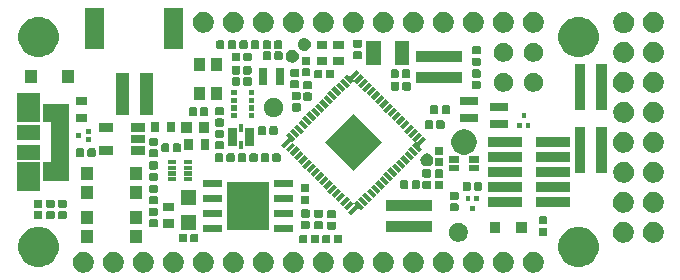
<source format=gbr>
G04 #@! TF.GenerationSoftware,KiCad,Pcbnew,5.1.4+dfsg1-1~bpo10+1*
G04 #@! TF.CreationDate,2020-01-10T16:49:25+01:00*
G04 #@! TF.ProjectId,quicklogic-quick-feather-board,71756963-6b6c-46f6-9769-632d71756963,rev?*
G04 #@! TF.SameCoordinates,Original*
G04 #@! TF.FileFunction,Soldermask,Top*
G04 #@! TF.FilePolarity,Negative*
%FSLAX46Y46*%
G04 Gerber Fmt 4.6, Leading zero omitted, Abs format (unit mm)*
G04 Created by KiCad (PCBNEW 5.1.4+dfsg1-1~bpo10+1) date 2020-01-10 16:49:25*
%MOMM*%
%LPD*%
G04 APERTURE LIST*
%ADD10C,0.100000*%
G04 APERTURE END LIST*
D10*
G36*
X167810312Y-114308164D02*
G01*
X167877326Y-114335922D01*
X167972098Y-114375178D01*
X168117703Y-114472468D01*
X168241532Y-114596297D01*
X168338822Y-114741902D01*
X168405836Y-114903689D01*
X168440000Y-115075441D01*
X168440000Y-115250559D01*
X168405836Y-115422311D01*
X168338822Y-115584098D01*
X168241532Y-115729703D01*
X168117703Y-115853532D01*
X167972098Y-115950822D01*
X167877326Y-115990078D01*
X167810312Y-116017836D01*
X167638559Y-116052000D01*
X167463441Y-116052000D01*
X167291688Y-116017836D01*
X167224674Y-115990078D01*
X167129902Y-115950822D01*
X166984297Y-115853532D01*
X166860468Y-115729703D01*
X166763178Y-115584098D01*
X166696164Y-115422311D01*
X166662000Y-115250559D01*
X166662000Y-115075441D01*
X166696164Y-114903689D01*
X166763178Y-114741902D01*
X166860468Y-114596297D01*
X166984297Y-114472468D01*
X167129902Y-114375178D01*
X167224674Y-114335922D01*
X167291688Y-114308164D01*
X167463441Y-114274000D01*
X167638559Y-114274000D01*
X167810312Y-114308164D01*
X167810312Y-114308164D01*
G37*
G36*
X147490312Y-114308164D02*
G01*
X147557326Y-114335922D01*
X147652098Y-114375178D01*
X147797703Y-114472468D01*
X147921532Y-114596297D01*
X148018822Y-114741902D01*
X148085836Y-114903689D01*
X148120000Y-115075441D01*
X148120000Y-115250559D01*
X148085836Y-115422311D01*
X148018822Y-115584098D01*
X147921532Y-115729703D01*
X147797703Y-115853532D01*
X147652098Y-115950822D01*
X147557326Y-115990078D01*
X147490312Y-116017836D01*
X147318559Y-116052000D01*
X147143441Y-116052000D01*
X146971688Y-116017836D01*
X146904674Y-115990078D01*
X146809902Y-115950822D01*
X146664297Y-115853532D01*
X146540468Y-115729703D01*
X146443178Y-115584098D01*
X146376164Y-115422311D01*
X146342000Y-115250559D01*
X146342000Y-115075441D01*
X146376164Y-114903689D01*
X146443178Y-114741902D01*
X146540468Y-114596297D01*
X146664297Y-114472468D01*
X146809902Y-114375178D01*
X146904674Y-114335922D01*
X146971688Y-114308164D01*
X147143441Y-114274000D01*
X147318559Y-114274000D01*
X147490312Y-114308164D01*
X147490312Y-114308164D01*
G37*
G36*
X152570312Y-114308164D02*
G01*
X152637326Y-114335922D01*
X152732098Y-114375178D01*
X152877703Y-114472468D01*
X153001532Y-114596297D01*
X153098822Y-114741902D01*
X153165836Y-114903689D01*
X153200000Y-115075441D01*
X153200000Y-115250559D01*
X153165836Y-115422311D01*
X153098822Y-115584098D01*
X153001532Y-115729703D01*
X152877703Y-115853532D01*
X152732098Y-115950822D01*
X152637326Y-115990078D01*
X152570312Y-116017836D01*
X152398559Y-116052000D01*
X152223441Y-116052000D01*
X152051688Y-116017836D01*
X151984674Y-115990078D01*
X151889902Y-115950822D01*
X151744297Y-115853532D01*
X151620468Y-115729703D01*
X151523178Y-115584098D01*
X151456164Y-115422311D01*
X151422000Y-115250559D01*
X151422000Y-115075441D01*
X151456164Y-114903689D01*
X151523178Y-114741902D01*
X151620468Y-114596297D01*
X151744297Y-114472468D01*
X151889902Y-114375178D01*
X151984674Y-114335922D01*
X152051688Y-114308164D01*
X152223441Y-114274000D01*
X152398559Y-114274000D01*
X152570312Y-114308164D01*
X152570312Y-114308164D01*
G37*
G36*
X160190312Y-114308164D02*
G01*
X160257326Y-114335922D01*
X160352098Y-114375178D01*
X160497703Y-114472468D01*
X160621532Y-114596297D01*
X160718822Y-114741902D01*
X160785836Y-114903689D01*
X160820000Y-115075441D01*
X160820000Y-115250559D01*
X160785836Y-115422311D01*
X160718822Y-115584098D01*
X160621532Y-115729703D01*
X160497703Y-115853532D01*
X160352098Y-115950822D01*
X160257326Y-115990078D01*
X160190312Y-116017836D01*
X160018559Y-116052000D01*
X159843441Y-116052000D01*
X159671688Y-116017836D01*
X159604674Y-115990078D01*
X159509902Y-115950822D01*
X159364297Y-115853532D01*
X159240468Y-115729703D01*
X159143178Y-115584098D01*
X159076164Y-115422311D01*
X159042000Y-115250559D01*
X159042000Y-115075441D01*
X159076164Y-114903689D01*
X159143178Y-114741902D01*
X159240468Y-114596297D01*
X159364297Y-114472468D01*
X159509902Y-114375178D01*
X159604674Y-114335922D01*
X159671688Y-114308164D01*
X159843441Y-114274000D01*
X160018559Y-114274000D01*
X160190312Y-114308164D01*
X160190312Y-114308164D01*
G37*
G36*
X142410312Y-114308164D02*
G01*
X142477326Y-114335922D01*
X142572098Y-114375178D01*
X142717703Y-114472468D01*
X142841532Y-114596297D01*
X142938822Y-114741902D01*
X143005836Y-114903689D01*
X143040000Y-115075441D01*
X143040000Y-115250559D01*
X143005836Y-115422311D01*
X142938822Y-115584098D01*
X142841532Y-115729703D01*
X142717703Y-115853532D01*
X142572098Y-115950822D01*
X142477326Y-115990078D01*
X142410312Y-116017836D01*
X142238559Y-116052000D01*
X142063441Y-116052000D01*
X141891688Y-116017836D01*
X141824674Y-115990078D01*
X141729902Y-115950822D01*
X141584297Y-115853532D01*
X141460468Y-115729703D01*
X141363178Y-115584098D01*
X141296164Y-115422311D01*
X141262000Y-115250559D01*
X141262000Y-115075441D01*
X141296164Y-114903689D01*
X141363178Y-114741902D01*
X141460468Y-114596297D01*
X141584297Y-114472468D01*
X141729902Y-114375178D01*
X141824674Y-114335922D01*
X141891688Y-114308164D01*
X142063441Y-114274000D01*
X142238559Y-114274000D01*
X142410312Y-114308164D01*
X142410312Y-114308164D01*
G37*
G36*
X139870312Y-114308164D02*
G01*
X139937326Y-114335922D01*
X140032098Y-114375178D01*
X140177703Y-114472468D01*
X140301532Y-114596297D01*
X140398822Y-114741902D01*
X140465836Y-114903689D01*
X140500000Y-115075441D01*
X140500000Y-115250559D01*
X140465836Y-115422311D01*
X140398822Y-115584098D01*
X140301532Y-115729703D01*
X140177703Y-115853532D01*
X140032098Y-115950822D01*
X139937326Y-115990078D01*
X139870312Y-116017836D01*
X139698559Y-116052000D01*
X139523441Y-116052000D01*
X139351688Y-116017836D01*
X139284674Y-115990078D01*
X139189902Y-115950822D01*
X139044297Y-115853532D01*
X138920468Y-115729703D01*
X138823178Y-115584098D01*
X138756164Y-115422311D01*
X138722000Y-115250559D01*
X138722000Y-115075441D01*
X138756164Y-114903689D01*
X138823178Y-114741902D01*
X138920468Y-114596297D01*
X139044297Y-114472468D01*
X139189902Y-114375178D01*
X139284674Y-114335922D01*
X139351688Y-114308164D01*
X139523441Y-114274000D01*
X139698559Y-114274000D01*
X139870312Y-114308164D01*
X139870312Y-114308164D01*
G37*
G36*
X144950312Y-114308164D02*
G01*
X145017326Y-114335922D01*
X145112098Y-114375178D01*
X145257703Y-114472468D01*
X145381532Y-114596297D01*
X145478822Y-114741902D01*
X145545836Y-114903689D01*
X145580000Y-115075441D01*
X145580000Y-115250559D01*
X145545836Y-115422311D01*
X145478822Y-115584098D01*
X145381532Y-115729703D01*
X145257703Y-115853532D01*
X145112098Y-115950822D01*
X145017326Y-115990078D01*
X144950312Y-116017836D01*
X144778559Y-116052000D01*
X144603441Y-116052000D01*
X144431688Y-116017836D01*
X144364674Y-115990078D01*
X144269902Y-115950822D01*
X144124297Y-115853532D01*
X144000468Y-115729703D01*
X143903178Y-115584098D01*
X143836164Y-115422311D01*
X143802000Y-115250559D01*
X143802000Y-115075441D01*
X143836164Y-114903689D01*
X143903178Y-114741902D01*
X144000468Y-114596297D01*
X144124297Y-114472468D01*
X144269902Y-114375178D01*
X144364674Y-114335922D01*
X144431688Y-114308164D01*
X144603441Y-114274000D01*
X144778559Y-114274000D01*
X144950312Y-114308164D01*
X144950312Y-114308164D01*
G37*
G36*
X150030312Y-114308164D02*
G01*
X150097326Y-114335922D01*
X150192098Y-114375178D01*
X150337703Y-114472468D01*
X150461532Y-114596297D01*
X150558822Y-114741902D01*
X150625836Y-114903689D01*
X150660000Y-115075441D01*
X150660000Y-115250559D01*
X150625836Y-115422311D01*
X150558822Y-115584098D01*
X150461532Y-115729703D01*
X150337703Y-115853532D01*
X150192098Y-115950822D01*
X150097326Y-115990078D01*
X150030312Y-116017836D01*
X149858559Y-116052000D01*
X149683441Y-116052000D01*
X149511688Y-116017836D01*
X149444674Y-115990078D01*
X149349902Y-115950822D01*
X149204297Y-115853532D01*
X149080468Y-115729703D01*
X148983178Y-115584098D01*
X148916164Y-115422311D01*
X148882000Y-115250559D01*
X148882000Y-115075441D01*
X148916164Y-114903689D01*
X148983178Y-114741902D01*
X149080468Y-114596297D01*
X149204297Y-114472468D01*
X149349902Y-114375178D01*
X149444674Y-114335922D01*
X149511688Y-114308164D01*
X149683441Y-114274000D01*
X149858559Y-114274000D01*
X150030312Y-114308164D01*
X150030312Y-114308164D01*
G37*
G36*
X157650312Y-114308164D02*
G01*
X157717326Y-114335922D01*
X157812098Y-114375178D01*
X157957703Y-114472468D01*
X158081532Y-114596297D01*
X158178822Y-114741902D01*
X158245836Y-114903689D01*
X158280000Y-115075441D01*
X158280000Y-115250559D01*
X158245836Y-115422311D01*
X158178822Y-115584098D01*
X158081532Y-115729703D01*
X157957703Y-115853532D01*
X157812098Y-115950822D01*
X157717326Y-115990078D01*
X157650312Y-116017836D01*
X157478559Y-116052000D01*
X157303441Y-116052000D01*
X157131688Y-116017836D01*
X157064674Y-115990078D01*
X156969902Y-115950822D01*
X156824297Y-115853532D01*
X156700468Y-115729703D01*
X156603178Y-115584098D01*
X156536164Y-115422311D01*
X156502000Y-115250559D01*
X156502000Y-115075441D01*
X156536164Y-114903689D01*
X156603178Y-114741902D01*
X156700468Y-114596297D01*
X156824297Y-114472468D01*
X156969902Y-114375178D01*
X157064674Y-114335922D01*
X157131688Y-114308164D01*
X157303441Y-114274000D01*
X157478559Y-114274000D01*
X157650312Y-114308164D01*
X157650312Y-114308164D01*
G37*
G36*
X162730312Y-114308164D02*
G01*
X162797326Y-114335922D01*
X162892098Y-114375178D01*
X163037703Y-114472468D01*
X163161532Y-114596297D01*
X163258822Y-114741902D01*
X163325836Y-114903689D01*
X163360000Y-115075441D01*
X163360000Y-115250559D01*
X163325836Y-115422311D01*
X163258822Y-115584098D01*
X163161532Y-115729703D01*
X163037703Y-115853532D01*
X162892098Y-115950822D01*
X162797326Y-115990078D01*
X162730312Y-116017836D01*
X162558559Y-116052000D01*
X162383441Y-116052000D01*
X162211688Y-116017836D01*
X162144674Y-115990078D01*
X162049902Y-115950822D01*
X161904297Y-115853532D01*
X161780468Y-115729703D01*
X161683178Y-115584098D01*
X161616164Y-115422311D01*
X161582000Y-115250559D01*
X161582000Y-115075441D01*
X161616164Y-114903689D01*
X161683178Y-114741902D01*
X161780468Y-114596297D01*
X161904297Y-114472468D01*
X162049902Y-114375178D01*
X162144674Y-114335922D01*
X162211688Y-114308164D01*
X162383441Y-114274000D01*
X162558559Y-114274000D01*
X162730312Y-114308164D01*
X162730312Y-114308164D01*
G37*
G36*
X165270312Y-114308164D02*
G01*
X165337326Y-114335922D01*
X165432098Y-114375178D01*
X165577703Y-114472468D01*
X165701532Y-114596297D01*
X165798822Y-114741902D01*
X165865836Y-114903689D01*
X165900000Y-115075441D01*
X165900000Y-115250559D01*
X165865836Y-115422311D01*
X165798822Y-115584098D01*
X165701532Y-115729703D01*
X165577703Y-115853532D01*
X165432098Y-115950822D01*
X165337326Y-115990078D01*
X165270312Y-116017836D01*
X165098559Y-116052000D01*
X164923441Y-116052000D01*
X164751688Y-116017836D01*
X164684674Y-115990078D01*
X164589902Y-115950822D01*
X164444297Y-115853532D01*
X164320468Y-115729703D01*
X164223178Y-115584098D01*
X164156164Y-115422311D01*
X164122000Y-115250559D01*
X164122000Y-115075441D01*
X164156164Y-114903689D01*
X164223178Y-114741902D01*
X164320468Y-114596297D01*
X164444297Y-114472468D01*
X164589902Y-114375178D01*
X164684674Y-114335922D01*
X164751688Y-114308164D01*
X164923441Y-114274000D01*
X165098559Y-114274000D01*
X165270312Y-114308164D01*
X165270312Y-114308164D01*
G37*
G36*
X132240312Y-114308164D02*
G01*
X132307326Y-114335922D01*
X132402098Y-114375178D01*
X132547703Y-114472468D01*
X132671532Y-114596297D01*
X132768822Y-114741902D01*
X132835836Y-114903689D01*
X132870000Y-115075441D01*
X132870000Y-115250559D01*
X132835836Y-115422311D01*
X132768822Y-115584098D01*
X132671532Y-115729703D01*
X132547703Y-115853532D01*
X132402098Y-115950822D01*
X132307326Y-115990078D01*
X132240312Y-116017836D01*
X132068559Y-116052000D01*
X131893441Y-116052000D01*
X131721688Y-116017836D01*
X131654674Y-115990078D01*
X131559902Y-115950822D01*
X131414297Y-115853532D01*
X131290468Y-115729703D01*
X131193178Y-115584098D01*
X131126164Y-115422311D01*
X131092000Y-115250559D01*
X131092000Y-115075441D01*
X131126164Y-114903689D01*
X131193178Y-114741902D01*
X131290468Y-114596297D01*
X131414297Y-114472468D01*
X131559902Y-114375178D01*
X131654674Y-114335922D01*
X131721688Y-114308164D01*
X131893441Y-114274000D01*
X132068559Y-114274000D01*
X132240312Y-114308164D01*
X132240312Y-114308164D01*
G37*
G36*
X134780312Y-114308164D02*
G01*
X134847326Y-114335922D01*
X134942098Y-114375178D01*
X135087703Y-114472468D01*
X135211532Y-114596297D01*
X135308822Y-114741902D01*
X135375836Y-114903689D01*
X135410000Y-115075441D01*
X135410000Y-115250559D01*
X135375836Y-115422311D01*
X135308822Y-115584098D01*
X135211532Y-115729703D01*
X135087703Y-115853532D01*
X134942098Y-115950822D01*
X134847326Y-115990078D01*
X134780312Y-116017836D01*
X134608559Y-116052000D01*
X134433441Y-116052000D01*
X134261688Y-116017836D01*
X134194674Y-115990078D01*
X134099902Y-115950822D01*
X133954297Y-115853532D01*
X133830468Y-115729703D01*
X133733178Y-115584098D01*
X133666164Y-115422311D01*
X133632000Y-115250559D01*
X133632000Y-115075441D01*
X133666164Y-114903689D01*
X133733178Y-114741902D01*
X133830468Y-114596297D01*
X133954297Y-114472468D01*
X134099902Y-114375178D01*
X134194674Y-114335922D01*
X134261688Y-114308164D01*
X134433441Y-114274000D01*
X134608559Y-114274000D01*
X134780312Y-114308164D01*
X134780312Y-114308164D01*
G37*
G36*
X137320312Y-114308164D02*
G01*
X137387326Y-114335922D01*
X137482098Y-114375178D01*
X137627703Y-114472468D01*
X137751532Y-114596297D01*
X137848822Y-114741902D01*
X137915836Y-114903689D01*
X137950000Y-115075441D01*
X137950000Y-115250559D01*
X137915836Y-115422311D01*
X137848822Y-115584098D01*
X137751532Y-115729703D01*
X137627703Y-115853532D01*
X137482098Y-115950822D01*
X137387326Y-115990078D01*
X137320312Y-116017836D01*
X137148559Y-116052000D01*
X136973441Y-116052000D01*
X136801688Y-116017836D01*
X136734674Y-115990078D01*
X136639902Y-115950822D01*
X136494297Y-115853532D01*
X136370468Y-115729703D01*
X136273178Y-115584098D01*
X136206164Y-115422311D01*
X136172000Y-115250559D01*
X136172000Y-115075441D01*
X136206164Y-114903689D01*
X136273178Y-114741902D01*
X136370468Y-114596297D01*
X136494297Y-114472468D01*
X136639902Y-114375178D01*
X136734674Y-114335922D01*
X136801688Y-114308164D01*
X136973441Y-114274000D01*
X137148559Y-114274000D01*
X137320312Y-114308164D01*
X137320312Y-114308164D01*
G37*
G36*
X129700312Y-114308164D02*
G01*
X129767326Y-114335922D01*
X129862098Y-114375178D01*
X130007703Y-114472468D01*
X130131532Y-114596297D01*
X130228822Y-114741902D01*
X130295836Y-114903689D01*
X130330000Y-115075441D01*
X130330000Y-115250559D01*
X130295836Y-115422311D01*
X130228822Y-115584098D01*
X130131532Y-115729703D01*
X130007703Y-115853532D01*
X129862098Y-115950822D01*
X129767326Y-115990078D01*
X129700312Y-116017836D01*
X129528559Y-116052000D01*
X129353441Y-116052000D01*
X129181688Y-116017836D01*
X129114674Y-115990078D01*
X129019902Y-115950822D01*
X128874297Y-115853532D01*
X128750468Y-115729703D01*
X128653178Y-115584098D01*
X128586164Y-115422311D01*
X128552000Y-115250559D01*
X128552000Y-115075441D01*
X128586164Y-114903689D01*
X128653178Y-114741902D01*
X128750468Y-114596297D01*
X128874297Y-114472468D01*
X129019902Y-114375178D01*
X129114674Y-114335922D01*
X129181688Y-114308164D01*
X129353441Y-114274000D01*
X129528559Y-114274000D01*
X129700312Y-114308164D01*
X129700312Y-114308164D01*
G37*
G36*
X155110312Y-114308164D02*
G01*
X155177326Y-114335922D01*
X155272098Y-114375178D01*
X155417703Y-114472468D01*
X155541532Y-114596297D01*
X155638822Y-114741902D01*
X155705836Y-114903689D01*
X155740000Y-115075441D01*
X155740000Y-115250559D01*
X155705836Y-115422311D01*
X155638822Y-115584098D01*
X155541532Y-115729703D01*
X155417703Y-115853532D01*
X155272098Y-115950822D01*
X155177326Y-115990078D01*
X155110312Y-116017836D01*
X154938559Y-116052000D01*
X154763441Y-116052000D01*
X154591688Y-116017836D01*
X154524674Y-115990078D01*
X154429902Y-115950822D01*
X154284297Y-115853532D01*
X154160468Y-115729703D01*
X154063178Y-115584098D01*
X153996164Y-115422311D01*
X153962000Y-115250559D01*
X153962000Y-115075441D01*
X153996164Y-114903689D01*
X154063178Y-114741902D01*
X154160468Y-114596297D01*
X154284297Y-114472468D01*
X154429902Y-114375178D01*
X154524674Y-114335922D01*
X154591688Y-114308164D01*
X154763441Y-114274000D01*
X154938559Y-114274000D01*
X155110312Y-114308164D01*
X155110312Y-114308164D01*
G37*
G36*
X125913487Y-112185856D02*
G01*
X126151497Y-112233199D01*
X126325053Y-112305089D01*
X126461203Y-112361484D01*
X126739933Y-112547725D01*
X126976975Y-112784767D01*
X127163216Y-113063497D01*
X127195839Y-113142256D01*
X127291501Y-113373203D01*
X127356900Y-113701987D01*
X127356900Y-114037213D01*
X127291501Y-114365997D01*
X127247399Y-114472468D01*
X127163216Y-114675703D01*
X126976975Y-114954433D01*
X126739933Y-115191475D01*
X126461203Y-115377716D01*
X126332919Y-115430853D01*
X126151497Y-115506001D01*
X125932308Y-115549600D01*
X125822714Y-115571400D01*
X125487486Y-115571400D01*
X125377892Y-115549600D01*
X125158703Y-115506001D01*
X124977281Y-115430853D01*
X124848997Y-115377716D01*
X124570267Y-115191475D01*
X124333225Y-114954433D01*
X124146984Y-114675703D01*
X124062801Y-114472468D01*
X124018699Y-114365997D01*
X123953300Y-114037213D01*
X123953300Y-113701987D01*
X124018699Y-113373203D01*
X124114361Y-113142256D01*
X124146984Y-113063497D01*
X124333225Y-112784767D01*
X124570267Y-112547725D01*
X124848997Y-112361484D01*
X124985147Y-112305089D01*
X125158703Y-112233199D01*
X125396713Y-112185856D01*
X125487486Y-112167800D01*
X125822714Y-112167800D01*
X125913487Y-112185856D01*
X125913487Y-112185856D01*
G37*
G36*
X171633487Y-112185856D02*
G01*
X171871497Y-112233199D01*
X172045053Y-112305089D01*
X172181203Y-112361484D01*
X172459933Y-112547725D01*
X172696975Y-112784767D01*
X172883216Y-113063497D01*
X172915839Y-113142256D01*
X173011501Y-113373203D01*
X173076900Y-113701987D01*
X173076900Y-114037213D01*
X173011501Y-114365997D01*
X172967399Y-114472468D01*
X172883216Y-114675703D01*
X172696975Y-114954433D01*
X172459933Y-115191475D01*
X172181203Y-115377716D01*
X172052919Y-115430853D01*
X171871497Y-115506001D01*
X171652308Y-115549600D01*
X171542714Y-115571400D01*
X171207486Y-115571400D01*
X171097892Y-115549600D01*
X170878703Y-115506001D01*
X170697281Y-115430853D01*
X170568997Y-115377716D01*
X170290267Y-115191475D01*
X170053225Y-114954433D01*
X169866984Y-114675703D01*
X169782801Y-114472468D01*
X169738699Y-114365997D01*
X169673300Y-114037213D01*
X169673300Y-113701987D01*
X169738699Y-113373203D01*
X169834361Y-113142256D01*
X169866984Y-113063497D01*
X170053225Y-112784767D01*
X170290267Y-112547725D01*
X170568997Y-112361484D01*
X170705147Y-112305089D01*
X170878703Y-112233199D01*
X171116713Y-112185856D01*
X171207486Y-112167800D01*
X171542714Y-112167800D01*
X171633487Y-112185856D01*
X171633487Y-112185856D01*
G37*
G36*
X150256824Y-112832080D02*
G01*
X150284545Y-112840490D01*
X150310089Y-112854144D01*
X150332480Y-112872520D01*
X150350856Y-112894911D01*
X150364510Y-112920455D01*
X150372920Y-112948176D01*
X150376000Y-112979453D01*
X150376000Y-113420547D01*
X150372920Y-113451824D01*
X150364510Y-113479545D01*
X150350856Y-113505089D01*
X150332480Y-113527480D01*
X150310089Y-113545856D01*
X150284545Y-113559510D01*
X150256824Y-113567920D01*
X150225547Y-113571000D01*
X149834453Y-113571000D01*
X149803176Y-113567920D01*
X149775455Y-113559510D01*
X149749911Y-113545856D01*
X149727520Y-113527480D01*
X149709144Y-113505089D01*
X149695490Y-113479545D01*
X149687080Y-113451824D01*
X149684000Y-113420547D01*
X149684000Y-112979453D01*
X149687080Y-112948176D01*
X149695490Y-112920455D01*
X149709144Y-112894911D01*
X149727520Y-112872520D01*
X149749911Y-112854144D01*
X149775455Y-112840490D01*
X149803176Y-112832080D01*
X149834453Y-112829000D01*
X150225547Y-112829000D01*
X150256824Y-112832080D01*
X150256824Y-112832080D01*
G37*
G36*
X151226824Y-112832080D02*
G01*
X151254545Y-112840490D01*
X151280089Y-112854144D01*
X151302480Y-112872520D01*
X151320856Y-112894911D01*
X151334510Y-112920455D01*
X151342920Y-112948176D01*
X151346000Y-112979453D01*
X151346000Y-113420547D01*
X151342920Y-113451824D01*
X151334510Y-113479545D01*
X151320856Y-113505089D01*
X151302480Y-113527480D01*
X151280089Y-113545856D01*
X151254545Y-113559510D01*
X151226824Y-113567920D01*
X151195547Y-113571000D01*
X150804453Y-113571000D01*
X150773176Y-113567920D01*
X150745455Y-113559510D01*
X150719911Y-113545856D01*
X150697520Y-113527480D01*
X150679144Y-113505089D01*
X150665490Y-113479545D01*
X150657080Y-113451824D01*
X150654000Y-113420547D01*
X150654000Y-112979453D01*
X150657080Y-112948176D01*
X150665490Y-112920455D01*
X150679144Y-112894911D01*
X150697520Y-112872520D01*
X150719911Y-112854144D01*
X150745455Y-112840490D01*
X150773176Y-112832080D01*
X150804453Y-112829000D01*
X151195547Y-112829000D01*
X151226824Y-112832080D01*
X151226824Y-112832080D01*
G37*
G36*
X148311824Y-112822080D02*
G01*
X148339545Y-112830490D01*
X148365089Y-112844144D01*
X148387480Y-112862520D01*
X148405856Y-112884911D01*
X148419510Y-112910455D01*
X148427920Y-112938176D01*
X148431000Y-112969453D01*
X148431000Y-113410547D01*
X148427920Y-113441824D01*
X148419510Y-113469545D01*
X148405856Y-113495089D01*
X148387480Y-113517480D01*
X148365089Y-113535856D01*
X148339545Y-113549510D01*
X148311824Y-113557920D01*
X148280547Y-113561000D01*
X147889453Y-113561000D01*
X147858176Y-113557920D01*
X147830455Y-113549510D01*
X147804911Y-113535856D01*
X147782520Y-113517480D01*
X147764144Y-113495089D01*
X147750490Y-113469545D01*
X147742080Y-113441824D01*
X147739000Y-113410547D01*
X147739000Y-112969453D01*
X147742080Y-112938176D01*
X147750490Y-112910455D01*
X147764144Y-112884911D01*
X147782520Y-112862520D01*
X147804911Y-112844144D01*
X147830455Y-112830490D01*
X147858176Y-112822080D01*
X147889453Y-112819000D01*
X148280547Y-112819000D01*
X148311824Y-112822080D01*
X148311824Y-112822080D01*
G37*
G36*
X149281824Y-112822080D02*
G01*
X149309545Y-112830490D01*
X149335089Y-112844144D01*
X149357480Y-112862520D01*
X149375856Y-112884911D01*
X149389510Y-112910455D01*
X149397920Y-112938176D01*
X149401000Y-112969453D01*
X149401000Y-113410547D01*
X149397920Y-113441824D01*
X149389510Y-113469545D01*
X149375856Y-113495089D01*
X149357480Y-113517480D01*
X149335089Y-113535856D01*
X149309545Y-113549510D01*
X149281824Y-113557920D01*
X149250547Y-113561000D01*
X148859453Y-113561000D01*
X148828176Y-113557920D01*
X148800455Y-113549510D01*
X148774911Y-113535856D01*
X148752520Y-113517480D01*
X148734144Y-113495089D01*
X148720490Y-113469545D01*
X148712080Y-113441824D01*
X148709000Y-113410547D01*
X148709000Y-112969453D01*
X148712080Y-112938176D01*
X148720490Y-112910455D01*
X148734144Y-112884911D01*
X148752520Y-112862520D01*
X148774911Y-112844144D01*
X148800455Y-112830490D01*
X148828176Y-112822080D01*
X148859453Y-112819000D01*
X149250547Y-112819000D01*
X149281824Y-112822080D01*
X149281824Y-112822080D01*
G37*
G36*
X177970312Y-111768164D02*
G01*
X178010742Y-111784911D01*
X178132098Y-111835178D01*
X178277703Y-111932468D01*
X178401532Y-112056297D01*
X178498822Y-112201902D01*
X178519500Y-112251824D01*
X178565836Y-112363688D01*
X178600000Y-112535441D01*
X178600000Y-112710559D01*
X178565836Y-112882312D01*
X178543682Y-112935796D01*
X178498822Y-113044098D01*
X178401532Y-113189703D01*
X178277703Y-113313532D01*
X178132098Y-113410822D01*
X178057252Y-113441824D01*
X177970312Y-113477836D01*
X177798559Y-113512000D01*
X177623441Y-113512000D01*
X177451688Y-113477836D01*
X177364748Y-113441824D01*
X177289902Y-113410822D01*
X177144297Y-113313532D01*
X177020468Y-113189703D01*
X176923178Y-113044098D01*
X176878318Y-112935796D01*
X176856164Y-112882312D01*
X176822000Y-112710559D01*
X176822000Y-112535441D01*
X176856164Y-112363688D01*
X176902500Y-112251824D01*
X176923178Y-112201902D01*
X177020468Y-112056297D01*
X177144297Y-111932468D01*
X177289902Y-111835178D01*
X177411258Y-111784911D01*
X177451688Y-111768164D01*
X177623441Y-111734000D01*
X177798559Y-111734000D01*
X177970312Y-111768164D01*
X177970312Y-111768164D01*
G37*
G36*
X175430312Y-111768164D02*
G01*
X175470742Y-111784911D01*
X175592098Y-111835178D01*
X175737703Y-111932468D01*
X175861532Y-112056297D01*
X175958822Y-112201902D01*
X175979500Y-112251824D01*
X176025836Y-112363688D01*
X176060000Y-112535441D01*
X176060000Y-112710559D01*
X176025836Y-112882312D01*
X176003682Y-112935796D01*
X175958822Y-113044098D01*
X175861532Y-113189703D01*
X175737703Y-113313532D01*
X175592098Y-113410822D01*
X175517252Y-113441824D01*
X175430312Y-113477836D01*
X175258559Y-113512000D01*
X175083441Y-113512000D01*
X174911688Y-113477836D01*
X174824748Y-113441824D01*
X174749902Y-113410822D01*
X174604297Y-113313532D01*
X174480468Y-113189703D01*
X174383178Y-113044098D01*
X174338318Y-112935796D01*
X174316164Y-112882312D01*
X174282000Y-112710559D01*
X174282000Y-112535441D01*
X174316164Y-112363688D01*
X174362500Y-112251824D01*
X174383178Y-112201902D01*
X174480468Y-112056297D01*
X174604297Y-111932468D01*
X174749902Y-111835178D01*
X174871258Y-111784911D01*
X174911688Y-111768164D01*
X175083441Y-111734000D01*
X175258559Y-111734000D01*
X175430312Y-111768164D01*
X175430312Y-111768164D01*
G37*
G36*
X134381000Y-113501000D02*
G01*
X133379000Y-113501000D01*
X133379000Y-112399000D01*
X134381000Y-112399000D01*
X134381000Y-113501000D01*
X134381000Y-113501000D01*
G37*
G36*
X130281000Y-113501000D02*
G01*
X129279000Y-113501000D01*
X129279000Y-112399000D01*
X130281000Y-112399000D01*
X130281000Y-113501000D01*
X130281000Y-113501000D01*
G37*
G36*
X139081824Y-112742080D02*
G01*
X139109545Y-112750490D01*
X139135089Y-112764144D01*
X139157480Y-112782520D01*
X139175856Y-112804911D01*
X139189510Y-112830455D01*
X139197920Y-112858176D01*
X139201000Y-112889453D01*
X139201000Y-113330547D01*
X139197920Y-113361824D01*
X139189510Y-113389545D01*
X139175856Y-113415089D01*
X139157480Y-113437480D01*
X139135089Y-113455856D01*
X139109545Y-113469510D01*
X139081824Y-113477920D01*
X139050547Y-113481000D01*
X138659453Y-113481000D01*
X138628176Y-113477920D01*
X138600455Y-113469510D01*
X138574911Y-113455856D01*
X138552520Y-113437480D01*
X138534144Y-113415089D01*
X138520490Y-113389545D01*
X138512080Y-113361824D01*
X138509000Y-113330547D01*
X138509000Y-112889453D01*
X138512080Y-112858176D01*
X138520490Y-112830455D01*
X138534144Y-112804911D01*
X138552520Y-112782520D01*
X138574911Y-112764144D01*
X138600455Y-112750490D01*
X138628176Y-112742080D01*
X138659453Y-112739000D01*
X139050547Y-112739000D01*
X139081824Y-112742080D01*
X139081824Y-112742080D01*
G37*
G36*
X138111824Y-112742080D02*
G01*
X138139545Y-112750490D01*
X138165089Y-112764144D01*
X138187480Y-112782520D01*
X138205856Y-112804911D01*
X138219510Y-112830455D01*
X138227920Y-112858176D01*
X138231000Y-112889453D01*
X138231000Y-113330547D01*
X138227920Y-113361824D01*
X138219510Y-113389545D01*
X138205856Y-113415089D01*
X138187480Y-113437480D01*
X138165089Y-113455856D01*
X138139545Y-113469510D01*
X138111824Y-113477920D01*
X138080547Y-113481000D01*
X137689453Y-113481000D01*
X137658176Y-113477920D01*
X137630455Y-113469510D01*
X137604911Y-113455856D01*
X137582520Y-113437480D01*
X137564144Y-113415089D01*
X137550490Y-113389545D01*
X137542080Y-113361824D01*
X137539000Y-113330547D01*
X137539000Y-112889453D01*
X137542080Y-112858176D01*
X137550490Y-112830455D01*
X137564144Y-112804911D01*
X137582520Y-112782520D01*
X137604911Y-112764144D01*
X137630455Y-112750490D01*
X137658176Y-112742080D01*
X137689453Y-112739000D01*
X138080547Y-112739000D01*
X138111824Y-112742080D01*
X138111824Y-112742080D01*
G37*
G36*
X161433142Y-111842242D02*
G01*
X161581098Y-111903528D01*
X161581100Y-111903529D01*
X161714257Y-111992501D01*
X161827499Y-112105743D01*
X161916471Y-112238900D01*
X161916472Y-112238902D01*
X161977758Y-112386858D01*
X162009000Y-112543925D01*
X162009000Y-112704073D01*
X161977758Y-112861142D01*
X161928751Y-112979453D01*
X161916471Y-113009100D01*
X161827499Y-113142257D01*
X161714257Y-113255499D01*
X161581100Y-113344471D01*
X161581099Y-113344472D01*
X161581098Y-113344472D01*
X161433142Y-113405758D01*
X161276075Y-113437000D01*
X161115925Y-113437000D01*
X160958858Y-113405758D01*
X160810902Y-113344472D01*
X160810901Y-113344472D01*
X160810900Y-113344471D01*
X160677743Y-113255499D01*
X160564501Y-113142257D01*
X160475529Y-113009100D01*
X160463249Y-112979453D01*
X160414242Y-112861142D01*
X160383000Y-112704073D01*
X160383000Y-112543925D01*
X160414242Y-112386858D01*
X160475528Y-112238902D01*
X160475529Y-112238900D01*
X160564501Y-112105743D01*
X160677743Y-111992501D01*
X160810900Y-111903529D01*
X160810902Y-111903528D01*
X160958858Y-111842242D01*
X161115925Y-111811000D01*
X161276075Y-111811000D01*
X161433142Y-111842242D01*
X161433142Y-111842242D01*
G37*
G36*
X168631824Y-112242080D02*
G01*
X168659545Y-112250490D01*
X168685089Y-112264144D01*
X168707480Y-112282520D01*
X168725856Y-112304911D01*
X168739510Y-112330455D01*
X168747920Y-112358176D01*
X168751000Y-112389453D01*
X168751000Y-112780547D01*
X168747920Y-112811824D01*
X168739510Y-112839545D01*
X168725856Y-112865089D01*
X168707480Y-112887480D01*
X168685089Y-112905856D01*
X168659545Y-112919510D01*
X168631824Y-112927920D01*
X168600547Y-112931000D01*
X168159453Y-112931000D01*
X168128176Y-112927920D01*
X168100455Y-112919510D01*
X168074911Y-112905856D01*
X168052520Y-112887480D01*
X168034144Y-112865089D01*
X168020490Y-112839545D01*
X168012080Y-112811824D01*
X168009000Y-112780547D01*
X168009000Y-112389453D01*
X168012080Y-112358176D01*
X168020490Y-112330455D01*
X168034144Y-112304911D01*
X168052520Y-112282520D01*
X168074911Y-112264144D01*
X168100455Y-112250490D01*
X168128176Y-112242080D01*
X168159453Y-112239000D01*
X168600547Y-112239000D01*
X168631824Y-112242080D01*
X168631824Y-112242080D01*
G37*
G36*
X166996000Y-112671000D02*
G01*
X166094000Y-112671000D01*
X166094000Y-111769000D01*
X166996000Y-111769000D01*
X166996000Y-112671000D01*
X166996000Y-112671000D01*
G37*
G36*
X164746000Y-112671000D02*
G01*
X163844000Y-112671000D01*
X163844000Y-111769000D01*
X164746000Y-111769000D01*
X164746000Y-112671000D01*
X164746000Y-112671000D01*
G37*
G36*
X158941000Y-112611000D02*
G01*
X155039000Y-112611000D01*
X155039000Y-111709000D01*
X158941000Y-111709000D01*
X158941000Y-112611000D01*
X158941000Y-112611000D01*
G37*
G36*
X141201000Y-112606000D02*
G01*
X139599000Y-112606000D01*
X139599000Y-112004000D01*
X141201000Y-112004000D01*
X141201000Y-112606000D01*
X141201000Y-112606000D01*
G37*
G36*
X147201000Y-112606000D02*
G01*
X145599000Y-112606000D01*
X145599000Y-112004000D01*
X147201000Y-112004000D01*
X147201000Y-112606000D01*
X147201000Y-112606000D01*
G37*
G36*
X145151000Y-112451000D02*
G01*
X141649000Y-112451000D01*
X141649000Y-108349000D01*
X145151000Y-108349000D01*
X145151000Y-112451000D01*
X145151000Y-112451000D01*
G37*
G36*
X139021000Y-112431000D02*
G01*
X137719000Y-112431000D01*
X137719000Y-111129000D01*
X139021000Y-111129000D01*
X139021000Y-112431000D01*
X139021000Y-112431000D01*
G37*
G36*
X150721824Y-111722080D02*
G01*
X150749545Y-111730490D01*
X150775089Y-111744144D01*
X150797480Y-111762520D01*
X150815856Y-111784911D01*
X150829510Y-111810455D01*
X150837920Y-111838176D01*
X150841000Y-111869453D01*
X150841000Y-112260547D01*
X150837920Y-112291824D01*
X150829510Y-112319545D01*
X150815856Y-112345089D01*
X150797480Y-112367480D01*
X150775089Y-112385856D01*
X150749545Y-112399510D01*
X150721824Y-112407920D01*
X150690547Y-112411000D01*
X150249453Y-112411000D01*
X150218176Y-112407920D01*
X150190455Y-112399510D01*
X150164911Y-112385856D01*
X150142520Y-112367480D01*
X150124144Y-112345089D01*
X150110490Y-112319545D01*
X150102080Y-112291824D01*
X150099000Y-112260547D01*
X150099000Y-111869453D01*
X150102080Y-111838176D01*
X150110490Y-111810455D01*
X150124144Y-111784911D01*
X150142520Y-111762520D01*
X150164911Y-111744144D01*
X150190455Y-111730490D01*
X150218176Y-111722080D01*
X150249453Y-111719000D01*
X150690547Y-111719000D01*
X150721824Y-111722080D01*
X150721824Y-111722080D01*
G37*
G36*
X149611824Y-111682080D02*
G01*
X149639545Y-111690490D01*
X149665089Y-111704144D01*
X149687480Y-111722520D01*
X149705856Y-111744911D01*
X149719510Y-111770455D01*
X149727920Y-111798176D01*
X149731000Y-111829453D01*
X149731000Y-112220547D01*
X149727920Y-112251824D01*
X149719510Y-112279545D01*
X149705856Y-112305089D01*
X149687480Y-112327480D01*
X149665089Y-112345856D01*
X149639545Y-112359510D01*
X149611824Y-112367920D01*
X149580547Y-112371000D01*
X149139453Y-112371000D01*
X149108176Y-112367920D01*
X149080455Y-112359510D01*
X149054911Y-112345856D01*
X149032520Y-112327480D01*
X149014144Y-112305089D01*
X149000490Y-112279545D01*
X148992080Y-112251824D01*
X148989000Y-112220547D01*
X148989000Y-111829453D01*
X148992080Y-111798176D01*
X149000490Y-111770455D01*
X149014144Y-111744911D01*
X149032520Y-111722520D01*
X149054911Y-111704144D01*
X149080455Y-111690490D01*
X149108176Y-111682080D01*
X149139453Y-111679000D01*
X149580547Y-111679000D01*
X149611824Y-111682080D01*
X149611824Y-111682080D01*
G37*
G36*
X148501824Y-111662080D02*
G01*
X148529545Y-111670490D01*
X148555089Y-111684144D01*
X148577480Y-111702520D01*
X148595856Y-111724911D01*
X148609510Y-111750455D01*
X148617920Y-111778176D01*
X148621000Y-111809453D01*
X148621000Y-112200547D01*
X148617920Y-112231824D01*
X148609510Y-112259545D01*
X148595856Y-112285089D01*
X148577480Y-112307480D01*
X148555089Y-112325856D01*
X148529545Y-112339510D01*
X148501824Y-112347920D01*
X148470547Y-112351000D01*
X148029453Y-112351000D01*
X147998176Y-112347920D01*
X147970455Y-112339510D01*
X147944911Y-112325856D01*
X147922520Y-112307480D01*
X147904144Y-112285089D01*
X147890490Y-112259545D01*
X147882080Y-112231824D01*
X147879000Y-112200547D01*
X147879000Y-111809453D01*
X147882080Y-111778176D01*
X147890490Y-111750455D01*
X147904144Y-111724911D01*
X147922520Y-111702520D01*
X147944911Y-111684144D01*
X147970455Y-111670490D01*
X147998176Y-111662080D01*
X148029453Y-111659000D01*
X148470547Y-111659000D01*
X148501824Y-111662080D01*
X148501824Y-111662080D01*
G37*
G36*
X137131000Y-112231000D02*
G01*
X136229000Y-112231000D01*
X136229000Y-111529000D01*
X137131000Y-111529000D01*
X137131000Y-112231000D01*
X137131000Y-112231000D01*
G37*
G36*
X135631824Y-111522080D02*
G01*
X135659545Y-111530490D01*
X135685089Y-111544144D01*
X135707480Y-111562520D01*
X135725856Y-111584911D01*
X135739510Y-111610455D01*
X135747920Y-111638176D01*
X135751000Y-111669453D01*
X135751000Y-112060547D01*
X135747920Y-112091824D01*
X135739510Y-112119545D01*
X135725856Y-112145089D01*
X135707480Y-112167480D01*
X135685089Y-112185856D01*
X135659545Y-112199510D01*
X135631824Y-112207920D01*
X135600547Y-112211000D01*
X135159453Y-112211000D01*
X135128176Y-112207920D01*
X135100455Y-112199510D01*
X135074911Y-112185856D01*
X135052520Y-112167480D01*
X135034144Y-112145089D01*
X135020490Y-112119545D01*
X135012080Y-112091824D01*
X135009000Y-112060547D01*
X135009000Y-111669453D01*
X135012080Y-111638176D01*
X135020490Y-111610455D01*
X135034144Y-111584911D01*
X135052520Y-111562520D01*
X135074911Y-111544144D01*
X135100455Y-111530490D01*
X135128176Y-111522080D01*
X135159453Y-111519000D01*
X135600547Y-111519000D01*
X135631824Y-111522080D01*
X135631824Y-111522080D01*
G37*
G36*
X168631824Y-111272080D02*
G01*
X168659545Y-111280490D01*
X168685089Y-111294144D01*
X168707480Y-111312520D01*
X168725856Y-111334911D01*
X168739510Y-111360455D01*
X168747920Y-111388176D01*
X168751000Y-111419453D01*
X168751000Y-111810547D01*
X168747920Y-111841824D01*
X168739510Y-111869545D01*
X168725856Y-111895089D01*
X168707480Y-111917480D01*
X168685089Y-111935856D01*
X168659545Y-111949510D01*
X168631824Y-111957920D01*
X168600547Y-111961000D01*
X168159453Y-111961000D01*
X168128176Y-111957920D01*
X168100455Y-111949510D01*
X168074911Y-111935856D01*
X168052520Y-111917480D01*
X168034144Y-111895089D01*
X168020490Y-111869545D01*
X168012080Y-111841824D01*
X168009000Y-111810547D01*
X168009000Y-111419453D01*
X168012080Y-111388176D01*
X168020490Y-111360455D01*
X168034144Y-111334911D01*
X168052520Y-111312520D01*
X168074911Y-111294144D01*
X168100455Y-111280490D01*
X168128176Y-111272080D01*
X168159453Y-111269000D01*
X168600547Y-111269000D01*
X168631824Y-111272080D01*
X168631824Y-111272080D01*
G37*
G36*
X130281000Y-111901000D02*
G01*
X129279000Y-111901000D01*
X129279000Y-110799000D01*
X130281000Y-110799000D01*
X130281000Y-111901000D01*
X130281000Y-111901000D01*
G37*
G36*
X134381000Y-111901000D02*
G01*
X133379000Y-111901000D01*
X133379000Y-110799000D01*
X134381000Y-110799000D01*
X134381000Y-111901000D01*
X134381000Y-111901000D01*
G37*
G36*
X127921824Y-110832080D02*
G01*
X127949545Y-110840490D01*
X127975089Y-110854144D01*
X127997480Y-110872520D01*
X128015856Y-110894911D01*
X128029510Y-110920455D01*
X128037920Y-110948176D01*
X128041000Y-110979453D01*
X128041000Y-111370547D01*
X128037920Y-111401824D01*
X128029510Y-111429545D01*
X128015856Y-111455089D01*
X127997480Y-111477480D01*
X127975089Y-111495856D01*
X127949545Y-111509510D01*
X127921824Y-111517920D01*
X127890547Y-111521000D01*
X127449453Y-111521000D01*
X127418176Y-111517920D01*
X127390455Y-111509510D01*
X127364911Y-111495856D01*
X127342520Y-111477480D01*
X127324144Y-111455089D01*
X127310490Y-111429545D01*
X127302080Y-111401824D01*
X127299000Y-111370547D01*
X127299000Y-110979453D01*
X127302080Y-110948176D01*
X127310490Y-110920455D01*
X127324144Y-110894911D01*
X127342520Y-110872520D01*
X127364911Y-110854144D01*
X127390455Y-110840490D01*
X127418176Y-110832080D01*
X127449453Y-110829000D01*
X127890547Y-110829000D01*
X127921824Y-110832080D01*
X127921824Y-110832080D01*
G37*
G36*
X125861824Y-110832080D02*
G01*
X125889545Y-110840490D01*
X125915089Y-110854144D01*
X125937480Y-110872520D01*
X125955856Y-110894911D01*
X125969510Y-110920455D01*
X125977920Y-110948176D01*
X125981000Y-110979453D01*
X125981000Y-111370547D01*
X125977920Y-111401824D01*
X125969510Y-111429545D01*
X125955856Y-111455089D01*
X125937480Y-111477480D01*
X125915089Y-111495856D01*
X125889545Y-111509510D01*
X125861824Y-111517920D01*
X125830547Y-111521000D01*
X125389453Y-111521000D01*
X125358176Y-111517920D01*
X125330455Y-111509510D01*
X125304911Y-111495856D01*
X125282520Y-111477480D01*
X125264144Y-111455089D01*
X125250490Y-111429545D01*
X125242080Y-111401824D01*
X125239000Y-111370547D01*
X125239000Y-110979453D01*
X125242080Y-110948176D01*
X125250490Y-110920455D01*
X125264144Y-110894911D01*
X125282520Y-110872520D01*
X125304911Y-110854144D01*
X125330455Y-110840490D01*
X125358176Y-110832080D01*
X125389453Y-110829000D01*
X125830547Y-110829000D01*
X125861824Y-110832080D01*
X125861824Y-110832080D01*
G37*
G36*
X126901824Y-110832080D02*
G01*
X126929545Y-110840490D01*
X126955089Y-110854144D01*
X126977480Y-110872520D01*
X126995856Y-110894911D01*
X127009510Y-110920455D01*
X127017920Y-110948176D01*
X127021000Y-110979453D01*
X127021000Y-111370547D01*
X127017920Y-111401824D01*
X127009510Y-111429545D01*
X126995856Y-111455089D01*
X126977480Y-111477480D01*
X126955089Y-111495856D01*
X126929545Y-111509510D01*
X126901824Y-111517920D01*
X126870547Y-111521000D01*
X126429453Y-111521000D01*
X126398176Y-111517920D01*
X126370455Y-111509510D01*
X126344911Y-111495856D01*
X126322520Y-111477480D01*
X126304144Y-111455089D01*
X126290490Y-111429545D01*
X126282080Y-111401824D01*
X126279000Y-111370547D01*
X126279000Y-110979453D01*
X126282080Y-110948176D01*
X126290490Y-110920455D01*
X126304144Y-110894911D01*
X126322520Y-110872520D01*
X126344911Y-110854144D01*
X126370455Y-110840490D01*
X126398176Y-110832080D01*
X126429453Y-110829000D01*
X126870547Y-110829000D01*
X126901824Y-110832080D01*
X126901824Y-110832080D01*
G37*
G36*
X150721824Y-110752080D02*
G01*
X150749545Y-110760490D01*
X150775089Y-110774144D01*
X150797480Y-110792520D01*
X150815856Y-110814911D01*
X150829510Y-110840455D01*
X150837920Y-110868176D01*
X150841000Y-110899453D01*
X150841000Y-111290547D01*
X150837920Y-111321824D01*
X150829510Y-111349545D01*
X150815856Y-111375089D01*
X150797480Y-111397480D01*
X150775089Y-111415856D01*
X150749545Y-111429510D01*
X150721824Y-111437920D01*
X150690547Y-111441000D01*
X150249453Y-111441000D01*
X150218176Y-111437920D01*
X150190455Y-111429510D01*
X150164911Y-111415856D01*
X150142520Y-111397480D01*
X150124144Y-111375089D01*
X150110490Y-111349545D01*
X150102080Y-111321824D01*
X150099000Y-111290547D01*
X150099000Y-110899453D01*
X150102080Y-110868176D01*
X150110490Y-110840455D01*
X150124144Y-110814911D01*
X150142520Y-110792520D01*
X150164911Y-110774144D01*
X150190455Y-110760490D01*
X150218176Y-110752080D01*
X150249453Y-110749000D01*
X150690547Y-110749000D01*
X150721824Y-110752080D01*
X150721824Y-110752080D01*
G37*
G36*
X149611824Y-110712080D02*
G01*
X149639545Y-110720490D01*
X149665089Y-110734144D01*
X149687480Y-110752520D01*
X149705856Y-110774911D01*
X149719510Y-110800455D01*
X149727920Y-110828176D01*
X149731000Y-110859453D01*
X149731000Y-111250547D01*
X149727920Y-111281824D01*
X149719510Y-111309545D01*
X149705856Y-111335089D01*
X149687480Y-111357480D01*
X149665089Y-111375856D01*
X149639545Y-111389510D01*
X149611824Y-111397920D01*
X149580547Y-111401000D01*
X149139453Y-111401000D01*
X149108176Y-111397920D01*
X149080455Y-111389510D01*
X149054911Y-111375856D01*
X149032520Y-111357480D01*
X149014144Y-111335089D01*
X149000490Y-111309545D01*
X148992080Y-111281824D01*
X148989000Y-111250547D01*
X148989000Y-110859453D01*
X148992080Y-110828176D01*
X149000490Y-110800455D01*
X149014144Y-110774911D01*
X149032520Y-110752520D01*
X149054911Y-110734144D01*
X149080455Y-110720490D01*
X149108176Y-110712080D01*
X149139453Y-110709000D01*
X149580547Y-110709000D01*
X149611824Y-110712080D01*
X149611824Y-110712080D01*
G37*
G36*
X148501824Y-110692080D02*
G01*
X148529545Y-110700490D01*
X148555089Y-110714144D01*
X148577480Y-110732520D01*
X148595856Y-110754911D01*
X148609510Y-110780455D01*
X148617920Y-110808176D01*
X148621000Y-110839453D01*
X148621000Y-111230547D01*
X148617920Y-111261824D01*
X148609510Y-111289545D01*
X148595856Y-111315089D01*
X148577480Y-111337480D01*
X148555089Y-111355856D01*
X148529545Y-111369510D01*
X148501824Y-111377920D01*
X148470547Y-111381000D01*
X148029453Y-111381000D01*
X147998176Y-111377920D01*
X147970455Y-111369510D01*
X147944911Y-111355856D01*
X147922520Y-111337480D01*
X147904144Y-111315089D01*
X147890490Y-111289545D01*
X147882080Y-111261824D01*
X147879000Y-111230547D01*
X147879000Y-110839453D01*
X147882080Y-110808176D01*
X147890490Y-110780455D01*
X147904144Y-110754911D01*
X147922520Y-110732520D01*
X147944911Y-110714144D01*
X147970455Y-110700490D01*
X147998176Y-110692080D01*
X148029453Y-110689000D01*
X148470547Y-110689000D01*
X148501824Y-110692080D01*
X148501824Y-110692080D01*
G37*
G36*
X147201000Y-111336000D02*
G01*
X145599000Y-111336000D01*
X145599000Y-110734000D01*
X147201000Y-110734000D01*
X147201000Y-111336000D01*
X147201000Y-111336000D01*
G37*
G36*
X141201000Y-111336000D02*
G01*
X139599000Y-111336000D01*
X139599000Y-110734000D01*
X141201000Y-110734000D01*
X141201000Y-111336000D01*
X141201000Y-111336000D01*
G37*
G36*
X135631824Y-110552080D02*
G01*
X135659545Y-110560490D01*
X135685089Y-110574144D01*
X135707480Y-110592520D01*
X135725856Y-110614911D01*
X135739510Y-110640455D01*
X135747920Y-110668176D01*
X135751000Y-110699453D01*
X135751000Y-111090547D01*
X135747920Y-111121824D01*
X135739510Y-111149545D01*
X135725856Y-111175089D01*
X135707480Y-111197480D01*
X135685089Y-111215856D01*
X135659545Y-111229510D01*
X135631824Y-111237920D01*
X135600547Y-111241000D01*
X135159453Y-111241000D01*
X135128176Y-111237920D01*
X135100455Y-111229510D01*
X135074911Y-111215856D01*
X135052520Y-111197480D01*
X135034144Y-111175089D01*
X135020490Y-111149545D01*
X135012080Y-111121824D01*
X135009000Y-111090547D01*
X135009000Y-110699453D01*
X135012080Y-110668176D01*
X135020490Y-110640455D01*
X135034144Y-110614911D01*
X135052520Y-110592520D01*
X135074911Y-110574144D01*
X135100455Y-110560490D01*
X135128176Y-110552080D01*
X135159453Y-110549000D01*
X135600547Y-110549000D01*
X135631824Y-110552080D01*
X135631824Y-110552080D01*
G37*
G36*
X153199336Y-110516040D02*
G01*
X152936292Y-110779084D01*
X152748902Y-110591694D01*
X152741331Y-110585481D01*
X152732687Y-110580861D01*
X152723307Y-110578016D01*
X152713553Y-110577055D01*
X152703799Y-110578016D01*
X152694419Y-110580861D01*
X152685775Y-110585481D01*
X152678198Y-110591699D01*
X152676077Y-110593821D01*
X152137261Y-111132637D01*
X151874217Y-110869593D01*
X152413033Y-110330777D01*
X152413034Y-110330778D01*
X152415155Y-110328656D01*
X152421373Y-110321079D01*
X152425993Y-110312435D01*
X152428838Y-110303055D01*
X152429799Y-110293301D01*
X152428838Y-110283547D01*
X152425993Y-110274167D01*
X152421373Y-110265523D01*
X152415160Y-110257952D01*
X152395349Y-110238141D01*
X152387778Y-110231928D01*
X152379134Y-110227308D01*
X152369754Y-110224463D01*
X152360000Y-110223502D01*
X152350246Y-110224463D01*
X152340866Y-110227308D01*
X152332222Y-110231928D01*
X152324651Y-110238141D01*
X151783708Y-110779084D01*
X151520664Y-110516040D01*
X152087764Y-109948940D01*
X152324651Y-110185827D01*
X152332222Y-110192040D01*
X152340866Y-110196660D01*
X152350246Y-110199505D01*
X152360000Y-110200466D01*
X152369754Y-110199505D01*
X152379134Y-110196660D01*
X152387778Y-110192040D01*
X152395349Y-110185827D01*
X152632236Y-109948940D01*
X153199336Y-110516040D01*
X153199336Y-110516040D01*
G37*
G36*
X177970312Y-109228164D02*
G01*
X178037326Y-109255922D01*
X178132098Y-109295178D01*
X178277703Y-109392468D01*
X178401532Y-109516297D01*
X178498822Y-109661902D01*
X178526802Y-109729453D01*
X178565836Y-109823688D01*
X178600000Y-109995441D01*
X178600000Y-110170559D01*
X178565836Y-110342312D01*
X178551053Y-110378000D01*
X178498822Y-110504098D01*
X178401532Y-110649703D01*
X178277703Y-110773532D01*
X178132098Y-110870822D01*
X178037326Y-110910078D01*
X177970312Y-110937836D01*
X177798559Y-110972000D01*
X177623441Y-110972000D01*
X177451688Y-110937836D01*
X177384674Y-110910078D01*
X177289902Y-110870822D01*
X177144297Y-110773532D01*
X177020468Y-110649703D01*
X176923178Y-110504098D01*
X176870947Y-110378000D01*
X176856164Y-110342312D01*
X176822000Y-110170559D01*
X176822000Y-109995441D01*
X176856164Y-109823688D01*
X176895198Y-109729453D01*
X176923178Y-109661902D01*
X177020468Y-109516297D01*
X177144297Y-109392468D01*
X177289902Y-109295178D01*
X177384674Y-109255922D01*
X177451688Y-109228164D01*
X177623441Y-109194000D01*
X177798559Y-109194000D01*
X177970312Y-109228164D01*
X177970312Y-109228164D01*
G37*
G36*
X175430312Y-109228164D02*
G01*
X175497326Y-109255922D01*
X175592098Y-109295178D01*
X175737703Y-109392468D01*
X175861532Y-109516297D01*
X175958822Y-109661902D01*
X175986802Y-109729453D01*
X176025836Y-109823688D01*
X176060000Y-109995441D01*
X176060000Y-110170559D01*
X176025836Y-110342312D01*
X176011053Y-110378000D01*
X175958822Y-110504098D01*
X175861532Y-110649703D01*
X175737703Y-110773532D01*
X175592098Y-110870822D01*
X175497326Y-110910078D01*
X175430312Y-110937836D01*
X175258559Y-110972000D01*
X175083441Y-110972000D01*
X174911688Y-110937836D01*
X174844674Y-110910078D01*
X174749902Y-110870822D01*
X174604297Y-110773532D01*
X174480468Y-110649703D01*
X174383178Y-110504098D01*
X174330947Y-110378000D01*
X174316164Y-110342312D01*
X174282000Y-110170559D01*
X174282000Y-109995441D01*
X174316164Y-109823688D01*
X174355198Y-109729453D01*
X174383178Y-109661902D01*
X174480468Y-109516297D01*
X174604297Y-109392468D01*
X174749902Y-109295178D01*
X174844674Y-109255922D01*
X174911688Y-109228164D01*
X175083441Y-109194000D01*
X175258559Y-109194000D01*
X175430312Y-109228164D01*
X175430312Y-109228164D01*
G37*
G36*
X161101824Y-110172080D02*
G01*
X161129545Y-110180490D01*
X161155089Y-110194144D01*
X161177480Y-110212520D01*
X161195856Y-110234911D01*
X161209510Y-110260455D01*
X161217920Y-110288176D01*
X161221000Y-110319453D01*
X161221000Y-110710547D01*
X161217920Y-110741824D01*
X161209510Y-110769545D01*
X161195856Y-110795089D01*
X161177480Y-110817480D01*
X161155089Y-110835856D01*
X161129545Y-110849510D01*
X161101824Y-110857920D01*
X161070547Y-110861000D01*
X160629453Y-110861000D01*
X160598176Y-110857920D01*
X160570455Y-110849510D01*
X160544911Y-110835856D01*
X160522520Y-110817480D01*
X160504144Y-110795089D01*
X160490490Y-110769545D01*
X160482080Y-110741824D01*
X160479000Y-110710547D01*
X160479000Y-110319453D01*
X160482080Y-110288176D01*
X160490490Y-110260455D01*
X160504144Y-110234911D01*
X160522520Y-110212520D01*
X160544911Y-110194144D01*
X160570455Y-110180490D01*
X160598176Y-110172080D01*
X160629453Y-110169000D01*
X161070547Y-110169000D01*
X161101824Y-110172080D01*
X161101824Y-110172080D01*
G37*
G36*
X137131000Y-110831000D02*
G01*
X136229000Y-110831000D01*
X136229000Y-110129000D01*
X137131000Y-110129000D01*
X137131000Y-110831000D01*
X137131000Y-110831000D01*
G37*
G36*
X158941000Y-110811000D02*
G01*
X155039000Y-110811000D01*
X155039000Y-109909000D01*
X158941000Y-109909000D01*
X158941000Y-110811000D01*
X158941000Y-110811000D01*
G37*
G36*
X162580000Y-110795000D02*
G01*
X162180000Y-110795000D01*
X162180000Y-110395000D01*
X162580000Y-110395000D01*
X162580000Y-110795000D01*
X162580000Y-110795000D01*
G37*
G36*
X127921824Y-109862080D02*
G01*
X127949545Y-109870490D01*
X127975089Y-109884144D01*
X127997480Y-109902520D01*
X128015856Y-109924911D01*
X128029510Y-109950455D01*
X128037920Y-109978176D01*
X128041000Y-110009453D01*
X128041000Y-110400547D01*
X128037920Y-110431824D01*
X128029510Y-110459545D01*
X128015856Y-110485089D01*
X127997480Y-110507480D01*
X127975089Y-110525856D01*
X127949545Y-110539510D01*
X127921824Y-110547920D01*
X127890547Y-110551000D01*
X127449453Y-110551000D01*
X127418176Y-110547920D01*
X127390455Y-110539510D01*
X127364911Y-110525856D01*
X127342520Y-110507480D01*
X127324144Y-110485089D01*
X127310490Y-110459545D01*
X127302080Y-110431824D01*
X127299000Y-110400547D01*
X127299000Y-110009453D01*
X127302080Y-109978176D01*
X127310490Y-109950455D01*
X127324144Y-109924911D01*
X127342520Y-109902520D01*
X127364911Y-109884144D01*
X127390455Y-109870490D01*
X127418176Y-109862080D01*
X127449453Y-109859000D01*
X127890547Y-109859000D01*
X127921824Y-109862080D01*
X127921824Y-109862080D01*
G37*
G36*
X126901824Y-109862080D02*
G01*
X126929545Y-109870490D01*
X126955089Y-109884144D01*
X126977480Y-109902520D01*
X126995856Y-109924911D01*
X127009510Y-109950455D01*
X127017920Y-109978176D01*
X127021000Y-110009453D01*
X127021000Y-110400547D01*
X127017920Y-110431824D01*
X127009510Y-110459545D01*
X126995856Y-110485089D01*
X126977480Y-110507480D01*
X126955089Y-110525856D01*
X126929545Y-110539510D01*
X126901824Y-110547920D01*
X126870547Y-110551000D01*
X126429453Y-110551000D01*
X126398176Y-110547920D01*
X126370455Y-110539510D01*
X126344911Y-110525856D01*
X126322520Y-110507480D01*
X126304144Y-110485089D01*
X126290490Y-110459545D01*
X126282080Y-110431824D01*
X126279000Y-110400547D01*
X126279000Y-110009453D01*
X126282080Y-109978176D01*
X126290490Y-109950455D01*
X126304144Y-109924911D01*
X126322520Y-109902520D01*
X126344911Y-109884144D01*
X126370455Y-109870490D01*
X126398176Y-109862080D01*
X126429453Y-109859000D01*
X126870547Y-109859000D01*
X126901824Y-109862080D01*
X126901824Y-109862080D01*
G37*
G36*
X125861824Y-109862080D02*
G01*
X125889545Y-109870490D01*
X125915089Y-109884144D01*
X125937480Y-109902520D01*
X125955856Y-109924911D01*
X125969510Y-109950455D01*
X125977920Y-109978176D01*
X125981000Y-110009453D01*
X125981000Y-110400547D01*
X125977920Y-110431824D01*
X125969510Y-110459545D01*
X125955856Y-110485089D01*
X125937480Y-110507480D01*
X125915089Y-110525856D01*
X125889545Y-110539510D01*
X125861824Y-110547920D01*
X125830547Y-110551000D01*
X125389453Y-110551000D01*
X125358176Y-110547920D01*
X125330455Y-110539510D01*
X125304911Y-110525856D01*
X125282520Y-110507480D01*
X125264144Y-110485089D01*
X125250490Y-110459545D01*
X125242080Y-110431824D01*
X125239000Y-110400547D01*
X125239000Y-110009453D01*
X125242080Y-109978176D01*
X125250490Y-109950455D01*
X125264144Y-109924911D01*
X125282520Y-109902520D01*
X125304911Y-109884144D01*
X125330455Y-109870490D01*
X125358176Y-109862080D01*
X125389453Y-109859000D01*
X125830547Y-109859000D01*
X125861824Y-109862080D01*
X125861824Y-109862080D01*
G37*
G36*
X170641000Y-110504600D02*
G01*
X167749000Y-110504600D01*
X167749000Y-109662600D01*
X170641000Y-109662600D01*
X170641000Y-110504600D01*
X170641000Y-110504600D01*
G37*
G36*
X166571000Y-110504600D02*
G01*
X163679000Y-110504600D01*
X163679000Y-109662600D01*
X166571000Y-109662600D01*
X166571000Y-110504600D01*
X166571000Y-110504600D01*
G37*
G36*
X151997255Y-109858430D02*
G01*
X151430155Y-110425530D01*
X151167111Y-110162486D01*
X151734211Y-109595386D01*
X151997255Y-109858430D01*
X151997255Y-109858430D01*
G37*
G36*
X153552889Y-110162486D02*
G01*
X153289845Y-110425530D01*
X152722745Y-109858430D01*
X152985789Y-109595386D01*
X153552889Y-110162486D01*
X153552889Y-110162486D01*
G37*
G36*
X139021000Y-110331000D02*
G01*
X137719000Y-110331000D01*
X137719000Y-109029000D01*
X139021000Y-109029000D01*
X139021000Y-110331000D01*
X139021000Y-110331000D01*
G37*
G36*
X135651824Y-109582080D02*
G01*
X135679545Y-109590490D01*
X135705089Y-109604144D01*
X135727480Y-109622520D01*
X135745856Y-109644911D01*
X135759510Y-109670455D01*
X135767920Y-109698176D01*
X135771000Y-109729453D01*
X135771000Y-110120547D01*
X135767920Y-110151824D01*
X135759510Y-110179545D01*
X135745856Y-110205089D01*
X135727480Y-110227480D01*
X135705089Y-110245856D01*
X135679545Y-110259510D01*
X135651824Y-110267920D01*
X135620547Y-110271000D01*
X135179453Y-110271000D01*
X135148176Y-110267920D01*
X135120455Y-110259510D01*
X135094911Y-110245856D01*
X135072520Y-110227480D01*
X135054144Y-110205089D01*
X135040490Y-110179545D01*
X135032080Y-110151824D01*
X135029000Y-110120547D01*
X135029000Y-109729453D01*
X135032080Y-109698176D01*
X135040490Y-109670455D01*
X135054144Y-109644911D01*
X135072520Y-109622520D01*
X135094911Y-109604144D01*
X135120455Y-109590490D01*
X135148176Y-109582080D01*
X135179453Y-109579000D01*
X135620547Y-109579000D01*
X135651824Y-109582080D01*
X135651824Y-109582080D01*
G37*
G36*
X148471824Y-109522080D02*
G01*
X148499545Y-109530490D01*
X148525089Y-109544144D01*
X148547480Y-109562520D01*
X148565856Y-109584911D01*
X148579510Y-109610455D01*
X148587920Y-109638176D01*
X148591000Y-109669453D01*
X148591000Y-110060547D01*
X148587920Y-110091824D01*
X148579510Y-110119545D01*
X148565856Y-110145089D01*
X148547480Y-110167480D01*
X148525089Y-110185856D01*
X148499545Y-110199510D01*
X148471824Y-110207920D01*
X148440547Y-110211000D01*
X147999453Y-110211000D01*
X147968176Y-110207920D01*
X147940455Y-110199510D01*
X147914911Y-110185856D01*
X147892520Y-110167480D01*
X147874144Y-110145089D01*
X147860490Y-110119545D01*
X147852080Y-110091824D01*
X147849000Y-110060547D01*
X147849000Y-109669453D01*
X147852080Y-109638176D01*
X147860490Y-109610455D01*
X147874144Y-109584911D01*
X147892520Y-109562520D01*
X147914911Y-109544144D01*
X147940455Y-109530490D01*
X147968176Y-109522080D01*
X147999453Y-109519000D01*
X148440547Y-109519000D01*
X148471824Y-109522080D01*
X148471824Y-109522080D01*
G37*
G36*
X151643701Y-109504877D02*
G01*
X151076601Y-110071977D01*
X150813557Y-109808933D01*
X151380657Y-109241833D01*
X151643701Y-109504877D01*
X151643701Y-109504877D01*
G37*
G36*
X153906443Y-109808933D02*
G01*
X153643399Y-110071977D01*
X153076299Y-109504877D01*
X153339343Y-109241833D01*
X153906443Y-109808933D01*
X153906443Y-109808933D01*
G37*
G36*
X147201000Y-110066000D02*
G01*
X145599000Y-110066000D01*
X145599000Y-109464000D01*
X147201000Y-109464000D01*
X147201000Y-110066000D01*
X147201000Y-110066000D01*
G37*
G36*
X141201000Y-110066000D02*
G01*
X139599000Y-110066000D01*
X139599000Y-109464000D01*
X141201000Y-109464000D01*
X141201000Y-110066000D01*
X141201000Y-110066000D01*
G37*
G36*
X162930000Y-109945000D02*
G01*
X162530000Y-109945000D01*
X162530000Y-109545000D01*
X162930000Y-109545000D01*
X162930000Y-109945000D01*
X162930000Y-109945000D01*
G37*
G36*
X162230000Y-109945000D02*
G01*
X161830000Y-109945000D01*
X161830000Y-109545000D01*
X162230000Y-109545000D01*
X162230000Y-109945000D01*
X162230000Y-109945000D01*
G37*
G36*
X161101824Y-109202080D02*
G01*
X161129545Y-109210490D01*
X161155089Y-109224144D01*
X161177480Y-109242520D01*
X161195856Y-109264911D01*
X161209510Y-109290455D01*
X161217920Y-109318176D01*
X161221000Y-109349453D01*
X161221000Y-109740547D01*
X161217920Y-109771824D01*
X161209510Y-109799545D01*
X161195856Y-109825089D01*
X161177480Y-109847480D01*
X161155089Y-109865856D01*
X161129545Y-109879510D01*
X161101824Y-109887920D01*
X161070547Y-109891000D01*
X160629453Y-109891000D01*
X160598176Y-109887920D01*
X160570455Y-109879510D01*
X160544911Y-109865856D01*
X160522520Y-109847480D01*
X160504144Y-109825089D01*
X160490490Y-109799545D01*
X160482080Y-109771824D01*
X160479000Y-109740547D01*
X160479000Y-109349453D01*
X160482080Y-109318176D01*
X160490490Y-109290455D01*
X160504144Y-109264911D01*
X160522520Y-109242520D01*
X160544911Y-109224144D01*
X160570455Y-109210490D01*
X160598176Y-109202080D01*
X160629453Y-109199000D01*
X161070547Y-109199000D01*
X161101824Y-109202080D01*
X161101824Y-109202080D01*
G37*
G36*
X130281000Y-109801000D02*
G01*
X129279000Y-109801000D01*
X129279000Y-108699000D01*
X130281000Y-108699000D01*
X130281000Y-109801000D01*
X130281000Y-109801000D01*
G37*
G36*
X134381000Y-109801000D02*
G01*
X133379000Y-109801000D01*
X133379000Y-108699000D01*
X134381000Y-108699000D01*
X134381000Y-109801000D01*
X134381000Y-109801000D01*
G37*
G36*
X154259996Y-109455379D02*
G01*
X153996952Y-109718423D01*
X153429852Y-109151323D01*
X153692896Y-108888279D01*
X154259996Y-109455379D01*
X154259996Y-109455379D01*
G37*
G36*
X151290148Y-109151323D02*
G01*
X150723048Y-109718423D01*
X150460004Y-109455379D01*
X151027104Y-108888279D01*
X151290148Y-109151323D01*
X151290148Y-109151323D01*
G37*
G36*
X154613550Y-109101826D02*
G01*
X154350506Y-109364870D01*
X153783406Y-108797770D01*
X154046450Y-108534726D01*
X154613550Y-109101826D01*
X154613550Y-109101826D01*
G37*
G36*
X150936594Y-108797770D02*
G01*
X150369494Y-109364870D01*
X150106450Y-109101826D01*
X150673550Y-108534726D01*
X150936594Y-108797770D01*
X150936594Y-108797770D01*
G37*
G36*
X135651824Y-108612080D02*
G01*
X135679545Y-108620490D01*
X135705089Y-108634144D01*
X135727480Y-108652520D01*
X135745856Y-108674911D01*
X135759510Y-108700455D01*
X135767920Y-108728176D01*
X135771000Y-108759453D01*
X135771000Y-109150547D01*
X135767920Y-109181824D01*
X135759510Y-109209545D01*
X135745856Y-109235089D01*
X135727480Y-109257480D01*
X135705089Y-109275856D01*
X135679545Y-109289510D01*
X135651824Y-109297920D01*
X135620547Y-109301000D01*
X135179453Y-109301000D01*
X135148176Y-109297920D01*
X135120455Y-109289510D01*
X135094911Y-109275856D01*
X135072520Y-109257480D01*
X135054144Y-109235089D01*
X135040490Y-109209545D01*
X135032080Y-109181824D01*
X135029000Y-109150547D01*
X135029000Y-108759453D01*
X135032080Y-108728176D01*
X135040490Y-108700455D01*
X135054144Y-108674911D01*
X135072520Y-108652520D01*
X135094911Y-108634144D01*
X135120455Y-108620490D01*
X135148176Y-108612080D01*
X135179453Y-108609000D01*
X135620547Y-108609000D01*
X135651824Y-108612080D01*
X135651824Y-108612080D01*
G37*
G36*
X148471824Y-108552080D02*
G01*
X148499545Y-108560490D01*
X148525089Y-108574144D01*
X148547480Y-108592520D01*
X148565856Y-108614911D01*
X148579510Y-108640455D01*
X148587920Y-108668176D01*
X148591000Y-108699453D01*
X148591000Y-109090547D01*
X148587920Y-109121824D01*
X148579510Y-109149545D01*
X148565856Y-109175089D01*
X148547480Y-109197480D01*
X148525089Y-109215856D01*
X148499545Y-109229510D01*
X148471824Y-109237920D01*
X148440547Y-109241000D01*
X147999453Y-109241000D01*
X147968176Y-109237920D01*
X147940455Y-109229510D01*
X147914911Y-109215856D01*
X147892520Y-109197480D01*
X147874144Y-109175089D01*
X147860490Y-109149545D01*
X147852080Y-109121824D01*
X147849000Y-109090547D01*
X147849000Y-108699453D01*
X147852080Y-108668176D01*
X147860490Y-108640455D01*
X147874144Y-108614911D01*
X147892520Y-108592520D01*
X147914911Y-108574144D01*
X147940455Y-108560490D01*
X147968176Y-108552080D01*
X147999453Y-108549000D01*
X148440547Y-108549000D01*
X148471824Y-108552080D01*
X148471824Y-108552080D01*
G37*
G36*
X170641000Y-109234600D02*
G01*
X167749000Y-109234600D01*
X167749000Y-108392600D01*
X170641000Y-108392600D01*
X170641000Y-109234600D01*
X170641000Y-109234600D01*
G37*
G36*
X166571000Y-109234600D02*
G01*
X163679000Y-109234600D01*
X163679000Y-108392600D01*
X166571000Y-108392600D01*
X166571000Y-109234600D01*
X166571000Y-109234600D01*
G37*
G36*
X125821000Y-109154600D02*
G01*
X123819000Y-109154600D01*
X123819000Y-106677600D01*
X125821000Y-106677600D01*
X125821000Y-109154600D01*
X125821000Y-109154600D01*
G37*
G36*
X162131824Y-108372080D02*
G01*
X162159545Y-108380490D01*
X162185089Y-108394144D01*
X162207480Y-108412520D01*
X162225856Y-108434911D01*
X162239510Y-108460455D01*
X162247920Y-108488176D01*
X162251000Y-108519453D01*
X162251000Y-108960547D01*
X162247920Y-108991824D01*
X162239510Y-109019545D01*
X162225856Y-109045089D01*
X162207480Y-109067480D01*
X162185089Y-109085856D01*
X162159545Y-109099510D01*
X162131824Y-109107920D01*
X162100547Y-109111000D01*
X161709453Y-109111000D01*
X161678176Y-109107920D01*
X161650455Y-109099510D01*
X161624911Y-109085856D01*
X161602520Y-109067480D01*
X161584144Y-109045089D01*
X161570490Y-109019545D01*
X161562080Y-108991824D01*
X161559000Y-108960547D01*
X161559000Y-108519453D01*
X161562080Y-108488176D01*
X161570490Y-108460455D01*
X161584144Y-108434911D01*
X161602520Y-108412520D01*
X161624911Y-108394144D01*
X161650455Y-108380490D01*
X161678176Y-108372080D01*
X161709453Y-108369000D01*
X162100547Y-108369000D01*
X162131824Y-108372080D01*
X162131824Y-108372080D01*
G37*
G36*
X163101824Y-108372080D02*
G01*
X163129545Y-108380490D01*
X163155089Y-108394144D01*
X163177480Y-108412520D01*
X163195856Y-108434911D01*
X163209510Y-108460455D01*
X163217920Y-108488176D01*
X163221000Y-108519453D01*
X163221000Y-108960547D01*
X163217920Y-108991824D01*
X163209510Y-109019545D01*
X163195856Y-109045089D01*
X163177480Y-109067480D01*
X163155089Y-109085856D01*
X163129545Y-109099510D01*
X163101824Y-109107920D01*
X163070547Y-109111000D01*
X162679453Y-109111000D01*
X162648176Y-109107920D01*
X162620455Y-109099510D01*
X162594911Y-109085856D01*
X162572520Y-109067480D01*
X162554144Y-109045089D01*
X162540490Y-109019545D01*
X162532080Y-108991824D01*
X162529000Y-108960547D01*
X162529000Y-108519453D01*
X162532080Y-108488176D01*
X162540490Y-108460455D01*
X162554144Y-108434911D01*
X162572520Y-108412520D01*
X162594911Y-108394144D01*
X162620455Y-108380490D01*
X162648176Y-108372080D01*
X162679453Y-108369000D01*
X163070547Y-108369000D01*
X163101824Y-108372080D01*
X163101824Y-108372080D01*
G37*
G36*
X150583041Y-108444217D02*
G01*
X150015941Y-109011317D01*
X149752897Y-108748273D01*
X150319997Y-108181173D01*
X150583041Y-108444217D01*
X150583041Y-108444217D01*
G37*
G36*
X154967103Y-108748273D02*
G01*
X154704059Y-109011317D01*
X154136959Y-108444217D01*
X154400003Y-108181173D01*
X154967103Y-108748273D01*
X154967103Y-108748273D01*
G37*
G36*
X159811824Y-108282080D02*
G01*
X159839545Y-108290490D01*
X159865089Y-108304144D01*
X159887480Y-108322520D01*
X159905856Y-108344911D01*
X159919510Y-108370455D01*
X159927920Y-108398176D01*
X159931000Y-108429453D01*
X159931000Y-108820547D01*
X159927920Y-108851824D01*
X159919510Y-108879545D01*
X159905856Y-108905089D01*
X159887480Y-108927480D01*
X159865089Y-108945856D01*
X159839545Y-108959510D01*
X159811824Y-108967920D01*
X159780547Y-108971000D01*
X159339453Y-108971000D01*
X159308176Y-108967920D01*
X159280455Y-108959510D01*
X159254911Y-108945856D01*
X159232520Y-108927480D01*
X159214144Y-108905089D01*
X159200490Y-108879545D01*
X159192080Y-108851824D01*
X159189000Y-108820547D01*
X159189000Y-108429453D01*
X159192080Y-108398176D01*
X159200490Y-108370455D01*
X159214144Y-108344911D01*
X159232520Y-108322520D01*
X159254911Y-108304144D01*
X159280455Y-108290490D01*
X159308176Y-108282080D01*
X159339453Y-108279000D01*
X159780547Y-108279000D01*
X159811824Y-108282080D01*
X159811824Y-108282080D01*
G37*
G36*
X158771824Y-108272080D02*
G01*
X158799545Y-108280490D01*
X158825089Y-108294144D01*
X158847480Y-108312520D01*
X158865856Y-108334911D01*
X158879510Y-108360455D01*
X158887920Y-108388176D01*
X158891000Y-108419453D01*
X158891000Y-108810547D01*
X158887920Y-108841824D01*
X158879510Y-108869545D01*
X158865856Y-108895089D01*
X158847480Y-108917480D01*
X158825089Y-108935856D01*
X158799545Y-108949510D01*
X158771824Y-108957920D01*
X158740547Y-108961000D01*
X158299453Y-108961000D01*
X158268176Y-108957920D01*
X158240455Y-108949510D01*
X158214911Y-108935856D01*
X158192520Y-108917480D01*
X158174144Y-108895089D01*
X158160490Y-108869545D01*
X158152080Y-108841824D01*
X158149000Y-108810547D01*
X158149000Y-108419453D01*
X158152080Y-108388176D01*
X158160490Y-108360455D01*
X158174144Y-108334911D01*
X158192520Y-108312520D01*
X158214911Y-108294144D01*
X158240455Y-108280490D01*
X158268176Y-108272080D01*
X158299453Y-108269000D01*
X158740547Y-108269000D01*
X158771824Y-108272080D01*
X158771824Y-108272080D01*
G37*
G36*
X157821824Y-108222080D02*
G01*
X157849545Y-108230490D01*
X157875089Y-108244144D01*
X157897480Y-108262520D01*
X157915856Y-108284911D01*
X157929510Y-108310455D01*
X157937920Y-108338176D01*
X157941000Y-108369453D01*
X157941000Y-108810547D01*
X157937920Y-108841824D01*
X157929510Y-108869545D01*
X157915856Y-108895089D01*
X157897480Y-108917480D01*
X157875089Y-108935856D01*
X157849545Y-108949510D01*
X157821824Y-108957920D01*
X157790547Y-108961000D01*
X157399453Y-108961000D01*
X157368176Y-108957920D01*
X157340455Y-108949510D01*
X157314911Y-108935856D01*
X157292520Y-108917480D01*
X157274144Y-108895089D01*
X157260490Y-108869545D01*
X157252080Y-108841824D01*
X157249000Y-108810547D01*
X157249000Y-108369453D01*
X157252080Y-108338176D01*
X157260490Y-108310455D01*
X157274144Y-108284911D01*
X157292520Y-108262520D01*
X157314911Y-108244144D01*
X157340455Y-108230490D01*
X157368176Y-108222080D01*
X157399453Y-108219000D01*
X157790547Y-108219000D01*
X157821824Y-108222080D01*
X157821824Y-108222080D01*
G37*
G36*
X156851824Y-108222080D02*
G01*
X156879545Y-108230490D01*
X156905089Y-108244144D01*
X156927480Y-108262520D01*
X156945856Y-108284911D01*
X156959510Y-108310455D01*
X156967920Y-108338176D01*
X156971000Y-108369453D01*
X156971000Y-108810547D01*
X156967920Y-108841824D01*
X156959510Y-108869545D01*
X156945856Y-108895089D01*
X156927480Y-108917480D01*
X156905089Y-108935856D01*
X156879545Y-108949510D01*
X156851824Y-108957920D01*
X156820547Y-108961000D01*
X156429453Y-108961000D01*
X156398176Y-108957920D01*
X156370455Y-108949510D01*
X156344911Y-108935856D01*
X156322520Y-108917480D01*
X156304144Y-108895089D01*
X156290490Y-108869545D01*
X156282080Y-108841824D01*
X156279000Y-108810547D01*
X156279000Y-108369453D01*
X156282080Y-108338176D01*
X156290490Y-108310455D01*
X156304144Y-108284911D01*
X156322520Y-108262520D01*
X156344911Y-108244144D01*
X156370455Y-108230490D01*
X156398176Y-108222080D01*
X156429453Y-108219000D01*
X156820547Y-108219000D01*
X156851824Y-108222080D01*
X156851824Y-108222080D01*
G37*
G36*
X147201000Y-108796000D02*
G01*
X145599000Y-108796000D01*
X145599000Y-108194000D01*
X147201000Y-108194000D01*
X147201000Y-108796000D01*
X147201000Y-108796000D01*
G37*
G36*
X141201000Y-108796000D02*
G01*
X139599000Y-108796000D01*
X139599000Y-108194000D01*
X141201000Y-108194000D01*
X141201000Y-108796000D01*
X141201000Y-108796000D01*
G37*
G36*
X150229488Y-108090663D02*
G01*
X149662388Y-108657763D01*
X149399344Y-108394719D01*
X149966444Y-107827619D01*
X150229488Y-108090663D01*
X150229488Y-108090663D01*
G37*
G36*
X155320656Y-108394719D02*
G01*
X155057612Y-108657763D01*
X154490512Y-108090663D01*
X154753556Y-107827619D01*
X155320656Y-108394719D01*
X155320656Y-108394719D01*
G37*
G36*
X175454312Y-106688164D02*
G01*
X175508127Y-106710455D01*
X175616098Y-106755178D01*
X175761703Y-106852468D01*
X175885532Y-106976297D01*
X175982822Y-107121902D01*
X175998829Y-107160547D01*
X176049836Y-107283688D01*
X176084000Y-107455441D01*
X176084000Y-107630559D01*
X176049836Y-107802312D01*
X176025215Y-107861751D01*
X175982822Y-107964098D01*
X175885532Y-108109703D01*
X175761703Y-108233532D01*
X175616098Y-108330822D01*
X175549883Y-108358249D01*
X175454312Y-108397836D01*
X175282559Y-108432000D01*
X175107441Y-108432000D01*
X174935688Y-108397836D01*
X174840117Y-108358249D01*
X174773902Y-108330822D01*
X174628297Y-108233532D01*
X174504468Y-108109703D01*
X174407178Y-107964098D01*
X174364785Y-107861751D01*
X174340164Y-107802312D01*
X174306000Y-107630559D01*
X174306000Y-107455441D01*
X174340164Y-107283688D01*
X174391171Y-107160547D01*
X174407178Y-107121902D01*
X174504468Y-106976297D01*
X174628297Y-106852468D01*
X174773902Y-106755178D01*
X174881873Y-106710455D01*
X174935688Y-106688164D01*
X175107441Y-106654000D01*
X175282559Y-106654000D01*
X175454312Y-106688164D01*
X175454312Y-106688164D01*
G37*
G36*
X177970312Y-106688164D02*
G01*
X178024127Y-106710455D01*
X178132098Y-106755178D01*
X178277703Y-106852468D01*
X178401532Y-106976297D01*
X178498822Y-107121902D01*
X178514829Y-107160547D01*
X178565836Y-107283688D01*
X178600000Y-107455441D01*
X178600000Y-107630559D01*
X178565836Y-107802312D01*
X178541215Y-107861751D01*
X178498822Y-107964098D01*
X178401532Y-108109703D01*
X178277703Y-108233532D01*
X178132098Y-108330822D01*
X178065883Y-108358249D01*
X177970312Y-108397836D01*
X177798559Y-108432000D01*
X177623441Y-108432000D01*
X177451688Y-108397836D01*
X177356117Y-108358249D01*
X177289902Y-108330822D01*
X177144297Y-108233532D01*
X177020468Y-108109703D01*
X176923178Y-107964098D01*
X176880785Y-107861751D01*
X176856164Y-107802312D01*
X176822000Y-107630559D01*
X176822000Y-107455441D01*
X176856164Y-107283688D01*
X176907171Y-107160547D01*
X176923178Y-107121902D01*
X177020468Y-106976297D01*
X177144297Y-106852468D01*
X177289902Y-106755178D01*
X177397873Y-106710455D01*
X177451688Y-106688164D01*
X177623441Y-106654000D01*
X177798559Y-106654000D01*
X177970312Y-106688164D01*
X177970312Y-106688164D01*
G37*
G36*
X137261000Y-108326000D02*
G01*
X136609000Y-108326000D01*
X136609000Y-107974000D01*
X137261000Y-107974000D01*
X137261000Y-108326000D01*
X137261000Y-108326000D01*
G37*
G36*
X138611000Y-108326000D02*
G01*
X137959000Y-108326000D01*
X137959000Y-107974000D01*
X138611000Y-107974000D01*
X138611000Y-108326000D01*
X138611000Y-108326000D01*
G37*
G36*
X155674210Y-108041166D02*
G01*
X155411166Y-108304210D01*
X154844066Y-107737110D01*
X155107110Y-107474066D01*
X155674210Y-108041166D01*
X155674210Y-108041166D01*
G37*
G36*
X149875934Y-107737110D02*
G01*
X149308834Y-108304210D01*
X149045790Y-108041166D01*
X149612890Y-107474066D01*
X149875934Y-107737110D01*
X149875934Y-107737110D01*
G37*
G36*
X135641824Y-107592080D02*
G01*
X135669545Y-107600490D01*
X135695089Y-107614144D01*
X135717480Y-107632520D01*
X135735856Y-107654911D01*
X135749510Y-107680455D01*
X135757920Y-107708176D01*
X135761000Y-107739453D01*
X135761000Y-108130547D01*
X135757920Y-108161824D01*
X135749510Y-108189545D01*
X135735856Y-108215089D01*
X135717480Y-108237480D01*
X135695089Y-108255856D01*
X135669545Y-108269510D01*
X135641824Y-108277920D01*
X135610547Y-108281000D01*
X135169453Y-108281000D01*
X135138176Y-108277920D01*
X135110455Y-108269510D01*
X135084911Y-108255856D01*
X135062520Y-108237480D01*
X135044144Y-108215089D01*
X135030490Y-108189545D01*
X135022080Y-108161824D01*
X135019000Y-108130547D01*
X135019000Y-107739453D01*
X135022080Y-107708176D01*
X135030490Y-107680455D01*
X135044144Y-107654911D01*
X135062520Y-107632520D01*
X135084911Y-107614144D01*
X135110455Y-107600490D01*
X135138176Y-107592080D01*
X135169453Y-107589000D01*
X135610547Y-107589000D01*
X135641824Y-107592080D01*
X135641824Y-107592080D01*
G37*
G36*
X128221000Y-108254600D02*
G01*
X126019000Y-108254600D01*
X126019000Y-106677600D01*
X126689001Y-106677600D01*
X126698755Y-106676639D01*
X126708135Y-106673794D01*
X126716779Y-106669174D01*
X126724356Y-106662956D01*
X126730574Y-106655379D01*
X126735194Y-106646735D01*
X126738039Y-106637355D01*
X126739000Y-106627601D01*
X126739000Y-103379599D01*
X126738039Y-103369845D01*
X126735194Y-103360465D01*
X126730574Y-103351821D01*
X126724356Y-103344244D01*
X126716779Y-103338026D01*
X126708135Y-103333406D01*
X126698755Y-103330561D01*
X126689001Y-103329600D01*
X126019000Y-103329600D01*
X126019000Y-101752600D01*
X128221000Y-101752600D01*
X128221000Y-108254600D01*
X128221000Y-108254600D01*
G37*
G36*
X130281000Y-108201000D02*
G01*
X129279000Y-108201000D01*
X129279000Y-107099000D01*
X130281000Y-107099000D01*
X130281000Y-108201000D01*
X130281000Y-108201000D01*
G37*
G36*
X134381000Y-108201000D02*
G01*
X133379000Y-108201000D01*
X133379000Y-107099000D01*
X134381000Y-107099000D01*
X134381000Y-108201000D01*
X134381000Y-108201000D01*
G37*
G36*
X159811824Y-107312080D02*
G01*
X159839545Y-107320490D01*
X159865089Y-107334144D01*
X159887480Y-107352520D01*
X159905856Y-107374911D01*
X159919510Y-107400455D01*
X159927920Y-107428176D01*
X159931000Y-107459453D01*
X159931000Y-107850547D01*
X159927920Y-107881824D01*
X159919510Y-107909545D01*
X159905856Y-107935089D01*
X159887480Y-107957480D01*
X159865089Y-107975856D01*
X159839545Y-107989510D01*
X159811824Y-107997920D01*
X159780547Y-108001000D01*
X159339453Y-108001000D01*
X159308176Y-107997920D01*
X159280455Y-107989510D01*
X159254911Y-107975856D01*
X159232520Y-107957480D01*
X159214144Y-107935089D01*
X159200490Y-107909545D01*
X159192080Y-107881824D01*
X159189000Y-107850547D01*
X159189000Y-107459453D01*
X159192080Y-107428176D01*
X159200490Y-107400455D01*
X159214144Y-107374911D01*
X159232520Y-107352520D01*
X159254911Y-107334144D01*
X159280455Y-107320490D01*
X159308176Y-107312080D01*
X159339453Y-107309000D01*
X159780547Y-107309000D01*
X159811824Y-107312080D01*
X159811824Y-107312080D01*
G37*
G36*
X158771824Y-107302080D02*
G01*
X158799545Y-107310490D01*
X158825089Y-107324144D01*
X158847480Y-107342520D01*
X158865856Y-107364911D01*
X158879510Y-107390455D01*
X158887920Y-107418176D01*
X158891000Y-107449453D01*
X158891000Y-107840547D01*
X158887920Y-107871824D01*
X158879510Y-107899545D01*
X158865856Y-107925089D01*
X158847480Y-107947480D01*
X158825089Y-107965856D01*
X158799545Y-107979510D01*
X158771824Y-107987920D01*
X158740547Y-107991000D01*
X158299453Y-107991000D01*
X158268176Y-107987920D01*
X158240455Y-107979510D01*
X158214911Y-107965856D01*
X158192520Y-107947480D01*
X158174144Y-107925089D01*
X158160490Y-107899545D01*
X158152080Y-107871824D01*
X158149000Y-107840547D01*
X158149000Y-107449453D01*
X158152080Y-107418176D01*
X158160490Y-107390455D01*
X158174144Y-107364911D01*
X158192520Y-107342520D01*
X158214911Y-107324144D01*
X158240455Y-107310490D01*
X158268176Y-107302080D01*
X158299453Y-107299000D01*
X158740547Y-107299000D01*
X158771824Y-107302080D01*
X158771824Y-107302080D01*
G37*
G36*
X170641000Y-107964600D02*
G01*
X167749000Y-107964600D01*
X167749000Y-107122600D01*
X170641000Y-107122600D01*
X170641000Y-107964600D01*
X170641000Y-107964600D01*
G37*
G36*
X166571000Y-107964600D02*
G01*
X163679000Y-107964600D01*
X163679000Y-107122600D01*
X166571000Y-107122600D01*
X166571000Y-107964600D01*
X166571000Y-107964600D01*
G37*
G36*
X149522381Y-107383556D02*
G01*
X148955281Y-107950656D01*
X148692237Y-107687612D01*
X149259337Y-107120512D01*
X149522381Y-107383556D01*
X149522381Y-107383556D01*
G37*
G36*
X156027763Y-107687612D02*
G01*
X155764719Y-107950656D01*
X155197619Y-107383556D01*
X155460663Y-107120512D01*
X156027763Y-107687612D01*
X156027763Y-107687612D01*
G37*
G36*
X137261000Y-107826000D02*
G01*
X136609000Y-107826000D01*
X136609000Y-107474000D01*
X137261000Y-107474000D01*
X137261000Y-107826000D01*
X137261000Y-107826000D01*
G37*
G36*
X138611000Y-107826000D02*
G01*
X137959000Y-107826000D01*
X137959000Y-107474000D01*
X138611000Y-107474000D01*
X138611000Y-107826000D01*
X138611000Y-107826000D01*
G37*
G36*
X149168827Y-107030003D02*
G01*
X148601727Y-107597103D01*
X148338683Y-107334059D01*
X148905783Y-106766959D01*
X149168827Y-107030003D01*
X149168827Y-107030003D01*
G37*
G36*
X156381317Y-107334059D02*
G01*
X156118273Y-107597103D01*
X155551173Y-107030003D01*
X155814217Y-106766959D01*
X156381317Y-107334059D01*
X156381317Y-107334059D01*
G37*
G36*
X171962000Y-107594000D02*
G01*
X171060000Y-107594000D01*
X171060000Y-103692000D01*
X171962000Y-103692000D01*
X171962000Y-107594000D01*
X171962000Y-107594000D01*
G37*
G36*
X173762000Y-107594000D02*
G01*
X172860000Y-107594000D01*
X172860000Y-103692000D01*
X173762000Y-103692000D01*
X173762000Y-107594000D01*
X173762000Y-107594000D01*
G37*
G36*
X162966000Y-107446000D02*
G01*
X162114000Y-107446000D01*
X162114000Y-106894000D01*
X162966000Y-106894000D01*
X162966000Y-107446000D01*
X162966000Y-107446000D01*
G37*
G36*
X161266000Y-107446000D02*
G01*
X160414000Y-107446000D01*
X160414000Y-106894000D01*
X161266000Y-106894000D01*
X161266000Y-107446000D01*
X161266000Y-107446000D01*
G37*
G36*
X153245292Y-103469715D02*
G01*
X153245297Y-103469721D01*
X153880280Y-104104704D01*
X153880286Y-104104709D01*
X154765577Y-104990000D01*
X152360000Y-107395577D01*
X151474709Y-106510286D01*
X151474704Y-106510280D01*
X150839721Y-105875297D01*
X150839715Y-105875292D01*
X149954423Y-104990000D01*
X150839710Y-104104713D01*
X150839715Y-104104709D01*
X151474709Y-103469715D01*
X151474713Y-103469710D01*
X152360000Y-102584423D01*
X153245292Y-103469715D01*
X153245292Y-103469715D01*
G37*
G36*
X137261000Y-107326000D02*
G01*
X136609000Y-107326000D01*
X136609000Y-106974000D01*
X137261000Y-106974000D01*
X137261000Y-107326000D01*
X137261000Y-107326000D01*
G37*
G36*
X138611000Y-107326000D02*
G01*
X137959000Y-107326000D01*
X137959000Y-106974000D01*
X138611000Y-106974000D01*
X138611000Y-107326000D01*
X138611000Y-107326000D01*
G37*
G36*
X135641824Y-106622080D02*
G01*
X135669545Y-106630490D01*
X135695089Y-106644144D01*
X135717480Y-106662520D01*
X135735856Y-106684911D01*
X135749510Y-106710455D01*
X135757920Y-106738176D01*
X135761000Y-106769453D01*
X135761000Y-107160547D01*
X135757920Y-107191824D01*
X135749510Y-107219545D01*
X135735856Y-107245089D01*
X135717480Y-107267480D01*
X135695089Y-107285856D01*
X135669545Y-107299510D01*
X135641824Y-107307920D01*
X135610547Y-107311000D01*
X135169453Y-107311000D01*
X135138176Y-107307920D01*
X135110455Y-107299510D01*
X135084911Y-107285856D01*
X135062520Y-107267480D01*
X135044144Y-107245089D01*
X135030490Y-107219545D01*
X135022080Y-107191824D01*
X135019000Y-107160547D01*
X135019000Y-106769453D01*
X135022080Y-106738176D01*
X135030490Y-106710455D01*
X135044144Y-106684911D01*
X135062520Y-106662520D01*
X135084911Y-106644144D01*
X135110455Y-106630490D01*
X135138176Y-106622080D01*
X135169453Y-106619000D01*
X135610547Y-106619000D01*
X135641824Y-106622080D01*
X135641824Y-106622080D01*
G37*
G36*
X156734870Y-106980506D02*
G01*
X156471826Y-107243550D01*
X155904726Y-106676450D01*
X156167770Y-106413406D01*
X156734870Y-106980506D01*
X156734870Y-106980506D01*
G37*
G36*
X148815274Y-106676450D02*
G01*
X148248174Y-107243550D01*
X147985130Y-106980506D01*
X148552230Y-106413406D01*
X148815274Y-106676450D01*
X148815274Y-106676450D01*
G37*
G36*
X159821824Y-106352080D02*
G01*
X159849545Y-106360490D01*
X159875089Y-106374144D01*
X159897480Y-106392520D01*
X159915856Y-106414911D01*
X159929510Y-106440455D01*
X159937920Y-106468176D01*
X159941000Y-106499453D01*
X159941000Y-106890547D01*
X159937920Y-106921824D01*
X159929510Y-106949545D01*
X159915856Y-106975089D01*
X159897480Y-106997480D01*
X159875089Y-107015856D01*
X159849545Y-107029510D01*
X159821824Y-107037920D01*
X159790547Y-107041000D01*
X159349453Y-107041000D01*
X159318176Y-107037920D01*
X159290455Y-107029510D01*
X159264911Y-107015856D01*
X159242520Y-106997480D01*
X159224144Y-106975089D01*
X159210490Y-106949545D01*
X159202080Y-106921824D01*
X159199000Y-106890547D01*
X159199000Y-106499453D01*
X159202080Y-106468176D01*
X159210490Y-106440455D01*
X159224144Y-106414911D01*
X159242520Y-106392520D01*
X159264911Y-106374144D01*
X159290455Y-106360490D01*
X159318176Y-106352080D01*
X159349453Y-106349000D01*
X159790547Y-106349000D01*
X159821824Y-106352080D01*
X159821824Y-106352080D01*
G37*
G36*
X158690719Y-105960174D02*
G01*
X158695535Y-105962169D01*
X158790996Y-106001710D01*
X158881242Y-106062010D01*
X158957990Y-106138758D01*
X159018290Y-106229004D01*
X159047660Y-106299910D01*
X159059826Y-106329281D01*
X159081000Y-106435730D01*
X159081000Y-106544270D01*
X159059826Y-106650719D01*
X159048691Y-106677600D01*
X159018290Y-106750996D01*
X158957990Y-106841242D01*
X158881242Y-106917990D01*
X158790996Y-106978290D01*
X158761931Y-106990329D01*
X158690719Y-107019826D01*
X158584270Y-107041000D01*
X158475730Y-107041000D01*
X158369281Y-107019826D01*
X158298069Y-106990329D01*
X158269004Y-106978290D01*
X158178758Y-106917990D01*
X158102010Y-106841242D01*
X158041710Y-106750996D01*
X158011309Y-106677600D01*
X158000174Y-106650719D01*
X157979000Y-106544270D01*
X157979000Y-106435730D01*
X158000174Y-106329281D01*
X158012340Y-106299910D01*
X158041710Y-106229004D01*
X158102010Y-106138758D01*
X158178758Y-106062010D01*
X158269004Y-106001710D01*
X158364465Y-105962169D01*
X158369281Y-105960174D01*
X158475730Y-105939000D01*
X158584270Y-105939000D01*
X158690719Y-105960174D01*
X158690719Y-105960174D01*
G37*
G36*
X157088423Y-106626952D02*
G01*
X156825379Y-106889996D01*
X156258279Y-106322896D01*
X156521323Y-106059852D01*
X157088423Y-106626952D01*
X157088423Y-106626952D01*
G37*
G36*
X148461721Y-106322896D02*
G01*
X147894621Y-106889996D01*
X147631577Y-106626952D01*
X148198677Y-106059852D01*
X148461721Y-106322896D01*
X148461721Y-106322896D01*
G37*
G36*
X138611000Y-106826000D02*
G01*
X137959000Y-106826000D01*
X137959000Y-106474000D01*
X138611000Y-106474000D01*
X138611000Y-106826000D01*
X138611000Y-106826000D01*
G37*
G36*
X137261000Y-106826000D02*
G01*
X136609000Y-106826000D01*
X136609000Y-106474000D01*
X137261000Y-106474000D01*
X137261000Y-106826000D01*
X137261000Y-106826000D01*
G37*
G36*
X161266000Y-106746000D02*
G01*
X160414000Y-106746000D01*
X160414000Y-106194000D01*
X161266000Y-106194000D01*
X161266000Y-106746000D01*
X161266000Y-106746000D01*
G37*
G36*
X162966000Y-106736000D02*
G01*
X162114000Y-106736000D01*
X162114000Y-106184000D01*
X162966000Y-106184000D01*
X162966000Y-106736000D01*
X162966000Y-106736000D01*
G37*
G36*
X166571000Y-106694600D02*
G01*
X163679000Y-106694600D01*
X163679000Y-105852600D01*
X166571000Y-105852600D01*
X166571000Y-106694600D01*
X166571000Y-106694600D01*
G37*
G36*
X170641000Y-106694600D02*
G01*
X167749000Y-106694600D01*
X167749000Y-105852600D01*
X170641000Y-105852600D01*
X170641000Y-106694600D01*
X170641000Y-106694600D01*
G37*
G36*
X143121824Y-105952080D02*
G01*
X143149545Y-105960490D01*
X143175089Y-105974144D01*
X143197480Y-105992520D01*
X143215856Y-106014911D01*
X143229510Y-106040455D01*
X143237920Y-106068176D01*
X143241000Y-106099453D01*
X143241000Y-106540547D01*
X143237920Y-106571824D01*
X143229510Y-106599545D01*
X143215856Y-106625089D01*
X143197480Y-106647480D01*
X143175089Y-106665856D01*
X143149545Y-106679510D01*
X143121824Y-106687920D01*
X143090547Y-106691000D01*
X142699453Y-106691000D01*
X142668176Y-106687920D01*
X142640455Y-106679510D01*
X142614911Y-106665856D01*
X142592520Y-106647480D01*
X142574144Y-106625089D01*
X142560490Y-106599545D01*
X142552080Y-106571824D01*
X142549000Y-106540547D01*
X142549000Y-106099453D01*
X142552080Y-106068176D01*
X142560490Y-106040455D01*
X142574144Y-106014911D01*
X142592520Y-105992520D01*
X142614911Y-105974144D01*
X142640455Y-105960490D01*
X142668176Y-105952080D01*
X142699453Y-105949000D01*
X143090547Y-105949000D01*
X143121824Y-105952080D01*
X143121824Y-105952080D01*
G37*
G36*
X144091824Y-105952080D02*
G01*
X144119545Y-105960490D01*
X144145089Y-105974144D01*
X144167480Y-105992520D01*
X144185856Y-106014911D01*
X144199510Y-106040455D01*
X144207920Y-106068176D01*
X144211000Y-106099453D01*
X144211000Y-106540547D01*
X144207920Y-106571824D01*
X144199510Y-106599545D01*
X144185856Y-106625089D01*
X144167480Y-106647480D01*
X144145089Y-106665856D01*
X144119545Y-106679510D01*
X144091824Y-106687920D01*
X144060547Y-106691000D01*
X143669453Y-106691000D01*
X143638176Y-106687920D01*
X143610455Y-106679510D01*
X143584911Y-106665856D01*
X143562520Y-106647480D01*
X143544144Y-106625089D01*
X143530490Y-106599545D01*
X143522080Y-106571824D01*
X143519000Y-106540547D01*
X143519000Y-106099453D01*
X143522080Y-106068176D01*
X143530490Y-106040455D01*
X143544144Y-106014911D01*
X143562520Y-105992520D01*
X143584911Y-105974144D01*
X143610455Y-105960490D01*
X143638176Y-105952080D01*
X143669453Y-105949000D01*
X144060547Y-105949000D01*
X144091824Y-105952080D01*
X144091824Y-105952080D01*
G37*
G36*
X146026824Y-105952080D02*
G01*
X146054545Y-105960490D01*
X146080089Y-105974144D01*
X146102480Y-105992520D01*
X146120856Y-106014911D01*
X146134510Y-106040455D01*
X146142920Y-106068176D01*
X146146000Y-106099453D01*
X146146000Y-106540547D01*
X146142920Y-106571824D01*
X146134510Y-106599545D01*
X146120856Y-106625089D01*
X146102480Y-106647480D01*
X146080089Y-106665856D01*
X146054545Y-106679510D01*
X146026824Y-106687920D01*
X145995547Y-106691000D01*
X145604453Y-106691000D01*
X145573176Y-106687920D01*
X145545455Y-106679510D01*
X145519911Y-106665856D01*
X145497520Y-106647480D01*
X145479144Y-106625089D01*
X145465490Y-106599545D01*
X145457080Y-106571824D01*
X145454000Y-106540547D01*
X145454000Y-106099453D01*
X145457080Y-106068176D01*
X145465490Y-106040455D01*
X145479144Y-106014911D01*
X145497520Y-105992520D01*
X145519911Y-105974144D01*
X145545455Y-105960490D01*
X145573176Y-105952080D01*
X145604453Y-105949000D01*
X145995547Y-105949000D01*
X146026824Y-105952080D01*
X146026824Y-105952080D01*
G37*
G36*
X145056824Y-105952080D02*
G01*
X145084545Y-105960490D01*
X145110089Y-105974144D01*
X145132480Y-105992520D01*
X145150856Y-106014911D01*
X145164510Y-106040455D01*
X145172920Y-106068176D01*
X145176000Y-106099453D01*
X145176000Y-106540547D01*
X145172920Y-106571824D01*
X145164510Y-106599545D01*
X145150856Y-106625089D01*
X145132480Y-106647480D01*
X145110089Y-106665856D01*
X145084545Y-106679510D01*
X145056824Y-106687920D01*
X145025547Y-106691000D01*
X144634453Y-106691000D01*
X144603176Y-106687920D01*
X144575455Y-106679510D01*
X144549911Y-106665856D01*
X144527520Y-106647480D01*
X144509144Y-106625089D01*
X144495490Y-106599545D01*
X144487080Y-106571824D01*
X144484000Y-106540547D01*
X144484000Y-106099453D01*
X144487080Y-106068176D01*
X144495490Y-106040455D01*
X144509144Y-106014911D01*
X144527520Y-105992520D01*
X144549911Y-105974144D01*
X144575455Y-105960490D01*
X144603176Y-105952080D01*
X144634453Y-105949000D01*
X145025547Y-105949000D01*
X145056824Y-105952080D01*
X145056824Y-105952080D01*
G37*
G36*
X142141824Y-105942080D02*
G01*
X142169545Y-105950490D01*
X142195089Y-105964144D01*
X142217480Y-105982520D01*
X142235856Y-106004911D01*
X142249510Y-106030455D01*
X142257920Y-106058176D01*
X142261000Y-106089453D01*
X142261000Y-106530547D01*
X142257920Y-106561824D01*
X142249510Y-106589545D01*
X142235856Y-106615089D01*
X142217480Y-106637480D01*
X142195089Y-106655856D01*
X142169545Y-106669510D01*
X142141824Y-106677920D01*
X142110547Y-106681000D01*
X141719453Y-106681000D01*
X141688176Y-106677920D01*
X141660455Y-106669510D01*
X141634911Y-106655856D01*
X141612520Y-106637480D01*
X141594144Y-106615089D01*
X141580490Y-106589545D01*
X141572080Y-106561824D01*
X141569000Y-106530547D01*
X141569000Y-106089453D01*
X141572080Y-106058176D01*
X141580490Y-106030455D01*
X141594144Y-106004911D01*
X141612520Y-105982520D01*
X141634911Y-105964144D01*
X141660455Y-105950490D01*
X141688176Y-105942080D01*
X141719453Y-105939000D01*
X142110547Y-105939000D01*
X142141824Y-105942080D01*
X142141824Y-105942080D01*
G37*
G36*
X141171824Y-105942080D02*
G01*
X141199545Y-105950490D01*
X141225089Y-105964144D01*
X141247480Y-105982520D01*
X141265856Y-106004911D01*
X141279510Y-106030455D01*
X141287920Y-106058176D01*
X141291000Y-106089453D01*
X141291000Y-106530547D01*
X141287920Y-106561824D01*
X141279510Y-106589545D01*
X141265856Y-106615089D01*
X141247480Y-106637480D01*
X141225089Y-106655856D01*
X141199545Y-106669510D01*
X141171824Y-106677920D01*
X141140547Y-106681000D01*
X140749453Y-106681000D01*
X140718176Y-106677920D01*
X140690455Y-106669510D01*
X140664911Y-106655856D01*
X140642520Y-106637480D01*
X140624144Y-106615089D01*
X140610490Y-106589545D01*
X140602080Y-106561824D01*
X140599000Y-106530547D01*
X140599000Y-106089453D01*
X140602080Y-106058176D01*
X140610490Y-106030455D01*
X140624144Y-106004911D01*
X140642520Y-105982520D01*
X140664911Y-105964144D01*
X140690455Y-105950490D01*
X140718176Y-105942080D01*
X140749453Y-105939000D01*
X141140547Y-105939000D01*
X141171824Y-105942080D01*
X141171824Y-105942080D01*
G37*
G36*
X148108167Y-105969343D02*
G01*
X147541067Y-106536443D01*
X147278023Y-106273399D01*
X147845123Y-105706299D01*
X148108167Y-105969343D01*
X148108167Y-105969343D01*
G37*
G36*
X157441977Y-106273399D02*
G01*
X157178933Y-106536443D01*
X156611833Y-105969343D01*
X156874877Y-105706299D01*
X157441977Y-106273399D01*
X157441977Y-106273399D01*
G37*
G36*
X125821000Y-106479600D02*
G01*
X123819000Y-106479600D01*
X123819000Y-105202600D01*
X125821000Y-105202600D01*
X125821000Y-106479600D01*
X125821000Y-106479600D01*
G37*
G36*
X135651824Y-105602080D02*
G01*
X135679545Y-105610490D01*
X135705089Y-105624144D01*
X135727480Y-105642520D01*
X135745856Y-105664911D01*
X135759510Y-105690455D01*
X135767920Y-105718176D01*
X135771000Y-105749453D01*
X135771000Y-106140547D01*
X135767920Y-106171824D01*
X135759510Y-106199545D01*
X135745856Y-106225089D01*
X135727480Y-106247480D01*
X135705089Y-106265856D01*
X135679545Y-106279510D01*
X135651824Y-106287920D01*
X135620547Y-106291000D01*
X135179453Y-106291000D01*
X135148176Y-106287920D01*
X135120455Y-106279510D01*
X135094911Y-106265856D01*
X135072520Y-106247480D01*
X135054144Y-106225089D01*
X135040490Y-106199545D01*
X135032080Y-106171824D01*
X135029000Y-106140547D01*
X135029000Y-105749453D01*
X135032080Y-105718176D01*
X135040490Y-105690455D01*
X135054144Y-105664911D01*
X135072520Y-105642520D01*
X135094911Y-105624144D01*
X135120455Y-105610490D01*
X135148176Y-105602080D01*
X135179453Y-105599000D01*
X135620547Y-105599000D01*
X135651824Y-105602080D01*
X135651824Y-105602080D01*
G37*
G36*
X129401824Y-105522080D02*
G01*
X129429545Y-105530490D01*
X129455089Y-105544144D01*
X129477480Y-105562520D01*
X129495856Y-105584911D01*
X129509510Y-105610455D01*
X129517920Y-105638176D01*
X129521000Y-105669453D01*
X129521000Y-106110547D01*
X129517920Y-106141824D01*
X129509510Y-106169545D01*
X129495856Y-106195089D01*
X129477480Y-106217480D01*
X129455089Y-106235856D01*
X129429545Y-106249510D01*
X129401824Y-106257920D01*
X129370547Y-106261000D01*
X128979453Y-106261000D01*
X128948176Y-106257920D01*
X128920455Y-106249510D01*
X128894911Y-106235856D01*
X128872520Y-106217480D01*
X128854144Y-106195089D01*
X128840490Y-106169545D01*
X128832080Y-106141824D01*
X128829000Y-106110547D01*
X128829000Y-105669453D01*
X128832080Y-105638176D01*
X128840490Y-105610455D01*
X128854144Y-105584911D01*
X128872520Y-105562520D01*
X128894911Y-105544144D01*
X128920455Y-105530490D01*
X128948176Y-105522080D01*
X128979453Y-105519000D01*
X129370547Y-105519000D01*
X129401824Y-105522080D01*
X129401824Y-105522080D01*
G37*
G36*
X130371824Y-105522080D02*
G01*
X130399545Y-105530490D01*
X130425089Y-105544144D01*
X130447480Y-105562520D01*
X130465856Y-105584911D01*
X130479510Y-105610455D01*
X130487920Y-105638176D01*
X130491000Y-105669453D01*
X130491000Y-106110547D01*
X130487920Y-106141824D01*
X130479510Y-106169545D01*
X130465856Y-106195089D01*
X130447480Y-106217480D01*
X130425089Y-106235856D01*
X130399545Y-106249510D01*
X130371824Y-106257920D01*
X130340547Y-106261000D01*
X129949453Y-106261000D01*
X129918176Y-106257920D01*
X129890455Y-106249510D01*
X129864911Y-106235856D01*
X129842520Y-106217480D01*
X129824144Y-106195089D01*
X129810490Y-106169545D01*
X129802080Y-106141824D01*
X129799000Y-106110547D01*
X129799000Y-105669453D01*
X129802080Y-105638176D01*
X129810490Y-105610455D01*
X129824144Y-105584911D01*
X129842520Y-105562520D01*
X129864911Y-105544144D01*
X129890455Y-105530490D01*
X129918176Y-105522080D01*
X129949453Y-105519000D01*
X130340547Y-105519000D01*
X130371824Y-105522080D01*
X130371824Y-105522080D01*
G37*
G36*
X147754614Y-105615789D02*
G01*
X147187514Y-106182889D01*
X146924470Y-105919845D01*
X147491570Y-105352745D01*
X147754614Y-105615789D01*
X147754614Y-105615789D01*
G37*
G36*
X157795530Y-105919845D02*
G01*
X157532486Y-106182889D01*
X156965386Y-105615789D01*
X157228430Y-105352745D01*
X157795530Y-105919845D01*
X157795530Y-105919845D01*
G37*
G36*
X159821824Y-105382080D02*
G01*
X159849545Y-105390490D01*
X159875089Y-105404144D01*
X159897480Y-105422520D01*
X159915856Y-105444911D01*
X159929510Y-105470455D01*
X159937920Y-105498176D01*
X159941000Y-105529453D01*
X159941000Y-105920547D01*
X159937920Y-105951824D01*
X159929510Y-105979545D01*
X159915856Y-106005089D01*
X159897480Y-106027480D01*
X159875089Y-106045856D01*
X159849545Y-106059510D01*
X159821824Y-106067920D01*
X159790547Y-106071000D01*
X159349453Y-106071000D01*
X159318176Y-106067920D01*
X159290455Y-106059510D01*
X159264911Y-106045856D01*
X159242520Y-106027480D01*
X159224144Y-106005089D01*
X159210490Y-105979545D01*
X159202080Y-105951824D01*
X159199000Y-105920547D01*
X159199000Y-105529453D01*
X159202080Y-105498176D01*
X159210490Y-105470455D01*
X159224144Y-105444911D01*
X159242520Y-105422520D01*
X159264911Y-105404144D01*
X159290455Y-105390490D01*
X159318176Y-105382080D01*
X159349453Y-105379000D01*
X159790547Y-105379000D01*
X159821824Y-105382080D01*
X159821824Y-105382080D01*
G37*
G36*
X162005314Y-103940542D02*
G01*
X162202044Y-104022030D01*
X162379096Y-104140332D01*
X162529668Y-104290904D01*
X162647970Y-104467956D01*
X162729458Y-104664686D01*
X162771000Y-104873529D01*
X162771000Y-105086471D01*
X162729458Y-105295314D01*
X162647970Y-105492044D01*
X162529668Y-105669096D01*
X162379096Y-105819668D01*
X162202044Y-105937970D01*
X162005314Y-106019458D01*
X161796471Y-106061000D01*
X161583529Y-106061000D01*
X161374686Y-106019458D01*
X161177956Y-105937970D01*
X161000904Y-105819668D01*
X160850332Y-105669096D01*
X160732030Y-105492044D01*
X160650542Y-105295314D01*
X160609000Y-105086471D01*
X160609000Y-104873529D01*
X160650542Y-104664686D01*
X160732030Y-104467956D01*
X160850332Y-104290904D01*
X161000904Y-104140332D01*
X161177956Y-104022030D01*
X161374686Y-103940542D01*
X161583529Y-103899000D01*
X161796471Y-103899000D01*
X162005314Y-103940542D01*
X162005314Y-103940542D01*
G37*
G36*
X131945000Y-106050000D02*
G01*
X130755000Y-106050000D01*
X130755000Y-105310000D01*
X131945000Y-105310000D01*
X131945000Y-106050000D01*
X131945000Y-106050000D01*
G37*
G36*
X134645000Y-106050000D02*
G01*
X133455000Y-106050000D01*
X133455000Y-105310000D01*
X134645000Y-105310000D01*
X134645000Y-106050000D01*
X134645000Y-106050000D01*
G37*
G36*
X177970312Y-104148164D02*
G01*
X178025442Y-104171000D01*
X178132098Y-104215178D01*
X178277703Y-104312468D01*
X178401532Y-104436297D01*
X178498822Y-104581902D01*
X178518579Y-104629600D01*
X178565836Y-104743688D01*
X178600000Y-104915441D01*
X178600000Y-105090559D01*
X178566405Y-105259453D01*
X178565836Y-105262311D01*
X178498822Y-105424098D01*
X178401532Y-105569703D01*
X178277703Y-105693532D01*
X178132098Y-105790822D01*
X178062457Y-105819668D01*
X177970312Y-105857836D01*
X177798559Y-105892000D01*
X177623441Y-105892000D01*
X177451688Y-105857836D01*
X177359543Y-105819668D01*
X177289902Y-105790822D01*
X177144297Y-105693532D01*
X177020468Y-105569703D01*
X176923178Y-105424098D01*
X176856164Y-105262311D01*
X176855596Y-105259453D01*
X176822000Y-105090559D01*
X176822000Y-104915441D01*
X176856164Y-104743688D01*
X176903421Y-104629600D01*
X176923178Y-104581902D01*
X177020468Y-104436297D01*
X177144297Y-104312468D01*
X177289902Y-104215178D01*
X177396558Y-104171000D01*
X177451688Y-104148164D01*
X177623441Y-104114000D01*
X177798559Y-104114000D01*
X177970312Y-104148164D01*
X177970312Y-104148164D01*
G37*
G36*
X175430312Y-104148164D02*
G01*
X175485442Y-104171000D01*
X175592098Y-104215178D01*
X175737703Y-104312468D01*
X175861532Y-104436297D01*
X175958822Y-104581902D01*
X175978579Y-104629600D01*
X176025836Y-104743688D01*
X176060000Y-104915441D01*
X176060000Y-105090559D01*
X176026405Y-105259453D01*
X176025836Y-105262311D01*
X175958822Y-105424098D01*
X175861532Y-105569703D01*
X175737703Y-105693532D01*
X175592098Y-105790822D01*
X175522457Y-105819668D01*
X175430312Y-105857836D01*
X175258559Y-105892000D01*
X175083441Y-105892000D01*
X174911688Y-105857836D01*
X174819543Y-105819668D01*
X174749902Y-105790822D01*
X174604297Y-105693532D01*
X174480468Y-105569703D01*
X174383178Y-105424098D01*
X174316164Y-105262311D01*
X174315596Y-105259453D01*
X174282000Y-105090559D01*
X174282000Y-104915441D01*
X174316164Y-104743688D01*
X174363421Y-104629600D01*
X174383178Y-104581902D01*
X174480468Y-104436297D01*
X174604297Y-104312468D01*
X174749902Y-104215178D01*
X174856558Y-104171000D01*
X174911688Y-104148164D01*
X175083441Y-104114000D01*
X175258559Y-104114000D01*
X175430312Y-104148164D01*
X175430312Y-104148164D01*
G37*
G36*
X136621824Y-105112080D02*
G01*
X136649545Y-105120490D01*
X136675089Y-105134144D01*
X136697480Y-105152520D01*
X136715856Y-105174911D01*
X136729510Y-105200455D01*
X136737920Y-105228176D01*
X136741000Y-105259453D01*
X136741000Y-105700547D01*
X136737920Y-105731824D01*
X136729510Y-105759545D01*
X136715856Y-105785089D01*
X136697480Y-105807480D01*
X136675089Y-105825856D01*
X136649545Y-105839510D01*
X136621824Y-105847920D01*
X136590547Y-105851000D01*
X136199453Y-105851000D01*
X136168176Y-105847920D01*
X136140455Y-105839510D01*
X136114911Y-105825856D01*
X136092520Y-105807480D01*
X136074144Y-105785089D01*
X136060490Y-105759545D01*
X136052080Y-105731824D01*
X136049000Y-105700547D01*
X136049000Y-105259453D01*
X136052080Y-105228176D01*
X136060490Y-105200455D01*
X136074144Y-105174911D01*
X136092520Y-105152520D01*
X136114911Y-105134144D01*
X136140455Y-105120490D01*
X136168176Y-105112080D01*
X136199453Y-105109000D01*
X136590547Y-105109000D01*
X136621824Y-105112080D01*
X136621824Y-105112080D01*
G37*
G36*
X137591824Y-105112080D02*
G01*
X137619545Y-105120490D01*
X137645089Y-105134144D01*
X137667480Y-105152520D01*
X137685856Y-105174911D01*
X137699510Y-105200455D01*
X137707920Y-105228176D01*
X137711000Y-105259453D01*
X137711000Y-105700547D01*
X137707920Y-105731824D01*
X137699510Y-105759545D01*
X137685856Y-105785089D01*
X137667480Y-105807480D01*
X137645089Y-105825856D01*
X137619545Y-105839510D01*
X137591824Y-105847920D01*
X137560547Y-105851000D01*
X137169453Y-105851000D01*
X137138176Y-105847920D01*
X137110455Y-105839510D01*
X137084911Y-105825856D01*
X137062520Y-105807480D01*
X137044144Y-105785089D01*
X137030490Y-105759545D01*
X137022080Y-105731824D01*
X137019000Y-105700547D01*
X137019000Y-105259453D01*
X137022080Y-105228176D01*
X137030490Y-105200455D01*
X137044144Y-105174911D01*
X137062520Y-105152520D01*
X137084911Y-105134144D01*
X137110455Y-105120490D01*
X137138176Y-105112080D01*
X137169453Y-105109000D01*
X137560547Y-105109000D01*
X137591824Y-105112080D01*
X137591824Y-105112080D01*
G37*
G36*
X147401060Y-104717764D02*
G01*
X147164173Y-104954651D01*
X147157960Y-104962222D01*
X147153340Y-104970866D01*
X147150495Y-104980246D01*
X147149534Y-104990000D01*
X147150495Y-104999754D01*
X147153340Y-105009134D01*
X147157960Y-105017778D01*
X147164173Y-105025349D01*
X147401060Y-105262236D01*
X146833960Y-105829336D01*
X146570916Y-105566292D01*
X147111859Y-105025349D01*
X147118072Y-105017778D01*
X147122692Y-105009134D01*
X147125537Y-104999754D01*
X147126498Y-104990000D01*
X147125537Y-104980246D01*
X147122692Y-104970866D01*
X147118072Y-104962222D01*
X147111859Y-104954651D01*
X147092048Y-104934840D01*
X147084477Y-104928627D01*
X147075833Y-104924007D01*
X147066453Y-104921162D01*
X147056699Y-104920201D01*
X147046945Y-104921162D01*
X147037565Y-104924007D01*
X147028921Y-104928627D01*
X147021344Y-104934845D01*
X147019223Y-104936967D01*
X146480407Y-105475783D01*
X146217363Y-105212739D01*
X146756179Y-104673923D01*
X146756180Y-104673924D01*
X146758301Y-104671802D01*
X146764519Y-104664225D01*
X146769139Y-104655581D01*
X146771984Y-104646201D01*
X146772945Y-104636447D01*
X146771984Y-104626693D01*
X146769139Y-104617313D01*
X146764519Y-104608669D01*
X146758306Y-104601098D01*
X146570916Y-104413708D01*
X146833960Y-104150664D01*
X147401060Y-104717764D01*
X147401060Y-104717764D01*
G37*
G36*
X158149084Y-104413708D02*
G01*
X157608141Y-104954651D01*
X157601928Y-104962222D01*
X157597308Y-104970866D01*
X157594463Y-104980246D01*
X157593502Y-104990000D01*
X157594463Y-104999754D01*
X157597308Y-105009134D01*
X157601928Y-105017778D01*
X157608141Y-105025349D01*
X157627952Y-105045160D01*
X157635523Y-105051373D01*
X157644167Y-105055993D01*
X157653547Y-105058838D01*
X157663301Y-105059799D01*
X157673055Y-105058838D01*
X157682435Y-105055993D01*
X157691079Y-105051373D01*
X157698656Y-105045155D01*
X157700778Y-105043034D01*
X157700777Y-105043033D01*
X158239593Y-104504217D01*
X158502637Y-104767261D01*
X157963821Y-105306077D01*
X157961699Y-105308198D01*
X157955481Y-105315775D01*
X157950861Y-105324419D01*
X157948016Y-105333799D01*
X157947055Y-105343553D01*
X157948016Y-105353307D01*
X157950861Y-105362687D01*
X157955481Y-105371331D01*
X157961694Y-105378902D01*
X158149084Y-105566292D01*
X157886040Y-105829336D01*
X157318940Y-105262236D01*
X157555827Y-105025349D01*
X157562040Y-105017778D01*
X157566660Y-105009134D01*
X157569505Y-104999754D01*
X157570466Y-104990000D01*
X157569505Y-104980246D01*
X157566660Y-104970866D01*
X157562040Y-104962222D01*
X157555827Y-104954651D01*
X157318940Y-104717764D01*
X157886040Y-104150664D01*
X158149084Y-104413708D01*
X158149084Y-104413708D01*
G37*
G36*
X138701000Y-105651000D02*
G01*
X137999000Y-105651000D01*
X137999000Y-104749000D01*
X138701000Y-104749000D01*
X138701000Y-105651000D01*
X138701000Y-105651000D01*
G37*
G36*
X140101000Y-105651000D02*
G01*
X139399000Y-105651000D01*
X139399000Y-104749000D01*
X140101000Y-104749000D01*
X140101000Y-105651000D01*
X140101000Y-105651000D01*
G37*
G36*
X142976000Y-105616000D02*
G01*
X142624000Y-105616000D01*
X142624000Y-104864000D01*
X142976000Y-104864000D01*
X142976000Y-105616000D01*
X142976000Y-105616000D01*
G37*
G36*
X141241824Y-104922080D02*
G01*
X141269545Y-104930490D01*
X141295089Y-104944144D01*
X141317480Y-104962520D01*
X141335856Y-104984911D01*
X141349510Y-105010455D01*
X141357920Y-105038176D01*
X141361000Y-105069453D01*
X141361000Y-105460547D01*
X141357920Y-105491824D01*
X141349510Y-105519545D01*
X141335856Y-105545089D01*
X141317480Y-105567480D01*
X141295089Y-105585856D01*
X141269545Y-105599510D01*
X141241824Y-105607920D01*
X141210547Y-105611000D01*
X140769453Y-105611000D01*
X140738176Y-105607920D01*
X140710455Y-105599510D01*
X140684911Y-105585856D01*
X140662520Y-105567480D01*
X140644144Y-105545089D01*
X140630490Y-105519545D01*
X140622080Y-105491824D01*
X140619000Y-105460547D01*
X140619000Y-105069453D01*
X140622080Y-105038176D01*
X140630490Y-105010455D01*
X140644144Y-104984911D01*
X140662520Y-104962520D01*
X140684911Y-104944144D01*
X140710455Y-104930490D01*
X140738176Y-104922080D01*
X140769453Y-104919000D01*
X141210547Y-104919000D01*
X141241824Y-104922080D01*
X141241824Y-104922080D01*
G37*
G36*
X170641000Y-105424600D02*
G01*
X167749000Y-105424600D01*
X167749000Y-104582600D01*
X170641000Y-104582600D01*
X170641000Y-105424600D01*
X170641000Y-105424600D01*
G37*
G36*
X166571000Y-105424600D02*
G01*
X163679000Y-105424600D01*
X163679000Y-104582600D01*
X166571000Y-104582600D01*
X166571000Y-105424600D01*
X166571000Y-105424600D01*
G37*
G36*
X143876000Y-105321000D02*
G01*
X143124000Y-105321000D01*
X143124000Y-103774000D01*
X143876000Y-103774000D01*
X143876000Y-105321000D01*
X143876000Y-105321000D01*
G37*
G36*
X135651824Y-104632080D02*
G01*
X135679545Y-104640490D01*
X135705089Y-104654144D01*
X135727480Y-104672520D01*
X135745856Y-104694911D01*
X135759510Y-104720455D01*
X135767920Y-104748176D01*
X135771000Y-104779453D01*
X135771000Y-105170547D01*
X135767920Y-105201824D01*
X135759510Y-105229545D01*
X135745856Y-105255089D01*
X135727480Y-105277480D01*
X135705089Y-105295856D01*
X135679545Y-105309510D01*
X135651824Y-105317920D01*
X135620547Y-105321000D01*
X135179453Y-105321000D01*
X135148176Y-105317920D01*
X135120455Y-105309510D01*
X135094911Y-105295856D01*
X135072520Y-105277480D01*
X135054144Y-105255089D01*
X135040490Y-105229545D01*
X135032080Y-105201824D01*
X135029000Y-105170547D01*
X135029000Y-104779453D01*
X135032080Y-104748176D01*
X135040490Y-104720455D01*
X135054144Y-104694911D01*
X135072520Y-104672520D01*
X135094911Y-104654144D01*
X135120455Y-104640490D01*
X135148176Y-104632080D01*
X135179453Y-104629000D01*
X135620547Y-104629000D01*
X135651824Y-104632080D01*
X135651824Y-104632080D01*
G37*
G36*
X142476000Y-105321000D02*
G01*
X141724000Y-105321000D01*
X141724000Y-103774000D01*
X142476000Y-103774000D01*
X142476000Y-105321000D01*
X142476000Y-105321000D01*
G37*
G36*
X134645000Y-105100000D02*
G01*
X133455000Y-105100000D01*
X133455000Y-104360000D01*
X134645000Y-104360000D01*
X134645000Y-105100000D01*
X134645000Y-105100000D01*
G37*
G36*
X130075000Y-105000000D02*
G01*
X129675000Y-105000000D01*
X129675000Y-104600000D01*
X130075000Y-104600000D01*
X130075000Y-105000000D01*
X130075000Y-105000000D01*
G37*
G36*
X125821000Y-104804600D02*
G01*
X123819000Y-104804600D01*
X123819000Y-103527600D01*
X125821000Y-103527600D01*
X125821000Y-104804600D01*
X125821000Y-104804600D01*
G37*
G36*
X129225000Y-104650000D02*
G01*
X128825000Y-104650000D01*
X128825000Y-104250000D01*
X129225000Y-104250000D01*
X129225000Y-104650000D01*
X129225000Y-104650000D01*
G37*
G36*
X141241824Y-103952080D02*
G01*
X141269545Y-103960490D01*
X141295089Y-103974144D01*
X141317480Y-103992520D01*
X141335856Y-104014911D01*
X141349510Y-104040455D01*
X141357920Y-104068176D01*
X141361000Y-104099453D01*
X141361000Y-104490547D01*
X141357920Y-104521824D01*
X141349510Y-104549545D01*
X141335856Y-104575089D01*
X141317480Y-104597480D01*
X141295089Y-104615856D01*
X141269545Y-104629510D01*
X141241824Y-104637920D01*
X141210547Y-104641000D01*
X140769453Y-104641000D01*
X140738176Y-104637920D01*
X140710455Y-104629510D01*
X140684911Y-104615856D01*
X140662520Y-104597480D01*
X140644144Y-104575089D01*
X140630490Y-104549545D01*
X140622080Y-104521824D01*
X140619000Y-104490547D01*
X140619000Y-104099453D01*
X140622080Y-104068176D01*
X140630490Y-104040455D01*
X140644144Y-104014911D01*
X140662520Y-103992520D01*
X140684911Y-103974144D01*
X140710455Y-103960490D01*
X140738176Y-103952080D01*
X140769453Y-103949000D01*
X141210547Y-103949000D01*
X141241824Y-103952080D01*
X141241824Y-103952080D01*
G37*
G36*
X147754614Y-104364211D02*
G01*
X147491570Y-104627255D01*
X146924470Y-104060155D01*
X147187514Y-103797111D01*
X147754614Y-104364211D01*
X147754614Y-104364211D01*
G37*
G36*
X157795530Y-104060155D02*
G01*
X157228430Y-104627255D01*
X156965386Y-104364211D01*
X157532486Y-103797111D01*
X157795530Y-104060155D01*
X157795530Y-104060155D01*
G37*
G36*
X145781824Y-103642080D02*
G01*
X145809545Y-103650490D01*
X145835089Y-103664144D01*
X145857480Y-103682520D01*
X145875856Y-103704911D01*
X145889510Y-103730455D01*
X145897920Y-103758176D01*
X145901000Y-103789453D01*
X145901000Y-104230547D01*
X145897920Y-104261824D01*
X145889510Y-104289545D01*
X145875856Y-104315089D01*
X145857480Y-104337480D01*
X145835089Y-104355856D01*
X145809545Y-104369510D01*
X145781824Y-104377920D01*
X145750547Y-104381000D01*
X145359453Y-104381000D01*
X145328176Y-104377920D01*
X145300455Y-104369510D01*
X145274911Y-104355856D01*
X145252520Y-104337480D01*
X145234144Y-104315089D01*
X145220490Y-104289545D01*
X145212080Y-104261824D01*
X145209000Y-104230547D01*
X145209000Y-103789453D01*
X145212080Y-103758176D01*
X145220490Y-103730455D01*
X145234144Y-103704911D01*
X145252520Y-103682520D01*
X145274911Y-103664144D01*
X145300455Y-103650490D01*
X145328176Y-103642080D01*
X145359453Y-103639000D01*
X145750547Y-103639000D01*
X145781824Y-103642080D01*
X145781824Y-103642080D01*
G37*
G36*
X144811824Y-103642080D02*
G01*
X144839545Y-103650490D01*
X144865089Y-103664144D01*
X144887480Y-103682520D01*
X144905856Y-103704911D01*
X144919510Y-103730455D01*
X144927920Y-103758176D01*
X144931000Y-103789453D01*
X144931000Y-104230547D01*
X144927920Y-104261824D01*
X144919510Y-104289545D01*
X144905856Y-104315089D01*
X144887480Y-104337480D01*
X144865089Y-104355856D01*
X144839545Y-104369510D01*
X144811824Y-104377920D01*
X144780547Y-104381000D01*
X144389453Y-104381000D01*
X144358176Y-104377920D01*
X144330455Y-104369510D01*
X144304911Y-104355856D01*
X144282520Y-104337480D01*
X144264144Y-104315089D01*
X144250490Y-104289545D01*
X144242080Y-104261824D01*
X144239000Y-104230547D01*
X144239000Y-103789453D01*
X144242080Y-103758176D01*
X144250490Y-103730455D01*
X144264144Y-103704911D01*
X144282520Y-103682520D01*
X144304911Y-103664144D01*
X144330455Y-103650490D01*
X144358176Y-103642080D01*
X144389453Y-103639000D01*
X144780547Y-103639000D01*
X144811824Y-103642080D01*
X144811824Y-103642080D01*
G37*
G36*
X130075000Y-104300000D02*
G01*
X129675000Y-104300000D01*
X129675000Y-103900000D01*
X130075000Y-103900000D01*
X130075000Y-104300000D01*
X130075000Y-104300000D01*
G37*
G36*
X157441977Y-103706601D02*
G01*
X156874877Y-104273701D01*
X156611833Y-104010657D01*
X157178933Y-103443557D01*
X157441977Y-103706601D01*
X157441977Y-103706601D01*
G37*
G36*
X148108167Y-104010657D02*
G01*
X147845123Y-104273701D01*
X147278023Y-103706601D01*
X147541067Y-103443557D01*
X148108167Y-104010657D01*
X148108167Y-104010657D01*
G37*
G36*
X138631000Y-104181000D02*
G01*
X137729000Y-104181000D01*
X137729000Y-103279000D01*
X138631000Y-103279000D01*
X138631000Y-104181000D01*
X138631000Y-104181000D01*
G37*
G36*
X140131000Y-104181000D02*
G01*
X139229000Y-104181000D01*
X139229000Y-103279000D01*
X140131000Y-103279000D01*
X140131000Y-104181000D01*
X140131000Y-104181000D01*
G37*
G36*
X142976000Y-104176000D02*
G01*
X142624000Y-104176000D01*
X142624000Y-103424000D01*
X142976000Y-103424000D01*
X142976000Y-104176000D01*
X142976000Y-104176000D01*
G37*
G36*
X135841000Y-104171000D02*
G01*
X135139000Y-104171000D01*
X135139000Y-103269000D01*
X135841000Y-103269000D01*
X135841000Y-104171000D01*
X135841000Y-104171000D01*
G37*
G36*
X137241000Y-104171000D02*
G01*
X136539000Y-104171000D01*
X136539000Y-103269000D01*
X137241000Y-103269000D01*
X137241000Y-104171000D01*
X137241000Y-104171000D01*
G37*
G36*
X134645000Y-104150000D02*
G01*
X133455000Y-104150000D01*
X133455000Y-103410000D01*
X134645000Y-103410000D01*
X134645000Y-104150000D01*
X134645000Y-104150000D01*
G37*
G36*
X131945000Y-104150000D02*
G01*
X130755000Y-104150000D01*
X130755000Y-103410000D01*
X131945000Y-103410000D01*
X131945000Y-104150000D01*
X131945000Y-104150000D01*
G37*
G36*
X148461721Y-103657104D02*
G01*
X148198677Y-103920148D01*
X147631577Y-103353048D01*
X147894621Y-103090004D01*
X148461721Y-103657104D01*
X148461721Y-103657104D01*
G37*
G36*
X157088423Y-103353048D02*
G01*
X156521323Y-103920148D01*
X156258279Y-103657104D01*
X156825379Y-103090004D01*
X157088423Y-103353048D01*
X157088423Y-103353048D01*
G37*
G36*
X158941824Y-103152080D02*
G01*
X158969545Y-103160490D01*
X158995089Y-103174144D01*
X159017480Y-103192520D01*
X159035856Y-103214911D01*
X159049510Y-103240455D01*
X159057920Y-103268176D01*
X159061000Y-103299453D01*
X159061000Y-103740547D01*
X159057920Y-103771824D01*
X159049510Y-103799545D01*
X159035856Y-103825089D01*
X159017480Y-103847480D01*
X158995089Y-103865856D01*
X158969545Y-103879510D01*
X158941824Y-103887920D01*
X158910547Y-103891000D01*
X158519453Y-103891000D01*
X158488176Y-103887920D01*
X158460455Y-103879510D01*
X158434911Y-103865856D01*
X158412520Y-103847480D01*
X158394144Y-103825089D01*
X158380490Y-103799545D01*
X158372080Y-103771824D01*
X158369000Y-103740547D01*
X158369000Y-103299453D01*
X158372080Y-103268176D01*
X158380490Y-103240455D01*
X158394144Y-103214911D01*
X158412520Y-103192520D01*
X158434911Y-103174144D01*
X158460455Y-103160490D01*
X158488176Y-103152080D01*
X158519453Y-103149000D01*
X158910547Y-103149000D01*
X158941824Y-103152080D01*
X158941824Y-103152080D01*
G37*
G36*
X159911824Y-103152080D02*
G01*
X159939545Y-103160490D01*
X159965089Y-103174144D01*
X159987480Y-103192520D01*
X160005856Y-103214911D01*
X160019510Y-103240455D01*
X160027920Y-103268176D01*
X160031000Y-103299453D01*
X160031000Y-103740547D01*
X160027920Y-103771824D01*
X160019510Y-103799545D01*
X160005856Y-103825089D01*
X159987480Y-103847480D01*
X159965089Y-103865856D01*
X159939545Y-103879510D01*
X159911824Y-103887920D01*
X159880547Y-103891000D01*
X159489453Y-103891000D01*
X159458176Y-103887920D01*
X159430455Y-103879510D01*
X159404911Y-103865856D01*
X159382520Y-103847480D01*
X159364144Y-103825089D01*
X159350490Y-103799545D01*
X159342080Y-103771824D01*
X159339000Y-103740547D01*
X159339000Y-103299453D01*
X159342080Y-103268176D01*
X159350490Y-103240455D01*
X159364144Y-103214911D01*
X159382520Y-103192520D01*
X159404911Y-103174144D01*
X159430455Y-103160490D01*
X159458176Y-103152080D01*
X159489453Y-103149000D01*
X159880547Y-103149000D01*
X159911824Y-103152080D01*
X159911824Y-103152080D01*
G37*
G36*
X165391000Y-103811000D02*
G01*
X163889000Y-103811000D01*
X163889000Y-103159000D01*
X165391000Y-103159000D01*
X165391000Y-103811000D01*
X165391000Y-103811000D01*
G37*
G36*
X167300000Y-103765000D02*
G01*
X166900000Y-103765000D01*
X166900000Y-103365000D01*
X167300000Y-103365000D01*
X167300000Y-103765000D01*
X167300000Y-103765000D01*
G37*
G36*
X166600000Y-103765000D02*
G01*
X166200000Y-103765000D01*
X166200000Y-103365000D01*
X166600000Y-103365000D01*
X166600000Y-103765000D01*
X166600000Y-103765000D01*
G37*
G36*
X141231824Y-102987080D02*
G01*
X141259545Y-102995490D01*
X141285089Y-103009144D01*
X141307480Y-103027520D01*
X141325856Y-103049911D01*
X141339510Y-103075455D01*
X141347920Y-103103176D01*
X141351000Y-103134453D01*
X141351000Y-103525547D01*
X141347920Y-103556824D01*
X141339510Y-103584545D01*
X141325856Y-103610089D01*
X141307480Y-103632480D01*
X141285089Y-103650856D01*
X141259545Y-103664510D01*
X141231824Y-103672920D01*
X141200547Y-103676000D01*
X140759453Y-103676000D01*
X140728176Y-103672920D01*
X140700455Y-103664510D01*
X140674911Y-103650856D01*
X140652520Y-103632480D01*
X140634144Y-103610089D01*
X140620490Y-103584545D01*
X140612080Y-103556824D01*
X140609000Y-103525547D01*
X140609000Y-103134453D01*
X140612080Y-103103176D01*
X140620490Y-103075455D01*
X140634144Y-103049911D01*
X140652520Y-103027520D01*
X140674911Y-103009144D01*
X140700455Y-102995490D01*
X140728176Y-102987080D01*
X140759453Y-102984000D01*
X141200547Y-102984000D01*
X141231824Y-102987080D01*
X141231824Y-102987080D01*
G37*
G36*
X148815274Y-103303550D02*
G01*
X148552230Y-103566594D01*
X147985130Y-102999494D01*
X148248174Y-102736450D01*
X148815274Y-103303550D01*
X148815274Y-103303550D01*
G37*
G36*
X156734870Y-102999494D02*
G01*
X156167770Y-103566594D01*
X155904726Y-103303550D01*
X156471826Y-102736450D01*
X156734870Y-102999494D01*
X156734870Y-102999494D01*
G37*
G36*
X175454312Y-101608164D02*
G01*
X175521326Y-101635922D01*
X175616098Y-101675178D01*
X175761703Y-101772468D01*
X175885532Y-101896297D01*
X175982822Y-102041902D01*
X176009146Y-102105455D01*
X176049836Y-102203688D01*
X176084000Y-102375441D01*
X176084000Y-102550559D01*
X176049836Y-102722312D01*
X176043979Y-102736451D01*
X175982822Y-102884098D01*
X175885532Y-103029703D01*
X175761703Y-103153532D01*
X175616098Y-103250822D01*
X175548070Y-103279000D01*
X175454312Y-103317836D01*
X175282559Y-103352000D01*
X175107441Y-103352000D01*
X174935688Y-103317836D01*
X174841930Y-103279000D01*
X174773902Y-103250822D01*
X174628297Y-103153532D01*
X174504468Y-103029703D01*
X174407178Y-102884098D01*
X174346021Y-102736451D01*
X174340164Y-102722312D01*
X174306000Y-102550559D01*
X174306000Y-102375441D01*
X174340164Y-102203688D01*
X174380854Y-102105455D01*
X174407178Y-102041902D01*
X174504468Y-101896297D01*
X174628297Y-101772468D01*
X174773902Y-101675178D01*
X174868674Y-101635922D01*
X174935688Y-101608164D01*
X175107441Y-101574000D01*
X175282559Y-101574000D01*
X175454312Y-101608164D01*
X175454312Y-101608164D01*
G37*
G36*
X177970312Y-101608164D02*
G01*
X178037326Y-101635922D01*
X178132098Y-101675178D01*
X178277703Y-101772468D01*
X178401532Y-101896297D01*
X178498822Y-102041902D01*
X178525146Y-102105455D01*
X178565836Y-102203688D01*
X178600000Y-102375441D01*
X178600000Y-102550559D01*
X178565836Y-102722312D01*
X178559979Y-102736451D01*
X178498822Y-102884098D01*
X178401532Y-103029703D01*
X178277703Y-103153532D01*
X178132098Y-103250822D01*
X178064070Y-103279000D01*
X177970312Y-103317836D01*
X177798559Y-103352000D01*
X177623441Y-103352000D01*
X177451688Y-103317836D01*
X177357930Y-103279000D01*
X177289902Y-103250822D01*
X177144297Y-103153532D01*
X177020468Y-103029703D01*
X176923178Y-102884098D01*
X176862021Y-102736451D01*
X176856164Y-102722312D01*
X176822000Y-102550559D01*
X176822000Y-102375441D01*
X176856164Y-102203688D01*
X176896854Y-102105455D01*
X176923178Y-102041902D01*
X177020468Y-101896297D01*
X177144297Y-101772468D01*
X177289902Y-101675178D01*
X177384674Y-101635922D01*
X177451688Y-101608164D01*
X177623441Y-101574000D01*
X177798559Y-101574000D01*
X177970312Y-101608164D01*
X177970312Y-101608164D01*
G37*
G36*
X125821000Y-103329600D02*
G01*
X123819000Y-103329600D01*
X123819000Y-100852600D01*
X125821000Y-100852600D01*
X125821000Y-103329600D01*
X125821000Y-103329600D01*
G37*
G36*
X162841000Y-103281000D02*
G01*
X161339000Y-103281000D01*
X161339000Y-102629000D01*
X162841000Y-102629000D01*
X162841000Y-103281000D01*
X162841000Y-103281000D01*
G37*
G36*
X129741000Y-103281000D02*
G01*
X128839000Y-103281000D01*
X128839000Y-102579000D01*
X129741000Y-102579000D01*
X129741000Y-103281000D01*
X129741000Y-103281000D01*
G37*
G36*
X156381317Y-102645941D02*
G01*
X155814217Y-103213041D01*
X155551173Y-102949997D01*
X156118273Y-102382897D01*
X156381317Y-102645941D01*
X156381317Y-102645941D01*
G37*
G36*
X149168827Y-102949997D02*
G01*
X148905783Y-103213041D01*
X148338683Y-102645941D01*
X148601727Y-102382897D01*
X149168827Y-102949997D01*
X149168827Y-102949997D01*
G37*
G36*
X143896000Y-102986000D02*
G01*
X143444000Y-102986000D01*
X143444000Y-102534000D01*
X143896000Y-102534000D01*
X143896000Y-102986000D01*
X143896000Y-102986000D01*
G37*
G36*
X142446000Y-102986000D02*
G01*
X141994000Y-102986000D01*
X141994000Y-102534000D01*
X142446000Y-102534000D01*
X142446000Y-102986000D01*
X142446000Y-102986000D01*
G37*
G36*
X166950000Y-102915000D02*
G01*
X166550000Y-102915000D01*
X166550000Y-102515000D01*
X166950000Y-102515000D01*
X166950000Y-102915000D01*
X166950000Y-102915000D01*
G37*
G36*
X145787142Y-101288242D02*
G01*
X145935098Y-101349528D01*
X145935100Y-101349529D01*
X146068257Y-101438501D01*
X146181499Y-101551743D01*
X146270471Y-101684900D01*
X146270472Y-101684902D01*
X146331758Y-101832858D01*
X146363000Y-101989925D01*
X146363000Y-102150075D01*
X146331758Y-102307142D01*
X146294257Y-102397676D01*
X146270471Y-102455100D01*
X146181499Y-102588257D01*
X146068257Y-102701499D01*
X145935100Y-102790471D01*
X145935099Y-102790472D01*
X145935098Y-102790472D01*
X145787142Y-102851758D01*
X145630075Y-102883000D01*
X145469925Y-102883000D01*
X145312858Y-102851758D01*
X145164902Y-102790472D01*
X145164901Y-102790472D01*
X145164900Y-102790471D01*
X145031743Y-102701499D01*
X144918501Y-102588257D01*
X144829529Y-102455100D01*
X144805743Y-102397676D01*
X144768242Y-102307142D01*
X144737000Y-102150075D01*
X144737000Y-101989925D01*
X144768242Y-101832858D01*
X144829528Y-101684902D01*
X144829529Y-101684900D01*
X144918501Y-101551743D01*
X145031743Y-101438501D01*
X145164900Y-101349529D01*
X145164902Y-101349528D01*
X145312858Y-101288242D01*
X145469925Y-101257000D01*
X145630075Y-101257000D01*
X145787142Y-101288242D01*
X145787142Y-101288242D01*
G37*
G36*
X149522381Y-102596444D02*
G01*
X149259337Y-102859488D01*
X148692237Y-102292388D01*
X148955281Y-102029344D01*
X149522381Y-102596444D01*
X149522381Y-102596444D01*
G37*
G36*
X156027763Y-102292388D02*
G01*
X155460663Y-102859488D01*
X155197619Y-102596444D01*
X155764719Y-102029344D01*
X156027763Y-102292388D01*
X156027763Y-102292388D01*
G37*
G36*
X139911824Y-102052080D02*
G01*
X139939545Y-102060490D01*
X139965089Y-102074144D01*
X139987480Y-102092520D01*
X140005856Y-102114911D01*
X140019510Y-102140455D01*
X140027920Y-102168176D01*
X140031000Y-102199453D01*
X140031000Y-102640547D01*
X140027920Y-102671824D01*
X140019510Y-102699545D01*
X140005856Y-102725089D01*
X139987480Y-102747480D01*
X139965089Y-102765856D01*
X139939545Y-102779510D01*
X139911824Y-102787920D01*
X139880547Y-102791000D01*
X139489453Y-102791000D01*
X139458176Y-102787920D01*
X139430455Y-102779510D01*
X139404911Y-102765856D01*
X139382520Y-102747480D01*
X139364144Y-102725089D01*
X139350490Y-102699545D01*
X139342080Y-102671824D01*
X139339000Y-102640547D01*
X139339000Y-102199453D01*
X139342080Y-102168176D01*
X139350490Y-102140455D01*
X139364144Y-102114911D01*
X139382520Y-102092520D01*
X139404911Y-102074144D01*
X139430455Y-102060490D01*
X139458176Y-102052080D01*
X139489453Y-102049000D01*
X139880547Y-102049000D01*
X139911824Y-102052080D01*
X139911824Y-102052080D01*
G37*
G36*
X138941824Y-102052080D02*
G01*
X138969545Y-102060490D01*
X138995089Y-102074144D01*
X139017480Y-102092520D01*
X139035856Y-102114911D01*
X139049510Y-102140455D01*
X139057920Y-102168176D01*
X139061000Y-102199453D01*
X139061000Y-102640547D01*
X139057920Y-102671824D01*
X139049510Y-102699545D01*
X139035856Y-102725089D01*
X139017480Y-102747480D01*
X138995089Y-102765856D01*
X138969545Y-102779510D01*
X138941824Y-102787920D01*
X138910547Y-102791000D01*
X138519453Y-102791000D01*
X138488176Y-102787920D01*
X138460455Y-102779510D01*
X138434911Y-102765856D01*
X138412520Y-102747480D01*
X138394144Y-102725089D01*
X138380490Y-102699545D01*
X138372080Y-102671824D01*
X138369000Y-102640547D01*
X138369000Y-102199453D01*
X138372080Y-102168176D01*
X138380490Y-102140455D01*
X138394144Y-102114911D01*
X138412520Y-102092520D01*
X138434911Y-102074144D01*
X138460455Y-102060490D01*
X138488176Y-102052080D01*
X138519453Y-102049000D01*
X138910547Y-102049000D01*
X138941824Y-102052080D01*
X138941824Y-102052080D01*
G37*
G36*
X141231824Y-102017080D02*
G01*
X141259545Y-102025490D01*
X141285089Y-102039144D01*
X141307480Y-102057520D01*
X141325856Y-102079911D01*
X141339510Y-102105455D01*
X141347920Y-102133176D01*
X141351000Y-102164453D01*
X141351000Y-102555547D01*
X141347920Y-102586824D01*
X141339510Y-102614545D01*
X141325856Y-102640089D01*
X141307480Y-102662480D01*
X141285089Y-102680856D01*
X141259545Y-102694510D01*
X141231824Y-102702920D01*
X141200547Y-102706000D01*
X140759453Y-102706000D01*
X140728176Y-102702920D01*
X140700455Y-102694510D01*
X140674911Y-102680856D01*
X140652520Y-102662480D01*
X140634144Y-102640089D01*
X140620490Y-102614545D01*
X140612080Y-102586824D01*
X140609000Y-102555547D01*
X140609000Y-102164453D01*
X140612080Y-102133176D01*
X140620490Y-102105455D01*
X140634144Y-102079911D01*
X140652520Y-102057520D01*
X140674911Y-102039144D01*
X140700455Y-102025490D01*
X140728176Y-102017080D01*
X140759453Y-102014000D01*
X141200547Y-102014000D01*
X141231824Y-102017080D01*
X141231824Y-102017080D01*
G37*
G36*
X133320100Y-102701000D02*
G01*
X132218100Y-102701000D01*
X132218100Y-99099000D01*
X133320100Y-99099000D01*
X133320100Y-102701000D01*
X133320100Y-102701000D01*
G37*
G36*
X135320100Y-102701000D02*
G01*
X134218100Y-102701000D01*
X134218100Y-99099000D01*
X135320100Y-99099000D01*
X135320100Y-102701000D01*
X135320100Y-102701000D01*
G37*
G36*
X160361824Y-101882080D02*
G01*
X160389545Y-101890490D01*
X160415089Y-101904144D01*
X160437480Y-101922520D01*
X160455856Y-101944911D01*
X160469510Y-101970455D01*
X160477920Y-101998176D01*
X160481000Y-102029453D01*
X160481000Y-102470547D01*
X160477920Y-102501824D01*
X160469510Y-102529545D01*
X160455856Y-102555089D01*
X160437480Y-102577480D01*
X160415089Y-102595856D01*
X160389545Y-102609510D01*
X160361824Y-102617920D01*
X160330547Y-102621000D01*
X159939453Y-102621000D01*
X159908176Y-102617920D01*
X159880455Y-102609510D01*
X159854911Y-102595856D01*
X159832520Y-102577480D01*
X159814144Y-102555089D01*
X159800490Y-102529545D01*
X159792080Y-102501824D01*
X159789000Y-102470547D01*
X159789000Y-102029453D01*
X159792080Y-101998176D01*
X159800490Y-101970455D01*
X159814144Y-101944911D01*
X159832520Y-101922520D01*
X159854911Y-101904144D01*
X159880455Y-101890490D01*
X159908176Y-101882080D01*
X159939453Y-101879000D01*
X160330547Y-101879000D01*
X160361824Y-101882080D01*
X160361824Y-101882080D01*
G37*
G36*
X159391824Y-101882080D02*
G01*
X159419545Y-101890490D01*
X159445089Y-101904144D01*
X159467480Y-101922520D01*
X159485856Y-101944911D01*
X159499510Y-101970455D01*
X159507920Y-101998176D01*
X159511000Y-102029453D01*
X159511000Y-102470547D01*
X159507920Y-102501824D01*
X159499510Y-102529545D01*
X159485856Y-102555089D01*
X159467480Y-102577480D01*
X159445089Y-102595856D01*
X159419545Y-102609510D01*
X159391824Y-102617920D01*
X159360547Y-102621000D01*
X158969453Y-102621000D01*
X158938176Y-102617920D01*
X158910455Y-102609510D01*
X158884911Y-102595856D01*
X158862520Y-102577480D01*
X158844144Y-102555089D01*
X158830490Y-102529545D01*
X158822080Y-102501824D01*
X158819000Y-102470547D01*
X158819000Y-102029453D01*
X158822080Y-101998176D01*
X158830490Y-101970455D01*
X158844144Y-101944911D01*
X158862520Y-101922520D01*
X158884911Y-101904144D01*
X158910455Y-101890490D01*
X158938176Y-101882080D01*
X158969453Y-101879000D01*
X159360547Y-101879000D01*
X159391824Y-101882080D01*
X159391824Y-101882080D01*
G37*
G36*
X155674210Y-101938834D02*
G01*
X155107110Y-102505934D01*
X154844066Y-102242890D01*
X155411166Y-101675790D01*
X155674210Y-101938834D01*
X155674210Y-101938834D01*
G37*
G36*
X149875934Y-102242890D02*
G01*
X149612890Y-102505934D01*
X149045790Y-101938834D01*
X149308834Y-101675790D01*
X149875934Y-102242890D01*
X149875934Y-102242890D01*
G37*
G36*
X147731824Y-101712080D02*
G01*
X147759545Y-101720490D01*
X147785089Y-101734144D01*
X147807480Y-101752520D01*
X147825856Y-101774911D01*
X147839510Y-101800455D01*
X147847920Y-101828176D01*
X147851000Y-101859453D01*
X147851000Y-102250547D01*
X147847920Y-102281824D01*
X147839510Y-102309545D01*
X147825856Y-102335089D01*
X147807480Y-102357480D01*
X147785089Y-102375856D01*
X147759545Y-102389510D01*
X147731824Y-102397920D01*
X147700547Y-102401000D01*
X147259453Y-102401000D01*
X147228176Y-102397920D01*
X147200455Y-102389510D01*
X147174911Y-102375856D01*
X147152520Y-102357480D01*
X147134144Y-102335089D01*
X147120490Y-102309545D01*
X147112080Y-102281824D01*
X147109000Y-102250547D01*
X147109000Y-101859453D01*
X147112080Y-101828176D01*
X147120490Y-101800455D01*
X147134144Y-101774911D01*
X147152520Y-101752520D01*
X147174911Y-101734144D01*
X147200455Y-101720490D01*
X147228176Y-101712080D01*
X147259453Y-101709000D01*
X147700547Y-101709000D01*
X147731824Y-101712080D01*
X147731824Y-101712080D01*
G37*
G36*
X165391000Y-102361000D02*
G01*
X163889000Y-102361000D01*
X163889000Y-101709000D01*
X165391000Y-101709000D01*
X165391000Y-102361000D01*
X165391000Y-102361000D01*
G37*
G36*
X143896000Y-102336000D02*
G01*
X143444000Y-102336000D01*
X143444000Y-101884000D01*
X143896000Y-101884000D01*
X143896000Y-102336000D01*
X143896000Y-102336000D01*
G37*
G36*
X142446000Y-102336000D02*
G01*
X141994000Y-102336000D01*
X141994000Y-101884000D01*
X142446000Y-101884000D01*
X142446000Y-102336000D01*
X142446000Y-102336000D01*
G37*
G36*
X173762000Y-102294000D02*
G01*
X172860000Y-102294000D01*
X172860000Y-98392000D01*
X173762000Y-98392000D01*
X173762000Y-102294000D01*
X173762000Y-102294000D01*
G37*
G36*
X171962000Y-102294000D02*
G01*
X171060000Y-102294000D01*
X171060000Y-98392000D01*
X171962000Y-98392000D01*
X171962000Y-102294000D01*
X171962000Y-102294000D01*
G37*
G36*
X155320656Y-101585281D02*
G01*
X154753556Y-102152381D01*
X154490512Y-101889337D01*
X155057612Y-101322237D01*
X155320656Y-101585281D01*
X155320656Y-101585281D01*
G37*
G36*
X150229488Y-101889337D02*
G01*
X149966444Y-102152381D01*
X149399344Y-101585281D01*
X149662388Y-101322237D01*
X150229488Y-101889337D01*
X150229488Y-101889337D01*
G37*
G36*
X129741000Y-101881000D02*
G01*
X128839000Y-101881000D01*
X128839000Y-101179000D01*
X129741000Y-101179000D01*
X129741000Y-101881000D01*
X129741000Y-101881000D01*
G37*
G36*
X162841000Y-101831000D02*
G01*
X161339000Y-101831000D01*
X161339000Y-101179000D01*
X162841000Y-101179000D01*
X162841000Y-101831000D01*
X162841000Y-101831000D01*
G37*
G36*
X154967103Y-101231727D02*
G01*
X154400003Y-101798827D01*
X154136959Y-101535783D01*
X154704059Y-100968683D01*
X154967103Y-101231727D01*
X154967103Y-101231727D01*
G37*
G36*
X150583041Y-101535783D02*
G01*
X150319997Y-101798827D01*
X149752897Y-101231727D01*
X150015941Y-100968683D01*
X150583041Y-101535783D01*
X150583041Y-101535783D01*
G37*
G36*
X142446000Y-101686000D02*
G01*
X141994000Y-101686000D01*
X141994000Y-101234000D01*
X142446000Y-101234000D01*
X142446000Y-101686000D01*
X142446000Y-101686000D01*
G37*
G36*
X143896000Y-101686000D02*
G01*
X143444000Y-101686000D01*
X143444000Y-101234000D01*
X143896000Y-101234000D01*
X143896000Y-101686000D01*
X143896000Y-101686000D01*
G37*
G36*
X148681824Y-100792080D02*
G01*
X148709545Y-100800490D01*
X148735089Y-100814144D01*
X148757480Y-100832520D01*
X148775856Y-100854911D01*
X148789510Y-100880455D01*
X148797920Y-100908176D01*
X148801000Y-100939453D01*
X148801000Y-101330547D01*
X148797920Y-101361824D01*
X148789510Y-101389545D01*
X148775856Y-101415089D01*
X148757480Y-101437480D01*
X148735089Y-101455856D01*
X148709545Y-101469510D01*
X148681824Y-101477920D01*
X148650547Y-101481000D01*
X148209453Y-101481000D01*
X148178176Y-101477920D01*
X148150455Y-101469510D01*
X148124911Y-101455856D01*
X148102520Y-101437480D01*
X148084144Y-101415089D01*
X148070490Y-101389545D01*
X148062080Y-101361824D01*
X148059000Y-101330547D01*
X148059000Y-100939453D01*
X148062080Y-100908176D01*
X148070490Y-100880455D01*
X148084144Y-100854911D01*
X148102520Y-100832520D01*
X148124911Y-100814144D01*
X148150455Y-100800490D01*
X148178176Y-100792080D01*
X148209453Y-100789000D01*
X148650547Y-100789000D01*
X148681824Y-100792080D01*
X148681824Y-100792080D01*
G37*
G36*
X150936594Y-101182230D02*
G01*
X150673550Y-101445274D01*
X150106450Y-100878174D01*
X150369494Y-100615130D01*
X150936594Y-101182230D01*
X150936594Y-101182230D01*
G37*
G36*
X154613550Y-100878174D02*
G01*
X154046450Y-101445274D01*
X153783406Y-101182230D01*
X154350506Y-100615130D01*
X154613550Y-100878174D01*
X154613550Y-100878174D01*
G37*
G36*
X141151000Y-101431000D02*
G01*
X140249000Y-101431000D01*
X140249000Y-100329000D01*
X141151000Y-100329000D01*
X141151000Y-101431000D01*
X141151000Y-101431000D01*
G37*
G36*
X139751000Y-101431000D02*
G01*
X138849000Y-101431000D01*
X138849000Y-100329000D01*
X139751000Y-100329000D01*
X139751000Y-101431000D01*
X139751000Y-101431000D01*
G37*
G36*
X147731824Y-100742080D02*
G01*
X147759545Y-100750490D01*
X147785089Y-100764144D01*
X147807480Y-100782520D01*
X147825856Y-100804911D01*
X147839510Y-100830455D01*
X147847920Y-100858176D01*
X147851000Y-100889453D01*
X147851000Y-101280547D01*
X147847920Y-101311824D01*
X147839510Y-101339545D01*
X147825856Y-101365089D01*
X147807480Y-101387480D01*
X147785089Y-101405856D01*
X147759545Y-101419510D01*
X147731824Y-101427920D01*
X147700547Y-101431000D01*
X147259453Y-101431000D01*
X147228176Y-101427920D01*
X147200455Y-101419510D01*
X147174911Y-101405856D01*
X147152520Y-101387480D01*
X147134144Y-101365089D01*
X147120490Y-101339545D01*
X147112080Y-101311824D01*
X147109000Y-101280547D01*
X147109000Y-100889453D01*
X147112080Y-100858176D01*
X147120490Y-100830455D01*
X147134144Y-100804911D01*
X147152520Y-100782520D01*
X147174911Y-100764144D01*
X147200455Y-100750490D01*
X147228176Y-100742080D01*
X147259453Y-100739000D01*
X147700547Y-100739000D01*
X147731824Y-100742080D01*
X147731824Y-100742080D01*
G37*
G36*
X151290148Y-100828677D02*
G01*
X151027104Y-101091721D01*
X150460004Y-100524621D01*
X150723048Y-100261577D01*
X151290148Y-100828677D01*
X151290148Y-100828677D01*
G37*
G36*
X154259996Y-100524621D02*
G01*
X153692896Y-101091721D01*
X153429852Y-100828677D01*
X153996952Y-100261577D01*
X154259996Y-100524621D01*
X154259996Y-100524621D01*
G37*
G36*
X142446000Y-101036000D02*
G01*
X141994000Y-101036000D01*
X141994000Y-100584000D01*
X142446000Y-100584000D01*
X142446000Y-101036000D01*
X142446000Y-101036000D01*
G37*
G36*
X143896000Y-101036000D02*
G01*
X143444000Y-101036000D01*
X143444000Y-100584000D01*
X143896000Y-100584000D01*
X143896000Y-101036000D01*
X143896000Y-101036000D01*
G37*
G36*
X177970312Y-99068164D02*
G01*
X178020614Y-99089000D01*
X178132098Y-99135178D01*
X178277703Y-99232468D01*
X178401532Y-99356297D01*
X178498822Y-99501902D01*
X178531585Y-99581000D01*
X178565836Y-99663688D01*
X178600000Y-99835441D01*
X178600000Y-100010559D01*
X178565836Y-100182312D01*
X178549811Y-100221000D01*
X178498822Y-100344098D01*
X178401532Y-100489703D01*
X178277703Y-100613532D01*
X178132098Y-100710822D01*
X178066083Y-100738166D01*
X177970312Y-100777836D01*
X177798559Y-100812000D01*
X177623441Y-100812000D01*
X177451688Y-100777836D01*
X177355917Y-100738166D01*
X177289902Y-100710822D01*
X177144297Y-100613532D01*
X177020468Y-100489703D01*
X176923178Y-100344098D01*
X176872189Y-100221000D01*
X176856164Y-100182312D01*
X176822000Y-100010559D01*
X176822000Y-99835441D01*
X176856164Y-99663688D01*
X176890415Y-99581000D01*
X176923178Y-99501902D01*
X177020468Y-99356297D01*
X177144297Y-99232468D01*
X177289902Y-99135178D01*
X177401386Y-99089000D01*
X177451688Y-99068164D01*
X177623441Y-99034000D01*
X177798559Y-99034000D01*
X177970312Y-99068164D01*
X177970312Y-99068164D01*
G37*
G36*
X175430312Y-99068164D02*
G01*
X175480614Y-99089000D01*
X175592098Y-99135178D01*
X175737703Y-99232468D01*
X175861532Y-99356297D01*
X175958822Y-99501902D01*
X175991585Y-99581000D01*
X176025836Y-99663688D01*
X176060000Y-99835441D01*
X176060000Y-100010559D01*
X176025836Y-100182312D01*
X176009811Y-100221000D01*
X175958822Y-100344098D01*
X175861532Y-100489703D01*
X175737703Y-100613532D01*
X175592098Y-100710822D01*
X175526083Y-100738166D01*
X175430312Y-100777836D01*
X175258559Y-100812000D01*
X175083441Y-100812000D01*
X174911688Y-100777836D01*
X174815917Y-100738166D01*
X174749902Y-100710822D01*
X174604297Y-100613532D01*
X174480468Y-100489703D01*
X174383178Y-100344098D01*
X174332189Y-100221000D01*
X174316164Y-100182312D01*
X174282000Y-100010559D01*
X174282000Y-99835441D01*
X174316164Y-99663688D01*
X174350415Y-99581000D01*
X174383178Y-99501902D01*
X174480468Y-99356297D01*
X174604297Y-99232468D01*
X174749902Y-99135178D01*
X174861386Y-99089000D01*
X174911688Y-99068164D01*
X175083441Y-99034000D01*
X175258559Y-99034000D01*
X175430312Y-99068164D01*
X175430312Y-99068164D01*
G37*
G36*
X151643701Y-100475123D02*
G01*
X151380657Y-100738167D01*
X150813557Y-100171067D01*
X151076601Y-99908023D01*
X151643701Y-100475123D01*
X151643701Y-100475123D01*
G37*
G36*
X153906443Y-100171067D02*
G01*
X153339343Y-100738167D01*
X153076299Y-100475123D01*
X153643399Y-99908023D01*
X153906443Y-100171067D01*
X153906443Y-100171067D01*
G37*
G36*
X165248142Y-99141242D02*
G01*
X165396098Y-99202528D01*
X165396100Y-99202529D01*
X165529257Y-99291501D01*
X165642499Y-99404743D01*
X165731190Y-99537480D01*
X165731472Y-99537902D01*
X165792758Y-99685858D01*
X165824000Y-99842925D01*
X165824000Y-100003075D01*
X165792758Y-100160142D01*
X165734101Y-100301751D01*
X165731471Y-100308100D01*
X165642499Y-100441257D01*
X165529257Y-100554499D01*
X165396100Y-100643471D01*
X165396099Y-100643472D01*
X165396098Y-100643472D01*
X165248142Y-100704758D01*
X165091075Y-100736000D01*
X164930925Y-100736000D01*
X164773858Y-100704758D01*
X164625902Y-100643472D01*
X164625901Y-100643472D01*
X164625900Y-100643471D01*
X164492743Y-100554499D01*
X164379501Y-100441257D01*
X164290529Y-100308100D01*
X164287899Y-100301751D01*
X164229242Y-100160142D01*
X164198000Y-100003075D01*
X164198000Y-99842925D01*
X164229242Y-99685858D01*
X164290528Y-99537902D01*
X164290810Y-99537480D01*
X164379501Y-99404743D01*
X164492743Y-99291501D01*
X164625900Y-99202529D01*
X164625902Y-99202528D01*
X164773858Y-99141242D01*
X164930925Y-99110000D01*
X165091075Y-99110000D01*
X165248142Y-99141242D01*
X165248142Y-99141242D01*
G37*
G36*
X167788142Y-99141242D02*
G01*
X167936098Y-99202528D01*
X167936100Y-99202529D01*
X168069257Y-99291501D01*
X168182499Y-99404743D01*
X168271190Y-99537480D01*
X168271472Y-99537902D01*
X168332758Y-99685858D01*
X168364000Y-99842925D01*
X168364000Y-100003075D01*
X168332758Y-100160142D01*
X168274101Y-100301751D01*
X168271471Y-100308100D01*
X168182499Y-100441257D01*
X168069257Y-100554499D01*
X167936100Y-100643471D01*
X167936099Y-100643472D01*
X167936098Y-100643472D01*
X167788142Y-100704758D01*
X167631075Y-100736000D01*
X167470925Y-100736000D01*
X167313858Y-100704758D01*
X167165902Y-100643472D01*
X167165901Y-100643472D01*
X167165900Y-100643471D01*
X167032743Y-100554499D01*
X166919501Y-100441257D01*
X166830529Y-100308100D01*
X166827899Y-100301751D01*
X166769242Y-100160142D01*
X166738000Y-100003075D01*
X166738000Y-99842925D01*
X166769242Y-99685858D01*
X166830528Y-99537902D01*
X166830810Y-99537480D01*
X166919501Y-99404743D01*
X167032743Y-99291501D01*
X167165900Y-99202529D01*
X167165902Y-99202528D01*
X167313858Y-99141242D01*
X167470925Y-99110000D01*
X167631075Y-99110000D01*
X167788142Y-99141242D01*
X167788142Y-99141242D01*
G37*
G36*
X157041824Y-99892080D02*
G01*
X157069545Y-99900490D01*
X157095089Y-99914144D01*
X157117480Y-99932520D01*
X157135856Y-99954911D01*
X157149510Y-99980455D01*
X157157920Y-100008176D01*
X157161000Y-100039453D01*
X157161000Y-100480547D01*
X157157920Y-100511824D01*
X157149510Y-100539545D01*
X157135856Y-100565089D01*
X157117480Y-100587480D01*
X157095089Y-100605856D01*
X157069545Y-100619510D01*
X157041824Y-100627920D01*
X157010547Y-100631000D01*
X156619453Y-100631000D01*
X156588176Y-100627920D01*
X156560455Y-100619510D01*
X156534911Y-100605856D01*
X156512520Y-100587480D01*
X156494144Y-100565089D01*
X156480490Y-100539545D01*
X156472080Y-100511824D01*
X156469000Y-100480547D01*
X156469000Y-100039453D01*
X156472080Y-100008176D01*
X156480490Y-99980455D01*
X156494144Y-99954911D01*
X156512520Y-99932520D01*
X156534911Y-99914144D01*
X156560455Y-99900490D01*
X156588176Y-99892080D01*
X156619453Y-99889000D01*
X157010547Y-99889000D01*
X157041824Y-99892080D01*
X157041824Y-99892080D01*
G37*
G36*
X156071824Y-99892080D02*
G01*
X156099545Y-99900490D01*
X156125089Y-99914144D01*
X156147480Y-99932520D01*
X156165856Y-99954911D01*
X156179510Y-99980455D01*
X156187920Y-100008176D01*
X156191000Y-100039453D01*
X156191000Y-100480547D01*
X156187920Y-100511824D01*
X156179510Y-100539545D01*
X156165856Y-100565089D01*
X156147480Y-100587480D01*
X156125089Y-100605856D01*
X156099545Y-100619510D01*
X156071824Y-100627920D01*
X156040547Y-100631000D01*
X155649453Y-100631000D01*
X155618176Y-100627920D01*
X155590455Y-100619510D01*
X155564911Y-100605856D01*
X155542520Y-100587480D01*
X155524144Y-100565089D01*
X155510490Y-100539545D01*
X155502080Y-100511824D01*
X155499000Y-100480547D01*
X155499000Y-100039453D01*
X155502080Y-100008176D01*
X155510490Y-99980455D01*
X155524144Y-99954911D01*
X155542520Y-99932520D01*
X155564911Y-99914144D01*
X155590455Y-99900490D01*
X155618176Y-99892080D01*
X155649453Y-99889000D01*
X156040547Y-99889000D01*
X156071824Y-99892080D01*
X156071824Y-99892080D01*
G37*
G36*
X148681824Y-99822080D02*
G01*
X148709545Y-99830490D01*
X148735089Y-99844144D01*
X148757480Y-99862520D01*
X148775856Y-99884911D01*
X148789510Y-99910455D01*
X148797920Y-99938176D01*
X148801000Y-99969453D01*
X148801000Y-100360547D01*
X148797920Y-100391824D01*
X148789510Y-100419545D01*
X148775856Y-100445089D01*
X148757480Y-100467480D01*
X148735089Y-100485856D01*
X148709545Y-100499510D01*
X148681824Y-100507920D01*
X148650547Y-100511000D01*
X148209453Y-100511000D01*
X148178176Y-100507920D01*
X148150455Y-100499510D01*
X148124911Y-100485856D01*
X148102520Y-100467480D01*
X148084144Y-100445089D01*
X148070490Y-100419545D01*
X148062080Y-100391824D01*
X148059000Y-100360547D01*
X148059000Y-99969453D01*
X148062080Y-99938176D01*
X148070490Y-99910455D01*
X148084144Y-99884911D01*
X148102520Y-99862520D01*
X148124911Y-99844144D01*
X148150455Y-99830490D01*
X148178176Y-99822080D01*
X148209453Y-99819000D01*
X148650547Y-99819000D01*
X148681824Y-99822080D01*
X148681824Y-99822080D01*
G37*
G36*
X162971824Y-99812080D02*
G01*
X162999545Y-99820490D01*
X163025089Y-99834144D01*
X163047480Y-99852520D01*
X163065856Y-99874911D01*
X163079510Y-99900455D01*
X163087920Y-99928176D01*
X163091000Y-99959453D01*
X163091000Y-100350547D01*
X163087920Y-100381824D01*
X163079510Y-100409545D01*
X163065856Y-100435089D01*
X163047480Y-100457480D01*
X163025089Y-100475856D01*
X162999545Y-100489510D01*
X162971824Y-100497920D01*
X162940547Y-100501000D01*
X162499453Y-100501000D01*
X162468176Y-100497920D01*
X162440455Y-100489510D01*
X162414911Y-100475856D01*
X162392520Y-100457480D01*
X162374144Y-100435089D01*
X162360490Y-100409545D01*
X162352080Y-100381824D01*
X162349000Y-100350547D01*
X162349000Y-99959453D01*
X162352080Y-99928176D01*
X162360490Y-99900455D01*
X162374144Y-99874911D01*
X162392520Y-99852520D01*
X162414911Y-99834144D01*
X162440455Y-99820490D01*
X162468176Y-99812080D01*
X162499453Y-99809000D01*
X162940547Y-99809000D01*
X162971824Y-99812080D01*
X162971824Y-99812080D01*
G37*
G36*
X147601824Y-99752080D02*
G01*
X147629545Y-99760490D01*
X147655089Y-99774144D01*
X147677480Y-99792520D01*
X147695856Y-99814911D01*
X147709510Y-99840455D01*
X147717920Y-99868176D01*
X147721000Y-99899453D01*
X147721000Y-100290547D01*
X147717920Y-100321824D01*
X147709510Y-100349545D01*
X147695856Y-100375089D01*
X147677480Y-100397480D01*
X147655089Y-100415856D01*
X147629545Y-100429510D01*
X147601824Y-100437920D01*
X147570547Y-100441000D01*
X147129453Y-100441000D01*
X147098176Y-100437920D01*
X147070455Y-100429510D01*
X147044911Y-100415856D01*
X147022520Y-100397480D01*
X147004144Y-100375089D01*
X146990490Y-100349545D01*
X146982080Y-100321824D01*
X146979000Y-100290547D01*
X146979000Y-99899453D01*
X146982080Y-99868176D01*
X146990490Y-99840455D01*
X147004144Y-99814911D01*
X147022520Y-99792520D01*
X147044911Y-99774144D01*
X147070455Y-99760490D01*
X147098176Y-99752080D01*
X147129453Y-99749000D01*
X147570547Y-99749000D01*
X147601824Y-99752080D01*
X147601824Y-99752080D01*
G37*
G36*
X151997255Y-100121570D02*
G01*
X151734211Y-100384614D01*
X151167111Y-99817514D01*
X151430155Y-99554470D01*
X151997255Y-100121570D01*
X151997255Y-100121570D01*
G37*
G36*
X153552889Y-99817514D02*
G01*
X152985789Y-100384614D01*
X152722745Y-100121570D01*
X153289845Y-99554470D01*
X153552889Y-99817514D01*
X153552889Y-99817514D01*
G37*
G36*
X142611824Y-99482080D02*
G01*
X142639545Y-99490490D01*
X142665089Y-99504144D01*
X142687480Y-99522520D01*
X142705856Y-99544911D01*
X142719510Y-99570455D01*
X142727920Y-99598176D01*
X142731000Y-99629453D01*
X142731000Y-100070547D01*
X142727920Y-100101824D01*
X142719510Y-100129545D01*
X142705856Y-100155089D01*
X142687480Y-100177480D01*
X142665089Y-100195856D01*
X142639545Y-100209510D01*
X142611824Y-100217920D01*
X142580547Y-100221000D01*
X142189453Y-100221000D01*
X142158176Y-100217920D01*
X142130455Y-100209510D01*
X142104911Y-100195856D01*
X142082520Y-100177480D01*
X142064144Y-100155089D01*
X142050490Y-100129545D01*
X142042080Y-100101824D01*
X142039000Y-100070547D01*
X142039000Y-99629453D01*
X142042080Y-99598176D01*
X142050490Y-99570455D01*
X142064144Y-99544911D01*
X142082520Y-99522520D01*
X142104911Y-99504144D01*
X142130455Y-99490490D01*
X142158176Y-99482080D01*
X142189453Y-99479000D01*
X142580547Y-99479000D01*
X142611824Y-99482080D01*
X142611824Y-99482080D01*
G37*
G36*
X143581824Y-99482080D02*
G01*
X143609545Y-99490490D01*
X143635089Y-99504144D01*
X143657480Y-99522520D01*
X143675856Y-99544911D01*
X143689510Y-99570455D01*
X143697920Y-99598176D01*
X143701000Y-99629453D01*
X143701000Y-100070547D01*
X143697920Y-100101824D01*
X143689510Y-100129545D01*
X143675856Y-100155089D01*
X143657480Y-100177480D01*
X143635089Y-100195856D01*
X143609545Y-100209510D01*
X143581824Y-100217920D01*
X143550547Y-100221000D01*
X143159453Y-100221000D01*
X143128176Y-100217920D01*
X143100455Y-100209510D01*
X143074911Y-100195856D01*
X143052520Y-100177480D01*
X143034144Y-100155089D01*
X143020490Y-100129545D01*
X143012080Y-100101824D01*
X143009000Y-100070547D01*
X143009000Y-99629453D01*
X143012080Y-99598176D01*
X143020490Y-99570455D01*
X143034144Y-99544911D01*
X143052520Y-99522520D01*
X143074911Y-99504144D01*
X143100455Y-99490490D01*
X143128176Y-99482080D01*
X143159453Y-99479000D01*
X143550547Y-99479000D01*
X143581824Y-99482080D01*
X143581824Y-99482080D01*
G37*
G36*
X146431000Y-100191000D02*
G01*
X145779000Y-100191000D01*
X145779000Y-98689000D01*
X146431000Y-98689000D01*
X146431000Y-100191000D01*
X146431000Y-100191000D01*
G37*
G36*
X144981000Y-100191000D02*
G01*
X144329000Y-100191000D01*
X144329000Y-98689000D01*
X144981000Y-98689000D01*
X144981000Y-100191000D01*
X144981000Y-100191000D01*
G37*
G36*
X152845783Y-99110407D02*
G01*
X152306967Y-99649223D01*
X152304845Y-99651344D01*
X152298627Y-99658921D01*
X152294007Y-99667565D01*
X152291162Y-99676945D01*
X152290201Y-99686699D01*
X152291162Y-99696453D01*
X152294007Y-99705833D01*
X152298627Y-99714477D01*
X152304840Y-99722048D01*
X152324651Y-99741859D01*
X152332222Y-99748072D01*
X152340866Y-99752692D01*
X152350246Y-99755537D01*
X152360000Y-99756498D01*
X152369754Y-99755537D01*
X152379134Y-99752692D01*
X152387778Y-99748072D01*
X152395349Y-99741859D01*
X152936292Y-99200916D01*
X153199336Y-99463960D01*
X152632236Y-100031060D01*
X152395349Y-99794173D01*
X152387778Y-99787960D01*
X152379134Y-99783340D01*
X152369754Y-99780495D01*
X152360000Y-99779534D01*
X152350246Y-99780495D01*
X152340866Y-99783340D01*
X152332222Y-99787960D01*
X152324651Y-99794173D01*
X152087764Y-100031060D01*
X151520664Y-99463960D01*
X151783708Y-99200916D01*
X151971098Y-99388306D01*
X151978669Y-99394519D01*
X151987313Y-99399139D01*
X151996693Y-99401984D01*
X152006447Y-99402945D01*
X152016201Y-99401984D01*
X152025581Y-99399139D01*
X152034225Y-99394519D01*
X152041802Y-99388301D01*
X152043924Y-99386180D01*
X152043923Y-99386179D01*
X152582739Y-98847363D01*
X152845783Y-99110407D01*
X152845783Y-99110407D01*
G37*
G36*
X161551000Y-99991000D02*
G01*
X157649000Y-99991000D01*
X157649000Y-99089000D01*
X161551000Y-99089000D01*
X161551000Y-99991000D01*
X161551000Y-99991000D01*
G37*
G36*
X125526000Y-99976000D02*
G01*
X124524000Y-99976000D01*
X124524000Y-98924000D01*
X125526000Y-98924000D01*
X125526000Y-99976000D01*
X125526000Y-99976000D01*
G37*
G36*
X128676000Y-99976000D02*
G01*
X127674000Y-99976000D01*
X127674000Y-98924000D01*
X128676000Y-98924000D01*
X128676000Y-99976000D01*
X128676000Y-99976000D01*
G37*
G36*
X149581824Y-98862080D02*
G01*
X149609545Y-98870490D01*
X149635089Y-98884144D01*
X149657480Y-98902520D01*
X149675856Y-98924911D01*
X149689510Y-98950455D01*
X149697920Y-98978176D01*
X149701000Y-99009453D01*
X149701000Y-99450547D01*
X149697920Y-99481824D01*
X149689510Y-99509545D01*
X149675856Y-99535089D01*
X149657480Y-99557480D01*
X149635089Y-99575856D01*
X149609545Y-99589510D01*
X149581824Y-99597920D01*
X149550547Y-99601000D01*
X149159453Y-99601000D01*
X149128176Y-99597920D01*
X149100455Y-99589510D01*
X149074911Y-99575856D01*
X149052520Y-99557480D01*
X149034144Y-99535089D01*
X149020490Y-99509545D01*
X149012080Y-99481824D01*
X149009000Y-99450547D01*
X149009000Y-99009453D01*
X149012080Y-98978176D01*
X149020490Y-98950455D01*
X149034144Y-98924911D01*
X149052520Y-98902520D01*
X149074911Y-98884144D01*
X149100455Y-98870490D01*
X149128176Y-98862080D01*
X149159453Y-98859000D01*
X149550547Y-98859000D01*
X149581824Y-98862080D01*
X149581824Y-98862080D01*
G37*
G36*
X150551824Y-98862080D02*
G01*
X150579545Y-98870490D01*
X150605089Y-98884144D01*
X150627480Y-98902520D01*
X150645856Y-98924911D01*
X150659510Y-98950455D01*
X150667920Y-98978176D01*
X150671000Y-99009453D01*
X150671000Y-99450547D01*
X150667920Y-99481824D01*
X150659510Y-99509545D01*
X150645856Y-99535089D01*
X150627480Y-99557480D01*
X150605089Y-99575856D01*
X150579545Y-99589510D01*
X150551824Y-99597920D01*
X150520547Y-99601000D01*
X150129453Y-99601000D01*
X150098176Y-99597920D01*
X150070455Y-99589510D01*
X150044911Y-99575856D01*
X150022520Y-99557480D01*
X150004144Y-99535089D01*
X149990490Y-99509545D01*
X149982080Y-99481824D01*
X149979000Y-99450547D01*
X149979000Y-99009453D01*
X149982080Y-98978176D01*
X149990490Y-98950455D01*
X150004144Y-98924911D01*
X150022520Y-98902520D01*
X150044911Y-98884144D01*
X150070455Y-98870490D01*
X150098176Y-98862080D01*
X150129453Y-98859000D01*
X150520547Y-98859000D01*
X150551824Y-98862080D01*
X150551824Y-98862080D01*
G37*
G36*
X156031824Y-98842080D02*
G01*
X156059545Y-98850490D01*
X156085089Y-98864144D01*
X156107480Y-98882520D01*
X156125856Y-98904911D01*
X156139510Y-98930455D01*
X156147920Y-98958176D01*
X156151000Y-98989453D01*
X156151000Y-99430547D01*
X156147920Y-99461824D01*
X156139510Y-99489545D01*
X156125856Y-99515089D01*
X156107480Y-99537480D01*
X156085089Y-99555856D01*
X156059545Y-99569510D01*
X156031824Y-99577920D01*
X156000547Y-99581000D01*
X155609453Y-99581000D01*
X155578176Y-99577920D01*
X155550455Y-99569510D01*
X155524911Y-99555856D01*
X155502520Y-99537480D01*
X155484144Y-99515089D01*
X155470490Y-99489545D01*
X155462080Y-99461824D01*
X155459000Y-99430547D01*
X155459000Y-98989453D01*
X155462080Y-98958176D01*
X155470490Y-98930455D01*
X155484144Y-98904911D01*
X155502520Y-98882520D01*
X155524911Y-98864144D01*
X155550455Y-98850490D01*
X155578176Y-98842080D01*
X155609453Y-98839000D01*
X156000547Y-98839000D01*
X156031824Y-98842080D01*
X156031824Y-98842080D01*
G37*
G36*
X157001824Y-98842080D02*
G01*
X157029545Y-98850490D01*
X157055089Y-98864144D01*
X157077480Y-98882520D01*
X157095856Y-98904911D01*
X157109510Y-98930455D01*
X157117920Y-98958176D01*
X157121000Y-98989453D01*
X157121000Y-99430547D01*
X157117920Y-99461824D01*
X157109510Y-99489545D01*
X157095856Y-99515089D01*
X157077480Y-99537480D01*
X157055089Y-99555856D01*
X157029545Y-99569510D01*
X157001824Y-99577920D01*
X156970547Y-99581000D01*
X156579453Y-99581000D01*
X156548176Y-99577920D01*
X156520455Y-99569510D01*
X156494911Y-99555856D01*
X156472520Y-99537480D01*
X156454144Y-99515089D01*
X156440490Y-99489545D01*
X156432080Y-99461824D01*
X156429000Y-99430547D01*
X156429000Y-98989453D01*
X156432080Y-98958176D01*
X156440490Y-98930455D01*
X156454144Y-98904911D01*
X156472520Y-98882520D01*
X156494911Y-98864144D01*
X156520455Y-98850490D01*
X156548176Y-98842080D01*
X156579453Y-98839000D01*
X156970547Y-98839000D01*
X157001824Y-98842080D01*
X157001824Y-98842080D01*
G37*
G36*
X162971824Y-98842080D02*
G01*
X162999545Y-98850490D01*
X163025089Y-98864144D01*
X163047480Y-98882520D01*
X163065856Y-98904911D01*
X163079510Y-98930455D01*
X163087920Y-98958176D01*
X163091000Y-98989453D01*
X163091000Y-99380547D01*
X163087920Y-99411824D01*
X163079510Y-99439545D01*
X163065856Y-99465089D01*
X163047480Y-99487480D01*
X163025089Y-99505856D01*
X162999545Y-99519510D01*
X162971824Y-99527920D01*
X162940547Y-99531000D01*
X162499453Y-99531000D01*
X162468176Y-99527920D01*
X162440455Y-99519510D01*
X162414911Y-99505856D01*
X162392520Y-99487480D01*
X162374144Y-99465089D01*
X162360490Y-99439545D01*
X162352080Y-99411824D01*
X162349000Y-99380547D01*
X162349000Y-98989453D01*
X162352080Y-98958176D01*
X162360490Y-98930455D01*
X162374144Y-98904911D01*
X162392520Y-98882520D01*
X162414911Y-98864144D01*
X162440455Y-98850490D01*
X162468176Y-98842080D01*
X162499453Y-98839000D01*
X162940547Y-98839000D01*
X162971824Y-98842080D01*
X162971824Y-98842080D01*
G37*
G36*
X147601824Y-98782080D02*
G01*
X147629545Y-98790490D01*
X147655089Y-98804144D01*
X147677480Y-98822520D01*
X147695856Y-98844911D01*
X147709510Y-98870455D01*
X147717920Y-98898176D01*
X147721000Y-98929453D01*
X147721000Y-99320547D01*
X147717920Y-99351824D01*
X147709510Y-99379545D01*
X147695856Y-99405089D01*
X147677480Y-99427480D01*
X147655089Y-99445856D01*
X147629545Y-99459510D01*
X147601824Y-99467920D01*
X147570547Y-99471000D01*
X147129453Y-99471000D01*
X147098176Y-99467920D01*
X147070455Y-99459510D01*
X147044911Y-99445856D01*
X147022520Y-99427480D01*
X147004144Y-99405089D01*
X146990490Y-99379545D01*
X146982080Y-99351824D01*
X146979000Y-99320547D01*
X146979000Y-98929453D01*
X146982080Y-98898176D01*
X146990490Y-98870455D01*
X147004144Y-98844911D01*
X147022520Y-98822520D01*
X147044911Y-98804144D01*
X147070455Y-98790490D01*
X147098176Y-98782080D01*
X147129453Y-98779000D01*
X147570547Y-98779000D01*
X147601824Y-98782080D01*
X147601824Y-98782080D01*
G37*
G36*
X148551824Y-98742080D02*
G01*
X148579545Y-98750490D01*
X148605089Y-98764144D01*
X148627480Y-98782520D01*
X148645856Y-98804911D01*
X148659510Y-98830455D01*
X148667920Y-98858176D01*
X148671000Y-98889453D01*
X148671000Y-99280547D01*
X148667920Y-99311824D01*
X148659510Y-99339545D01*
X148645856Y-99365089D01*
X148627480Y-99387480D01*
X148605089Y-99405856D01*
X148579545Y-99419510D01*
X148551824Y-99427920D01*
X148520547Y-99431000D01*
X148079453Y-99431000D01*
X148048176Y-99427920D01*
X148020455Y-99419510D01*
X147994911Y-99405856D01*
X147972520Y-99387480D01*
X147954144Y-99365089D01*
X147940490Y-99339545D01*
X147932080Y-99311824D01*
X147929000Y-99280547D01*
X147929000Y-98889453D01*
X147932080Y-98858176D01*
X147940490Y-98830455D01*
X147954144Y-98804911D01*
X147972520Y-98782520D01*
X147994911Y-98764144D01*
X148020455Y-98750490D01*
X148048176Y-98742080D01*
X148079453Y-98739000D01*
X148520547Y-98739000D01*
X148551824Y-98742080D01*
X148551824Y-98742080D01*
G37*
G36*
X142601824Y-98532080D02*
G01*
X142629545Y-98540490D01*
X142655089Y-98554144D01*
X142677480Y-98572520D01*
X142695856Y-98594911D01*
X142709510Y-98620455D01*
X142717920Y-98648176D01*
X142721000Y-98679453D01*
X142721000Y-99120547D01*
X142717920Y-99151824D01*
X142709510Y-99179545D01*
X142695856Y-99205089D01*
X142677480Y-99227480D01*
X142655089Y-99245856D01*
X142629545Y-99259510D01*
X142601824Y-99267920D01*
X142570547Y-99271000D01*
X142179453Y-99271000D01*
X142148176Y-99267920D01*
X142120455Y-99259510D01*
X142094911Y-99245856D01*
X142072520Y-99227480D01*
X142054144Y-99205089D01*
X142040490Y-99179545D01*
X142032080Y-99151824D01*
X142029000Y-99120547D01*
X142029000Y-98679453D01*
X142032080Y-98648176D01*
X142040490Y-98620455D01*
X142054144Y-98594911D01*
X142072520Y-98572520D01*
X142094911Y-98554144D01*
X142120455Y-98540490D01*
X142148176Y-98532080D01*
X142179453Y-98529000D01*
X142570547Y-98529000D01*
X142601824Y-98532080D01*
X142601824Y-98532080D01*
G37*
G36*
X143571824Y-98532080D02*
G01*
X143599545Y-98540490D01*
X143625089Y-98554144D01*
X143647480Y-98572520D01*
X143665856Y-98594911D01*
X143679510Y-98620455D01*
X143687920Y-98648176D01*
X143691000Y-98679453D01*
X143691000Y-99120547D01*
X143687920Y-99151824D01*
X143679510Y-99179545D01*
X143665856Y-99205089D01*
X143647480Y-99227480D01*
X143625089Y-99245856D01*
X143599545Y-99259510D01*
X143571824Y-99267920D01*
X143540547Y-99271000D01*
X143149453Y-99271000D01*
X143118176Y-99267920D01*
X143090455Y-99259510D01*
X143064911Y-99245856D01*
X143042520Y-99227480D01*
X143024144Y-99205089D01*
X143010490Y-99179545D01*
X143002080Y-99151824D01*
X142999000Y-99120547D01*
X142999000Y-98679453D01*
X143002080Y-98648176D01*
X143010490Y-98620455D01*
X143024144Y-98594911D01*
X143042520Y-98572520D01*
X143064911Y-98554144D01*
X143090455Y-98540490D01*
X143118176Y-98532080D01*
X143149453Y-98529000D01*
X143540547Y-98529000D01*
X143571824Y-98532080D01*
X143571824Y-98532080D01*
G37*
G36*
X141151000Y-98931000D02*
G01*
X140249000Y-98931000D01*
X140249000Y-97829000D01*
X141151000Y-97829000D01*
X141151000Y-98931000D01*
X141151000Y-98931000D01*
G37*
G36*
X139751000Y-98931000D02*
G01*
X138849000Y-98931000D01*
X138849000Y-97829000D01*
X139751000Y-97829000D01*
X139751000Y-98931000D01*
X139751000Y-98931000D01*
G37*
G36*
X162981824Y-97842080D02*
G01*
X163009545Y-97850490D01*
X163035089Y-97864144D01*
X163057480Y-97882520D01*
X163075856Y-97904911D01*
X163089510Y-97930455D01*
X163097920Y-97958176D01*
X163101000Y-97989453D01*
X163101000Y-98380547D01*
X163097920Y-98411824D01*
X163089510Y-98439545D01*
X163075856Y-98465089D01*
X163057480Y-98487480D01*
X163035089Y-98505856D01*
X163009545Y-98519510D01*
X162981824Y-98527920D01*
X162950547Y-98531000D01*
X162509453Y-98531000D01*
X162478176Y-98527920D01*
X162450455Y-98519510D01*
X162424911Y-98505856D01*
X162402520Y-98487480D01*
X162384144Y-98465089D01*
X162370490Y-98439545D01*
X162362080Y-98411824D01*
X162359000Y-98380547D01*
X162359000Y-97989453D01*
X162362080Y-97958176D01*
X162370490Y-97930455D01*
X162384144Y-97904911D01*
X162402520Y-97882520D01*
X162424911Y-97864144D01*
X162450455Y-97850490D01*
X162478176Y-97842080D01*
X162509453Y-97839000D01*
X162950547Y-97839000D01*
X162981824Y-97842080D01*
X162981824Y-97842080D01*
G37*
G36*
X151491000Y-98501000D02*
G01*
X150589000Y-98501000D01*
X150589000Y-97799000D01*
X151491000Y-97799000D01*
X151491000Y-98501000D01*
X151491000Y-98501000D01*
G37*
G36*
X150101000Y-98501000D02*
G01*
X149199000Y-98501000D01*
X149199000Y-97799000D01*
X150101000Y-97799000D01*
X150101000Y-98501000D01*
X150101000Y-98501000D01*
G37*
G36*
X148551824Y-97772080D02*
G01*
X148579545Y-97780490D01*
X148605089Y-97794144D01*
X148627480Y-97812520D01*
X148645856Y-97834911D01*
X148659510Y-97860455D01*
X148667920Y-97888176D01*
X148671000Y-97919453D01*
X148671000Y-98310547D01*
X148667920Y-98341824D01*
X148659510Y-98369545D01*
X148645856Y-98395089D01*
X148627480Y-98417480D01*
X148605089Y-98435856D01*
X148579545Y-98449510D01*
X148551824Y-98457920D01*
X148520547Y-98461000D01*
X148079453Y-98461000D01*
X148048176Y-98457920D01*
X148020455Y-98449510D01*
X147994911Y-98435856D01*
X147972520Y-98417480D01*
X147954144Y-98395089D01*
X147940490Y-98369545D01*
X147932080Y-98341824D01*
X147929000Y-98310547D01*
X147929000Y-97919453D01*
X147932080Y-97888176D01*
X147940490Y-97860455D01*
X147954144Y-97834911D01*
X147972520Y-97812520D01*
X147994911Y-97794144D01*
X148020455Y-97780490D01*
X148048176Y-97772080D01*
X148079453Y-97769000D01*
X148520547Y-97769000D01*
X148551824Y-97772080D01*
X148551824Y-97772080D01*
G37*
G36*
X154626000Y-98431000D02*
G01*
X153424000Y-98431000D01*
X153424000Y-96429000D01*
X154626000Y-96429000D01*
X154626000Y-98431000D01*
X154626000Y-98431000D01*
G37*
G36*
X157036000Y-98431000D02*
G01*
X155834000Y-98431000D01*
X155834000Y-96429000D01*
X157036000Y-96429000D01*
X157036000Y-98431000D01*
X157036000Y-98431000D01*
G37*
G36*
X175454312Y-96528164D02*
G01*
X175505292Y-96549281D01*
X175616098Y-96595178D01*
X175761703Y-96692468D01*
X175885532Y-96816297D01*
X175982822Y-96961902D01*
X175999358Y-97001824D01*
X176049836Y-97123688D01*
X176084000Y-97295441D01*
X176084000Y-97470559D01*
X176068296Y-97549510D01*
X176049836Y-97642311D01*
X175982822Y-97804098D01*
X175885532Y-97949703D01*
X175761703Y-98073532D01*
X175616098Y-98170822D01*
X175525642Y-98208290D01*
X175454312Y-98237836D01*
X175282559Y-98272000D01*
X175107441Y-98272000D01*
X174935688Y-98237836D01*
X174864358Y-98208290D01*
X174773902Y-98170822D01*
X174628297Y-98073532D01*
X174504468Y-97949703D01*
X174407178Y-97804098D01*
X174340164Y-97642311D01*
X174321705Y-97549510D01*
X174306000Y-97470559D01*
X174306000Y-97295441D01*
X174340164Y-97123688D01*
X174390642Y-97001824D01*
X174407178Y-96961902D01*
X174504468Y-96816297D01*
X174628297Y-96692468D01*
X174773902Y-96595178D01*
X174884708Y-96549281D01*
X174935688Y-96528164D01*
X175107441Y-96494000D01*
X175282559Y-96494000D01*
X175454312Y-96528164D01*
X175454312Y-96528164D01*
G37*
G36*
X177970312Y-96528164D02*
G01*
X178021292Y-96549281D01*
X178132098Y-96595178D01*
X178277703Y-96692468D01*
X178401532Y-96816297D01*
X178498822Y-96961902D01*
X178515358Y-97001824D01*
X178565836Y-97123688D01*
X178600000Y-97295441D01*
X178600000Y-97470559D01*
X178584296Y-97549510D01*
X178565836Y-97642311D01*
X178498822Y-97804098D01*
X178401532Y-97949703D01*
X178277703Y-98073532D01*
X178132098Y-98170822D01*
X178041642Y-98208290D01*
X177970312Y-98237836D01*
X177798559Y-98272000D01*
X177623441Y-98272000D01*
X177451688Y-98237836D01*
X177380358Y-98208290D01*
X177289902Y-98170822D01*
X177144297Y-98073532D01*
X177020468Y-97949703D01*
X176923178Y-97804098D01*
X176856164Y-97642311D01*
X176837705Y-97549510D01*
X176822000Y-97470559D01*
X176822000Y-97295441D01*
X176856164Y-97123688D01*
X176906642Y-97001824D01*
X176923178Y-96961902D01*
X177020468Y-96816297D01*
X177144297Y-96692468D01*
X177289902Y-96595178D01*
X177400708Y-96549281D01*
X177451688Y-96528164D01*
X177623441Y-96494000D01*
X177798559Y-96494000D01*
X177970312Y-96528164D01*
X177970312Y-96528164D01*
G37*
G36*
X147300719Y-97190174D02*
G01*
X147330090Y-97202340D01*
X147400996Y-97231710D01*
X147491242Y-97292010D01*
X147567990Y-97368758D01*
X147628290Y-97459004D01*
X147652511Y-97517480D01*
X147669826Y-97559281D01*
X147691000Y-97665730D01*
X147691000Y-97774270D01*
X147669826Y-97880719D01*
X147669825Y-97880721D01*
X147628290Y-97980996D01*
X147567990Y-98071242D01*
X147491242Y-98147990D01*
X147400996Y-98208290D01*
X147330090Y-98237660D01*
X147300719Y-98249826D01*
X147194270Y-98271000D01*
X147085730Y-98271000D01*
X146979281Y-98249826D01*
X146949910Y-98237660D01*
X146879004Y-98208290D01*
X146788758Y-98147990D01*
X146712010Y-98071242D01*
X146651710Y-97980996D01*
X146610175Y-97880721D01*
X146610174Y-97880719D01*
X146589000Y-97774270D01*
X146589000Y-97665730D01*
X146610174Y-97559281D01*
X146627489Y-97517480D01*
X146651710Y-97459004D01*
X146712010Y-97368758D01*
X146788758Y-97292010D01*
X146879004Y-97231710D01*
X146949910Y-97202340D01*
X146979281Y-97190174D01*
X147085730Y-97169000D01*
X147194270Y-97169000D01*
X147300719Y-97190174D01*
X147300719Y-97190174D01*
G37*
G36*
X167788142Y-96601242D02*
G01*
X167936098Y-96662528D01*
X167936100Y-96662529D01*
X168069257Y-96751501D01*
X168182499Y-96864743D01*
X168267411Y-96991824D01*
X168271472Y-96997902D01*
X168332758Y-97145858D01*
X168364000Y-97302925D01*
X168364000Y-97463075D01*
X168332758Y-97620142D01*
X168313874Y-97665731D01*
X168271471Y-97768100D01*
X168182499Y-97901257D01*
X168069257Y-98014499D01*
X167936100Y-98103471D01*
X167936099Y-98103472D01*
X167936098Y-98103472D01*
X167788142Y-98164758D01*
X167631075Y-98196000D01*
X167470925Y-98196000D01*
X167313858Y-98164758D01*
X167165902Y-98103472D01*
X167165901Y-98103472D01*
X167165900Y-98103471D01*
X167032743Y-98014499D01*
X166919501Y-97901257D01*
X166830529Y-97768100D01*
X166788126Y-97665731D01*
X166769242Y-97620142D01*
X166738000Y-97463075D01*
X166738000Y-97302925D01*
X166769242Y-97145858D01*
X166830528Y-96997902D01*
X166834589Y-96991824D01*
X166919501Y-96864743D01*
X167032743Y-96751501D01*
X167165900Y-96662529D01*
X167165902Y-96662528D01*
X167313858Y-96601242D01*
X167470925Y-96570000D01*
X167631075Y-96570000D01*
X167788142Y-96601242D01*
X167788142Y-96601242D01*
G37*
G36*
X165248142Y-96601242D02*
G01*
X165396098Y-96662528D01*
X165396100Y-96662529D01*
X165529257Y-96751501D01*
X165642499Y-96864743D01*
X165727411Y-96991824D01*
X165731472Y-96997902D01*
X165792758Y-97145858D01*
X165824000Y-97302925D01*
X165824000Y-97463075D01*
X165792758Y-97620142D01*
X165773874Y-97665731D01*
X165731471Y-97768100D01*
X165642499Y-97901257D01*
X165529257Y-98014499D01*
X165396100Y-98103471D01*
X165396099Y-98103472D01*
X165396098Y-98103472D01*
X165248142Y-98164758D01*
X165091075Y-98196000D01*
X164930925Y-98196000D01*
X164773858Y-98164758D01*
X164625902Y-98103472D01*
X164625901Y-98103472D01*
X164625900Y-98103471D01*
X164492743Y-98014499D01*
X164379501Y-97901257D01*
X164290529Y-97768100D01*
X164248126Y-97665731D01*
X164229242Y-97620142D01*
X164198000Y-97463075D01*
X164198000Y-97302925D01*
X164229242Y-97145858D01*
X164290528Y-96997902D01*
X164294589Y-96991824D01*
X164379501Y-96864743D01*
X164492743Y-96751501D01*
X164625900Y-96662529D01*
X164625902Y-96662528D01*
X164773858Y-96601242D01*
X164930925Y-96570000D01*
X165091075Y-96570000D01*
X165248142Y-96601242D01*
X165248142Y-96601242D01*
G37*
G36*
X161551000Y-98191000D02*
G01*
X157649000Y-98191000D01*
X157649000Y-97289000D01*
X161551000Y-97289000D01*
X161551000Y-98191000D01*
X161551000Y-98191000D01*
G37*
G36*
X143581824Y-97422080D02*
G01*
X143609545Y-97430490D01*
X143635089Y-97444144D01*
X143657480Y-97462520D01*
X143675856Y-97484911D01*
X143689510Y-97510455D01*
X143697920Y-97538176D01*
X143701000Y-97569453D01*
X143701000Y-98010547D01*
X143697920Y-98041824D01*
X143689510Y-98069545D01*
X143675856Y-98095089D01*
X143657480Y-98117480D01*
X143635089Y-98135856D01*
X143609545Y-98149510D01*
X143581824Y-98157920D01*
X143550547Y-98161000D01*
X143159453Y-98161000D01*
X143128176Y-98157920D01*
X143100455Y-98149510D01*
X143074911Y-98135856D01*
X143052520Y-98117480D01*
X143034144Y-98095089D01*
X143020490Y-98069545D01*
X143012080Y-98041824D01*
X143009000Y-98010547D01*
X143009000Y-97569453D01*
X143012080Y-97538176D01*
X143020490Y-97510455D01*
X143034144Y-97484911D01*
X143052520Y-97462520D01*
X143074911Y-97444144D01*
X143100455Y-97430490D01*
X143128176Y-97422080D01*
X143159453Y-97419000D01*
X143550547Y-97419000D01*
X143581824Y-97422080D01*
X143581824Y-97422080D01*
G37*
G36*
X142611824Y-97422080D02*
G01*
X142639545Y-97430490D01*
X142665089Y-97444144D01*
X142687480Y-97462520D01*
X142705856Y-97484911D01*
X142719510Y-97510455D01*
X142727920Y-97538176D01*
X142731000Y-97569453D01*
X142731000Y-98010547D01*
X142727920Y-98041824D01*
X142719510Y-98069545D01*
X142705856Y-98095089D01*
X142687480Y-98117480D01*
X142665089Y-98135856D01*
X142639545Y-98149510D01*
X142611824Y-98157920D01*
X142580547Y-98161000D01*
X142189453Y-98161000D01*
X142158176Y-98157920D01*
X142130455Y-98149510D01*
X142104911Y-98135856D01*
X142082520Y-98117480D01*
X142064144Y-98095089D01*
X142050490Y-98069545D01*
X142042080Y-98041824D01*
X142039000Y-98010547D01*
X142039000Y-97569453D01*
X142042080Y-97538176D01*
X142050490Y-97510455D01*
X142064144Y-97484911D01*
X142082520Y-97462520D01*
X142104911Y-97444144D01*
X142130455Y-97430490D01*
X142158176Y-97422080D01*
X142189453Y-97419000D01*
X142580547Y-97419000D01*
X142611824Y-97422080D01*
X142611824Y-97422080D01*
G37*
G36*
X146201824Y-97302080D02*
G01*
X146229545Y-97310490D01*
X146255089Y-97324144D01*
X146277480Y-97342520D01*
X146295856Y-97364911D01*
X146309510Y-97390455D01*
X146317920Y-97418176D01*
X146321000Y-97449453D01*
X146321000Y-97890547D01*
X146317920Y-97921824D01*
X146309510Y-97949545D01*
X146295856Y-97975089D01*
X146277480Y-97997480D01*
X146255089Y-98015856D01*
X146229545Y-98029510D01*
X146201824Y-98037920D01*
X146170547Y-98041000D01*
X145779453Y-98041000D01*
X145748176Y-98037920D01*
X145720455Y-98029510D01*
X145694911Y-98015856D01*
X145672520Y-97997480D01*
X145654144Y-97975089D01*
X145640490Y-97949545D01*
X145632080Y-97921824D01*
X145629000Y-97890547D01*
X145629000Y-97449453D01*
X145632080Y-97418176D01*
X145640490Y-97390455D01*
X145654144Y-97364911D01*
X145672520Y-97342520D01*
X145694911Y-97324144D01*
X145720455Y-97310490D01*
X145748176Y-97302080D01*
X145779453Y-97299000D01*
X146170547Y-97299000D01*
X146201824Y-97302080D01*
X146201824Y-97302080D01*
G37*
G36*
X145231824Y-97302080D02*
G01*
X145259545Y-97310490D01*
X145285089Y-97324144D01*
X145307480Y-97342520D01*
X145325856Y-97364911D01*
X145339510Y-97390455D01*
X145347920Y-97418176D01*
X145351000Y-97449453D01*
X145351000Y-97890547D01*
X145347920Y-97921824D01*
X145339510Y-97949545D01*
X145325856Y-97975089D01*
X145307480Y-97997480D01*
X145285089Y-98015856D01*
X145259545Y-98029510D01*
X145231824Y-98037920D01*
X145200547Y-98041000D01*
X144809453Y-98041000D01*
X144778176Y-98037920D01*
X144750455Y-98029510D01*
X144724911Y-98015856D01*
X144702520Y-97997480D01*
X144684144Y-97975089D01*
X144670490Y-97949545D01*
X144662080Y-97921824D01*
X144659000Y-97890547D01*
X144659000Y-97449453D01*
X144662080Y-97418176D01*
X144670490Y-97390455D01*
X144684144Y-97364911D01*
X144702520Y-97342520D01*
X144724911Y-97324144D01*
X144750455Y-97310490D01*
X144778176Y-97302080D01*
X144809453Y-97299000D01*
X145200547Y-97299000D01*
X145231824Y-97302080D01*
X145231824Y-97302080D01*
G37*
G36*
X152911824Y-97292080D02*
G01*
X152939545Y-97300490D01*
X152965089Y-97314144D01*
X152987480Y-97332520D01*
X153005856Y-97354911D01*
X153019510Y-97380455D01*
X153027920Y-97408176D01*
X153031000Y-97439453D01*
X153031000Y-97830547D01*
X153027920Y-97861824D01*
X153019510Y-97889545D01*
X153005856Y-97915089D01*
X152987480Y-97937480D01*
X152965089Y-97955856D01*
X152939545Y-97969510D01*
X152911824Y-97977920D01*
X152880547Y-97981000D01*
X152439453Y-97981000D01*
X152408176Y-97977920D01*
X152380455Y-97969510D01*
X152354911Y-97955856D01*
X152332520Y-97937480D01*
X152314144Y-97915089D01*
X152300490Y-97889545D01*
X152292080Y-97861824D01*
X152289000Y-97830547D01*
X152289000Y-97439453D01*
X152292080Y-97408176D01*
X152300490Y-97380455D01*
X152314144Y-97354911D01*
X152332520Y-97332520D01*
X152354911Y-97314144D01*
X152380455Y-97300490D01*
X152408176Y-97292080D01*
X152439453Y-97289000D01*
X152880547Y-97289000D01*
X152911824Y-97292080D01*
X152911824Y-97292080D01*
G37*
G36*
X125932308Y-94409600D02*
G01*
X126151497Y-94453199D01*
X126332919Y-94528347D01*
X126461203Y-94581484D01*
X126739933Y-94767725D01*
X126976975Y-95004767D01*
X127163216Y-95283497D01*
X127215492Y-95409703D01*
X127291501Y-95593203D01*
X127356900Y-95921987D01*
X127356900Y-96257213D01*
X127291501Y-96585997D01*
X127259800Y-96662529D01*
X127163216Y-96895703D01*
X126976975Y-97174433D01*
X126739933Y-97411475D01*
X126461203Y-97597716D01*
X126332919Y-97650853D01*
X126151497Y-97726001D01*
X125939860Y-97768098D01*
X125822714Y-97791400D01*
X125487486Y-97791400D01*
X125370340Y-97768098D01*
X125158703Y-97726001D01*
X124977281Y-97650853D01*
X124848997Y-97597716D01*
X124570267Y-97411475D01*
X124333225Y-97174433D01*
X124146984Y-96895703D01*
X124050400Y-96662529D01*
X124018699Y-96585997D01*
X123953300Y-96257213D01*
X123953300Y-95921987D01*
X124018699Y-95593203D01*
X124094708Y-95409703D01*
X124146984Y-95283497D01*
X124333225Y-95004767D01*
X124570267Y-94767725D01*
X124848997Y-94581484D01*
X124977281Y-94528347D01*
X125158703Y-94453199D01*
X125377892Y-94409600D01*
X125487486Y-94387800D01*
X125822714Y-94387800D01*
X125932308Y-94409600D01*
X125932308Y-94409600D01*
G37*
G36*
X171652308Y-94409600D02*
G01*
X171871497Y-94453199D01*
X172052919Y-94528347D01*
X172181203Y-94581484D01*
X172459933Y-94767725D01*
X172696975Y-95004767D01*
X172883216Y-95283497D01*
X172935492Y-95409703D01*
X173011501Y-95593203D01*
X173076900Y-95921987D01*
X173076900Y-96257213D01*
X173011501Y-96585997D01*
X172979800Y-96662529D01*
X172883216Y-96895703D01*
X172696975Y-97174433D01*
X172459933Y-97411475D01*
X172181203Y-97597716D01*
X172052919Y-97650853D01*
X171871497Y-97726001D01*
X171659860Y-97768098D01*
X171542714Y-97791400D01*
X171207486Y-97791400D01*
X171090340Y-97768098D01*
X170878703Y-97726001D01*
X170697281Y-97650853D01*
X170568997Y-97597716D01*
X170290267Y-97411475D01*
X170053225Y-97174433D01*
X169866984Y-96895703D01*
X169770400Y-96662529D01*
X169738699Y-96585997D01*
X169673300Y-96257213D01*
X169673300Y-95921987D01*
X169738699Y-95593203D01*
X169814708Y-95409703D01*
X169866984Y-95283497D01*
X170053225Y-95004767D01*
X170290267Y-94767725D01*
X170568997Y-94581484D01*
X170697281Y-94528347D01*
X170878703Y-94453199D01*
X171097892Y-94409600D01*
X171207486Y-94387800D01*
X171542714Y-94387800D01*
X171652308Y-94409600D01*
X171652308Y-94409600D01*
G37*
G36*
X162981824Y-96872080D02*
G01*
X163009545Y-96880490D01*
X163035089Y-96894144D01*
X163057480Y-96912520D01*
X163075856Y-96934911D01*
X163089510Y-96960455D01*
X163097920Y-96988176D01*
X163101000Y-97019453D01*
X163101000Y-97410547D01*
X163097920Y-97441824D01*
X163089510Y-97469545D01*
X163075856Y-97495089D01*
X163057480Y-97517480D01*
X163035089Y-97535856D01*
X163009545Y-97549510D01*
X162981824Y-97557920D01*
X162950547Y-97561000D01*
X162509453Y-97561000D01*
X162478176Y-97557920D01*
X162450455Y-97549510D01*
X162424911Y-97535856D01*
X162402520Y-97517480D01*
X162384144Y-97495089D01*
X162370490Y-97469545D01*
X162362080Y-97441824D01*
X162359000Y-97410547D01*
X162359000Y-97019453D01*
X162362080Y-96988176D01*
X162370490Y-96960455D01*
X162384144Y-96934911D01*
X162402520Y-96912520D01*
X162424911Y-96894144D01*
X162450455Y-96880490D01*
X162478176Y-96872080D01*
X162509453Y-96869000D01*
X162950547Y-96869000D01*
X162981824Y-96872080D01*
X162981824Y-96872080D01*
G37*
G36*
X148320719Y-96180174D02*
G01*
X148320722Y-96180175D01*
X148320721Y-96180175D01*
X148420996Y-96221710D01*
X148511242Y-96282010D01*
X148587990Y-96358758D01*
X148648290Y-96449004D01*
X148672830Y-96508249D01*
X148689826Y-96549281D01*
X148711000Y-96655730D01*
X148711000Y-96764270D01*
X148689826Y-96870719D01*
X148689262Y-96872080D01*
X148648290Y-96970996D01*
X148587990Y-97061242D01*
X148511242Y-97137990D01*
X148420996Y-97198290D01*
X148350090Y-97227660D01*
X148320719Y-97239826D01*
X148214270Y-97261000D01*
X148105730Y-97261000D01*
X147999281Y-97239826D01*
X147969910Y-97227660D01*
X147899004Y-97198290D01*
X147808758Y-97137990D01*
X147732010Y-97061242D01*
X147671710Y-96970996D01*
X147630738Y-96872080D01*
X147630174Y-96870719D01*
X147609000Y-96764270D01*
X147609000Y-96655730D01*
X147630174Y-96549281D01*
X147647170Y-96508249D01*
X147671710Y-96449004D01*
X147732010Y-96358758D01*
X147808758Y-96282010D01*
X147899004Y-96221710D01*
X147999279Y-96180175D01*
X147999278Y-96180175D01*
X147999281Y-96180174D01*
X148105730Y-96159000D01*
X148214270Y-96159000D01*
X148320719Y-96180174D01*
X148320719Y-96180174D01*
G37*
G36*
X146181824Y-96382080D02*
G01*
X146209545Y-96390490D01*
X146235089Y-96404144D01*
X146257480Y-96422520D01*
X146275856Y-96444911D01*
X146289510Y-96470455D01*
X146297920Y-96498176D01*
X146301000Y-96529453D01*
X146301000Y-96970547D01*
X146297920Y-97001824D01*
X146289510Y-97029545D01*
X146275856Y-97055089D01*
X146257480Y-97077480D01*
X146235089Y-97095856D01*
X146209545Y-97109510D01*
X146181824Y-97117920D01*
X146150547Y-97121000D01*
X145759453Y-97121000D01*
X145728176Y-97117920D01*
X145700455Y-97109510D01*
X145674911Y-97095856D01*
X145652520Y-97077480D01*
X145634144Y-97055089D01*
X145620490Y-97029545D01*
X145612080Y-97001824D01*
X145609000Y-96970547D01*
X145609000Y-96529453D01*
X145612080Y-96498176D01*
X145620490Y-96470455D01*
X145634144Y-96444911D01*
X145652520Y-96422520D01*
X145674911Y-96404144D01*
X145700455Y-96390490D01*
X145728176Y-96382080D01*
X145759453Y-96379000D01*
X146150547Y-96379000D01*
X146181824Y-96382080D01*
X146181824Y-96382080D01*
G37*
G36*
X141281824Y-96382080D02*
G01*
X141309545Y-96390490D01*
X141335089Y-96404144D01*
X141357480Y-96422520D01*
X141375856Y-96444911D01*
X141389510Y-96470455D01*
X141397920Y-96498176D01*
X141401000Y-96529453D01*
X141401000Y-96970547D01*
X141397920Y-97001824D01*
X141389510Y-97029545D01*
X141375856Y-97055089D01*
X141357480Y-97077480D01*
X141335089Y-97095856D01*
X141309545Y-97109510D01*
X141281824Y-97117920D01*
X141250547Y-97121000D01*
X140859453Y-97121000D01*
X140828176Y-97117920D01*
X140800455Y-97109510D01*
X140774911Y-97095856D01*
X140752520Y-97077480D01*
X140734144Y-97055089D01*
X140720490Y-97029545D01*
X140712080Y-97001824D01*
X140709000Y-96970547D01*
X140709000Y-96529453D01*
X140712080Y-96498176D01*
X140720490Y-96470455D01*
X140734144Y-96444911D01*
X140752520Y-96422520D01*
X140774911Y-96404144D01*
X140800455Y-96390490D01*
X140828176Y-96382080D01*
X140859453Y-96379000D01*
X141250547Y-96379000D01*
X141281824Y-96382080D01*
X141281824Y-96382080D01*
G37*
G36*
X142251824Y-96382080D02*
G01*
X142279545Y-96390490D01*
X142305089Y-96404144D01*
X142327480Y-96422520D01*
X142345856Y-96444911D01*
X142359510Y-96470455D01*
X142367920Y-96498176D01*
X142371000Y-96529453D01*
X142371000Y-96970547D01*
X142367920Y-97001824D01*
X142359510Y-97029545D01*
X142345856Y-97055089D01*
X142327480Y-97077480D01*
X142305089Y-97095856D01*
X142279545Y-97109510D01*
X142251824Y-97117920D01*
X142220547Y-97121000D01*
X141829453Y-97121000D01*
X141798176Y-97117920D01*
X141770455Y-97109510D01*
X141744911Y-97095856D01*
X141722520Y-97077480D01*
X141704144Y-97055089D01*
X141690490Y-97029545D01*
X141682080Y-97001824D01*
X141679000Y-96970547D01*
X141679000Y-96529453D01*
X141682080Y-96498176D01*
X141690490Y-96470455D01*
X141704144Y-96444911D01*
X141722520Y-96422520D01*
X141744911Y-96404144D01*
X141770455Y-96390490D01*
X141798176Y-96382080D01*
X141829453Y-96379000D01*
X142220547Y-96379000D01*
X142251824Y-96382080D01*
X142251824Y-96382080D01*
G37*
G36*
X145211824Y-96382080D02*
G01*
X145239545Y-96390490D01*
X145265089Y-96404144D01*
X145287480Y-96422520D01*
X145305856Y-96444911D01*
X145319510Y-96470455D01*
X145327920Y-96498176D01*
X145331000Y-96529453D01*
X145331000Y-96970547D01*
X145327920Y-97001824D01*
X145319510Y-97029545D01*
X145305856Y-97055089D01*
X145287480Y-97077480D01*
X145265089Y-97095856D01*
X145239545Y-97109510D01*
X145211824Y-97117920D01*
X145180547Y-97121000D01*
X144789453Y-97121000D01*
X144758176Y-97117920D01*
X144730455Y-97109510D01*
X144704911Y-97095856D01*
X144682520Y-97077480D01*
X144664144Y-97055089D01*
X144650490Y-97029545D01*
X144642080Y-97001824D01*
X144639000Y-96970547D01*
X144639000Y-96529453D01*
X144642080Y-96498176D01*
X144650490Y-96470455D01*
X144664144Y-96444911D01*
X144682520Y-96422520D01*
X144704911Y-96404144D01*
X144730455Y-96390490D01*
X144758176Y-96382080D01*
X144789453Y-96379000D01*
X145180547Y-96379000D01*
X145211824Y-96382080D01*
X145211824Y-96382080D01*
G37*
G36*
X143241824Y-96372080D02*
G01*
X143269545Y-96380490D01*
X143295089Y-96394144D01*
X143317480Y-96412520D01*
X143335856Y-96434911D01*
X143349510Y-96460455D01*
X143357920Y-96488176D01*
X143361000Y-96519453D01*
X143361000Y-96960547D01*
X143357920Y-96991824D01*
X143349510Y-97019545D01*
X143335856Y-97045089D01*
X143317480Y-97067480D01*
X143295089Y-97085856D01*
X143269545Y-97099510D01*
X143241824Y-97107920D01*
X143210547Y-97111000D01*
X142819453Y-97111000D01*
X142788176Y-97107920D01*
X142760455Y-97099510D01*
X142734911Y-97085856D01*
X142712520Y-97067480D01*
X142694144Y-97045089D01*
X142680490Y-97019545D01*
X142672080Y-96991824D01*
X142669000Y-96960547D01*
X142669000Y-96519453D01*
X142672080Y-96488176D01*
X142680490Y-96460455D01*
X142694144Y-96434911D01*
X142712520Y-96412520D01*
X142734911Y-96394144D01*
X142760455Y-96380490D01*
X142788176Y-96372080D01*
X142819453Y-96369000D01*
X143210547Y-96369000D01*
X143241824Y-96372080D01*
X143241824Y-96372080D01*
G37*
G36*
X144211824Y-96372080D02*
G01*
X144239545Y-96380490D01*
X144265089Y-96394144D01*
X144287480Y-96412520D01*
X144305856Y-96434911D01*
X144319510Y-96460455D01*
X144327920Y-96488176D01*
X144331000Y-96519453D01*
X144331000Y-96960547D01*
X144327920Y-96991824D01*
X144319510Y-97019545D01*
X144305856Y-97045089D01*
X144287480Y-97067480D01*
X144265089Y-97085856D01*
X144239545Y-97099510D01*
X144211824Y-97107920D01*
X144180547Y-97111000D01*
X143789453Y-97111000D01*
X143758176Y-97107920D01*
X143730455Y-97099510D01*
X143704911Y-97085856D01*
X143682520Y-97067480D01*
X143664144Y-97045089D01*
X143650490Y-97019545D01*
X143642080Y-96991824D01*
X143639000Y-96960547D01*
X143639000Y-96519453D01*
X143642080Y-96488176D01*
X143650490Y-96460455D01*
X143664144Y-96434911D01*
X143682520Y-96412520D01*
X143704911Y-96394144D01*
X143730455Y-96380490D01*
X143758176Y-96372080D01*
X143789453Y-96369000D01*
X144180547Y-96369000D01*
X144211824Y-96372080D01*
X144211824Y-96372080D01*
G37*
G36*
X131220100Y-97101000D02*
G01*
X129618100Y-97101000D01*
X129618100Y-93599000D01*
X131220100Y-93599000D01*
X131220100Y-97101000D01*
X131220100Y-97101000D01*
G37*
G36*
X151491000Y-97101000D02*
G01*
X150589000Y-97101000D01*
X150589000Y-96399000D01*
X151491000Y-96399000D01*
X151491000Y-97101000D01*
X151491000Y-97101000D01*
G37*
G36*
X137920100Y-97101000D02*
G01*
X136318100Y-97101000D01*
X136318100Y-93599000D01*
X137920100Y-93599000D01*
X137920100Y-97101000D01*
X137920100Y-97101000D01*
G37*
G36*
X150101000Y-97101000D02*
G01*
X149199000Y-97101000D01*
X149199000Y-96399000D01*
X150101000Y-96399000D01*
X150101000Y-97101000D01*
X150101000Y-97101000D01*
G37*
G36*
X152911824Y-96322080D02*
G01*
X152939545Y-96330490D01*
X152965089Y-96344144D01*
X152987480Y-96362520D01*
X153005856Y-96384911D01*
X153019510Y-96410455D01*
X153027920Y-96438176D01*
X153031000Y-96469453D01*
X153031000Y-96860547D01*
X153027920Y-96891824D01*
X153019510Y-96919545D01*
X153005856Y-96945089D01*
X152987480Y-96967480D01*
X152965089Y-96985856D01*
X152939545Y-96999510D01*
X152911824Y-97007920D01*
X152880547Y-97011000D01*
X152439453Y-97011000D01*
X152408176Y-97007920D01*
X152380455Y-96999510D01*
X152354911Y-96985856D01*
X152332520Y-96967480D01*
X152314144Y-96945089D01*
X152300490Y-96919545D01*
X152292080Y-96891824D01*
X152289000Y-96860547D01*
X152289000Y-96469453D01*
X152292080Y-96438176D01*
X152300490Y-96410455D01*
X152314144Y-96384911D01*
X152332520Y-96362520D01*
X152354911Y-96344144D01*
X152380455Y-96330490D01*
X152408176Y-96322080D01*
X152439453Y-96319000D01*
X152880547Y-96319000D01*
X152911824Y-96322080D01*
X152911824Y-96322080D01*
G37*
G36*
X175454312Y-94002164D02*
G01*
X175521326Y-94029922D01*
X175616098Y-94069178D01*
X175761703Y-94166468D01*
X175885532Y-94290297D01*
X175982822Y-94435902D01*
X176049836Y-94597689D01*
X176084000Y-94769441D01*
X176084000Y-94944559D01*
X176049836Y-95116311D01*
X175982822Y-95278098D01*
X175885532Y-95423703D01*
X175761703Y-95547532D01*
X175616098Y-95644822D01*
X175521326Y-95684078D01*
X175454312Y-95711836D01*
X175282559Y-95746000D01*
X175107441Y-95746000D01*
X174935688Y-95711836D01*
X174868674Y-95684078D01*
X174773902Y-95644822D01*
X174628297Y-95547532D01*
X174504468Y-95423703D01*
X174407178Y-95278098D01*
X174340164Y-95116311D01*
X174306000Y-94944559D01*
X174306000Y-94769441D01*
X174340164Y-94597689D01*
X174407178Y-94435902D01*
X174504468Y-94290297D01*
X174628297Y-94166468D01*
X174773902Y-94069178D01*
X174868674Y-94029922D01*
X174935688Y-94002164D01*
X175107441Y-93968000D01*
X175282559Y-93968000D01*
X175454312Y-94002164D01*
X175454312Y-94002164D01*
G37*
G36*
X160190312Y-93988164D02*
G01*
X160257326Y-94015922D01*
X160352098Y-94055178D01*
X160497703Y-94152468D01*
X160621532Y-94276297D01*
X160718822Y-94421902D01*
X160785836Y-94583689D01*
X160820000Y-94755441D01*
X160820000Y-94930559D01*
X160785836Y-95102311D01*
X160718822Y-95264098D01*
X160621532Y-95409703D01*
X160497703Y-95533532D01*
X160352098Y-95630822D01*
X160257326Y-95670078D01*
X160190312Y-95697836D01*
X160018559Y-95732000D01*
X159843441Y-95732000D01*
X159671688Y-95697836D01*
X159604674Y-95670078D01*
X159509902Y-95630822D01*
X159364297Y-95533532D01*
X159240468Y-95409703D01*
X159143178Y-95264098D01*
X159076164Y-95102311D01*
X159042000Y-94930559D01*
X159042000Y-94755441D01*
X159076164Y-94583689D01*
X159143178Y-94421902D01*
X159240468Y-94276297D01*
X159364297Y-94152468D01*
X159509902Y-94055178D01*
X159604674Y-94015922D01*
X159671688Y-93988164D01*
X159843441Y-93954000D01*
X160018559Y-93954000D01*
X160190312Y-93988164D01*
X160190312Y-93988164D01*
G37*
G36*
X142410312Y-93988164D02*
G01*
X142477326Y-94015922D01*
X142572098Y-94055178D01*
X142717703Y-94152468D01*
X142841532Y-94276297D01*
X142938822Y-94421902D01*
X143005836Y-94583689D01*
X143040000Y-94755441D01*
X143040000Y-94930559D01*
X143005836Y-95102311D01*
X142938822Y-95264098D01*
X142841532Y-95409703D01*
X142717703Y-95533532D01*
X142572098Y-95630822D01*
X142477326Y-95670078D01*
X142410312Y-95697836D01*
X142238559Y-95732000D01*
X142063441Y-95732000D01*
X141891688Y-95697836D01*
X141824674Y-95670078D01*
X141729902Y-95630822D01*
X141584297Y-95533532D01*
X141460468Y-95409703D01*
X141363178Y-95264098D01*
X141296164Y-95102311D01*
X141262000Y-94930559D01*
X141262000Y-94755441D01*
X141296164Y-94583689D01*
X141363178Y-94421902D01*
X141460468Y-94276297D01*
X141584297Y-94152468D01*
X141729902Y-94055178D01*
X141824674Y-94015922D01*
X141891688Y-93988164D01*
X142063441Y-93954000D01*
X142238559Y-93954000D01*
X142410312Y-93988164D01*
X142410312Y-93988164D01*
G37*
G36*
X177970312Y-93988164D02*
G01*
X178037326Y-94015922D01*
X178132098Y-94055178D01*
X178277703Y-94152468D01*
X178401532Y-94276297D01*
X178498822Y-94421902D01*
X178565836Y-94583689D01*
X178600000Y-94755441D01*
X178600000Y-94930559D01*
X178565836Y-95102311D01*
X178498822Y-95264098D01*
X178401532Y-95409703D01*
X178277703Y-95533532D01*
X178132098Y-95630822D01*
X178037326Y-95670078D01*
X177970312Y-95697836D01*
X177798559Y-95732000D01*
X177623441Y-95732000D01*
X177451688Y-95697836D01*
X177384674Y-95670078D01*
X177289902Y-95630822D01*
X177144297Y-95533532D01*
X177020468Y-95409703D01*
X176923178Y-95264098D01*
X176856164Y-95102311D01*
X176822000Y-94930559D01*
X176822000Y-94755441D01*
X176856164Y-94583689D01*
X176923178Y-94421902D01*
X177020468Y-94276297D01*
X177144297Y-94152468D01*
X177289902Y-94055178D01*
X177384674Y-94015922D01*
X177451688Y-93988164D01*
X177623441Y-93954000D01*
X177798559Y-93954000D01*
X177970312Y-93988164D01*
X177970312Y-93988164D01*
G37*
G36*
X167810312Y-93988164D02*
G01*
X167877326Y-94015922D01*
X167972098Y-94055178D01*
X168117703Y-94152468D01*
X168241532Y-94276297D01*
X168338822Y-94421902D01*
X168405836Y-94583689D01*
X168440000Y-94755441D01*
X168440000Y-94930559D01*
X168405836Y-95102311D01*
X168338822Y-95264098D01*
X168241532Y-95409703D01*
X168117703Y-95533532D01*
X167972098Y-95630822D01*
X167877326Y-95670078D01*
X167810312Y-95697836D01*
X167638559Y-95732000D01*
X167463441Y-95732000D01*
X167291688Y-95697836D01*
X167224674Y-95670078D01*
X167129902Y-95630822D01*
X166984297Y-95533532D01*
X166860468Y-95409703D01*
X166763178Y-95264098D01*
X166696164Y-95102311D01*
X166662000Y-94930559D01*
X166662000Y-94755441D01*
X166696164Y-94583689D01*
X166763178Y-94421902D01*
X166860468Y-94276297D01*
X166984297Y-94152468D01*
X167129902Y-94055178D01*
X167224674Y-94015922D01*
X167291688Y-93988164D01*
X167463441Y-93954000D01*
X167638559Y-93954000D01*
X167810312Y-93988164D01*
X167810312Y-93988164D01*
G37*
G36*
X157650312Y-93988164D02*
G01*
X157717326Y-94015922D01*
X157812098Y-94055178D01*
X157957703Y-94152468D01*
X158081532Y-94276297D01*
X158178822Y-94421902D01*
X158245836Y-94583689D01*
X158280000Y-94755441D01*
X158280000Y-94930559D01*
X158245836Y-95102311D01*
X158178822Y-95264098D01*
X158081532Y-95409703D01*
X157957703Y-95533532D01*
X157812098Y-95630822D01*
X157717326Y-95670078D01*
X157650312Y-95697836D01*
X157478559Y-95732000D01*
X157303441Y-95732000D01*
X157131688Y-95697836D01*
X157064674Y-95670078D01*
X156969902Y-95630822D01*
X156824297Y-95533532D01*
X156700468Y-95409703D01*
X156603178Y-95264098D01*
X156536164Y-95102311D01*
X156502000Y-94930559D01*
X156502000Y-94755441D01*
X156536164Y-94583689D01*
X156603178Y-94421902D01*
X156700468Y-94276297D01*
X156824297Y-94152468D01*
X156969902Y-94055178D01*
X157064674Y-94015922D01*
X157131688Y-93988164D01*
X157303441Y-93954000D01*
X157478559Y-93954000D01*
X157650312Y-93988164D01*
X157650312Y-93988164D01*
G37*
G36*
X155110312Y-93988164D02*
G01*
X155177326Y-94015922D01*
X155272098Y-94055178D01*
X155417703Y-94152468D01*
X155541532Y-94276297D01*
X155638822Y-94421902D01*
X155705836Y-94583689D01*
X155740000Y-94755441D01*
X155740000Y-94930559D01*
X155705836Y-95102311D01*
X155638822Y-95264098D01*
X155541532Y-95409703D01*
X155417703Y-95533532D01*
X155272098Y-95630822D01*
X155177326Y-95670078D01*
X155110312Y-95697836D01*
X154938559Y-95732000D01*
X154763441Y-95732000D01*
X154591688Y-95697836D01*
X154524674Y-95670078D01*
X154429902Y-95630822D01*
X154284297Y-95533532D01*
X154160468Y-95409703D01*
X154063178Y-95264098D01*
X153996164Y-95102311D01*
X153962000Y-94930559D01*
X153962000Y-94755441D01*
X153996164Y-94583689D01*
X154063178Y-94421902D01*
X154160468Y-94276297D01*
X154284297Y-94152468D01*
X154429902Y-94055178D01*
X154524674Y-94015922D01*
X154591688Y-93988164D01*
X154763441Y-93954000D01*
X154938559Y-93954000D01*
X155110312Y-93988164D01*
X155110312Y-93988164D01*
G37*
G36*
X150030312Y-93988164D02*
G01*
X150097326Y-94015922D01*
X150192098Y-94055178D01*
X150337703Y-94152468D01*
X150461532Y-94276297D01*
X150558822Y-94421902D01*
X150625836Y-94583689D01*
X150660000Y-94755441D01*
X150660000Y-94930559D01*
X150625836Y-95102311D01*
X150558822Y-95264098D01*
X150461532Y-95409703D01*
X150337703Y-95533532D01*
X150192098Y-95630822D01*
X150097326Y-95670078D01*
X150030312Y-95697836D01*
X149858559Y-95732000D01*
X149683441Y-95732000D01*
X149511688Y-95697836D01*
X149444674Y-95670078D01*
X149349902Y-95630822D01*
X149204297Y-95533532D01*
X149080468Y-95409703D01*
X148983178Y-95264098D01*
X148916164Y-95102311D01*
X148882000Y-94930559D01*
X148882000Y-94755441D01*
X148916164Y-94583689D01*
X148983178Y-94421902D01*
X149080468Y-94276297D01*
X149204297Y-94152468D01*
X149349902Y-94055178D01*
X149444674Y-94015922D01*
X149511688Y-93988164D01*
X149683441Y-93954000D01*
X149858559Y-93954000D01*
X150030312Y-93988164D01*
X150030312Y-93988164D01*
G37*
G36*
X139870312Y-93988164D02*
G01*
X139937326Y-94015922D01*
X140032098Y-94055178D01*
X140177703Y-94152468D01*
X140301532Y-94276297D01*
X140398822Y-94421902D01*
X140465836Y-94583689D01*
X140500000Y-94755441D01*
X140500000Y-94930559D01*
X140465836Y-95102311D01*
X140398822Y-95264098D01*
X140301532Y-95409703D01*
X140177703Y-95533532D01*
X140032098Y-95630822D01*
X139937326Y-95670078D01*
X139870312Y-95697836D01*
X139698559Y-95732000D01*
X139523441Y-95732000D01*
X139351688Y-95697836D01*
X139284674Y-95670078D01*
X139189902Y-95630822D01*
X139044297Y-95533532D01*
X138920468Y-95409703D01*
X138823178Y-95264098D01*
X138756164Y-95102311D01*
X138722000Y-94930559D01*
X138722000Y-94755441D01*
X138756164Y-94583689D01*
X138823178Y-94421902D01*
X138920468Y-94276297D01*
X139044297Y-94152468D01*
X139189902Y-94055178D01*
X139284674Y-94015922D01*
X139351688Y-93988164D01*
X139523441Y-93954000D01*
X139698559Y-93954000D01*
X139870312Y-93988164D01*
X139870312Y-93988164D01*
G37*
G36*
X147490312Y-93988164D02*
G01*
X147557326Y-94015922D01*
X147652098Y-94055178D01*
X147797703Y-94152468D01*
X147921532Y-94276297D01*
X148018822Y-94421902D01*
X148085836Y-94583689D01*
X148120000Y-94755441D01*
X148120000Y-94930559D01*
X148085836Y-95102311D01*
X148018822Y-95264098D01*
X147921532Y-95409703D01*
X147797703Y-95533532D01*
X147652098Y-95630822D01*
X147557326Y-95670078D01*
X147490312Y-95697836D01*
X147318559Y-95732000D01*
X147143441Y-95732000D01*
X146971688Y-95697836D01*
X146904674Y-95670078D01*
X146809902Y-95630822D01*
X146664297Y-95533532D01*
X146540468Y-95409703D01*
X146443178Y-95264098D01*
X146376164Y-95102311D01*
X146342000Y-94930559D01*
X146342000Y-94755441D01*
X146376164Y-94583689D01*
X146443178Y-94421902D01*
X146540468Y-94276297D01*
X146664297Y-94152468D01*
X146809902Y-94055178D01*
X146904674Y-94015922D01*
X146971688Y-93988164D01*
X147143441Y-93954000D01*
X147318559Y-93954000D01*
X147490312Y-93988164D01*
X147490312Y-93988164D01*
G37*
G36*
X165270312Y-93988164D02*
G01*
X165337326Y-94015922D01*
X165432098Y-94055178D01*
X165577703Y-94152468D01*
X165701532Y-94276297D01*
X165798822Y-94421902D01*
X165865836Y-94583689D01*
X165900000Y-94755441D01*
X165900000Y-94930559D01*
X165865836Y-95102311D01*
X165798822Y-95264098D01*
X165701532Y-95409703D01*
X165577703Y-95533532D01*
X165432098Y-95630822D01*
X165337326Y-95670078D01*
X165270312Y-95697836D01*
X165098559Y-95732000D01*
X164923441Y-95732000D01*
X164751688Y-95697836D01*
X164684674Y-95670078D01*
X164589902Y-95630822D01*
X164444297Y-95533532D01*
X164320468Y-95409703D01*
X164223178Y-95264098D01*
X164156164Y-95102311D01*
X164122000Y-94930559D01*
X164122000Y-94755441D01*
X164156164Y-94583689D01*
X164223178Y-94421902D01*
X164320468Y-94276297D01*
X164444297Y-94152468D01*
X164589902Y-94055178D01*
X164684674Y-94015922D01*
X164751688Y-93988164D01*
X164923441Y-93954000D01*
X165098559Y-93954000D01*
X165270312Y-93988164D01*
X165270312Y-93988164D01*
G37*
G36*
X162730312Y-93988164D02*
G01*
X162797326Y-94015922D01*
X162892098Y-94055178D01*
X163037703Y-94152468D01*
X163161532Y-94276297D01*
X163258822Y-94421902D01*
X163325836Y-94583689D01*
X163360000Y-94755441D01*
X163360000Y-94930559D01*
X163325836Y-95102311D01*
X163258822Y-95264098D01*
X163161532Y-95409703D01*
X163037703Y-95533532D01*
X162892098Y-95630822D01*
X162797326Y-95670078D01*
X162730312Y-95697836D01*
X162558559Y-95732000D01*
X162383441Y-95732000D01*
X162211688Y-95697836D01*
X162144674Y-95670078D01*
X162049902Y-95630822D01*
X161904297Y-95533532D01*
X161780468Y-95409703D01*
X161683178Y-95264098D01*
X161616164Y-95102311D01*
X161582000Y-94930559D01*
X161582000Y-94755441D01*
X161616164Y-94583689D01*
X161683178Y-94421902D01*
X161780468Y-94276297D01*
X161904297Y-94152468D01*
X162049902Y-94055178D01*
X162144674Y-94015922D01*
X162211688Y-93988164D01*
X162383441Y-93954000D01*
X162558559Y-93954000D01*
X162730312Y-93988164D01*
X162730312Y-93988164D01*
G37*
G36*
X152570312Y-93988164D02*
G01*
X152637326Y-94015922D01*
X152732098Y-94055178D01*
X152877703Y-94152468D01*
X153001532Y-94276297D01*
X153098822Y-94421902D01*
X153165836Y-94583689D01*
X153200000Y-94755441D01*
X153200000Y-94930559D01*
X153165836Y-95102311D01*
X153098822Y-95264098D01*
X153001532Y-95409703D01*
X152877703Y-95533532D01*
X152732098Y-95630822D01*
X152637326Y-95670078D01*
X152570312Y-95697836D01*
X152398559Y-95732000D01*
X152223441Y-95732000D01*
X152051688Y-95697836D01*
X151984674Y-95670078D01*
X151889902Y-95630822D01*
X151744297Y-95533532D01*
X151620468Y-95409703D01*
X151523178Y-95264098D01*
X151456164Y-95102311D01*
X151422000Y-94930559D01*
X151422000Y-94755441D01*
X151456164Y-94583689D01*
X151523178Y-94421902D01*
X151620468Y-94276297D01*
X151744297Y-94152468D01*
X151889902Y-94055178D01*
X151984674Y-94015922D01*
X152051688Y-93988164D01*
X152223441Y-93954000D01*
X152398559Y-93954000D01*
X152570312Y-93988164D01*
X152570312Y-93988164D01*
G37*
G36*
X144950312Y-93988164D02*
G01*
X145017326Y-94015922D01*
X145112098Y-94055178D01*
X145257703Y-94152468D01*
X145381532Y-94276297D01*
X145478822Y-94421902D01*
X145545836Y-94583689D01*
X145580000Y-94755441D01*
X145580000Y-94930559D01*
X145545836Y-95102311D01*
X145478822Y-95264098D01*
X145381532Y-95409703D01*
X145257703Y-95533532D01*
X145112098Y-95630822D01*
X145017326Y-95670078D01*
X144950312Y-95697836D01*
X144778559Y-95732000D01*
X144603441Y-95732000D01*
X144431688Y-95697836D01*
X144364674Y-95670078D01*
X144269902Y-95630822D01*
X144124297Y-95533532D01*
X144000468Y-95409703D01*
X143903178Y-95264098D01*
X143836164Y-95102311D01*
X143802000Y-94930559D01*
X143802000Y-94755441D01*
X143836164Y-94583689D01*
X143903178Y-94421902D01*
X144000468Y-94276297D01*
X144124297Y-94152468D01*
X144269902Y-94055178D01*
X144364674Y-94015922D01*
X144431688Y-93988164D01*
X144603441Y-93954000D01*
X144778559Y-93954000D01*
X144950312Y-93988164D01*
X144950312Y-93988164D01*
G37*
M02*

</source>
